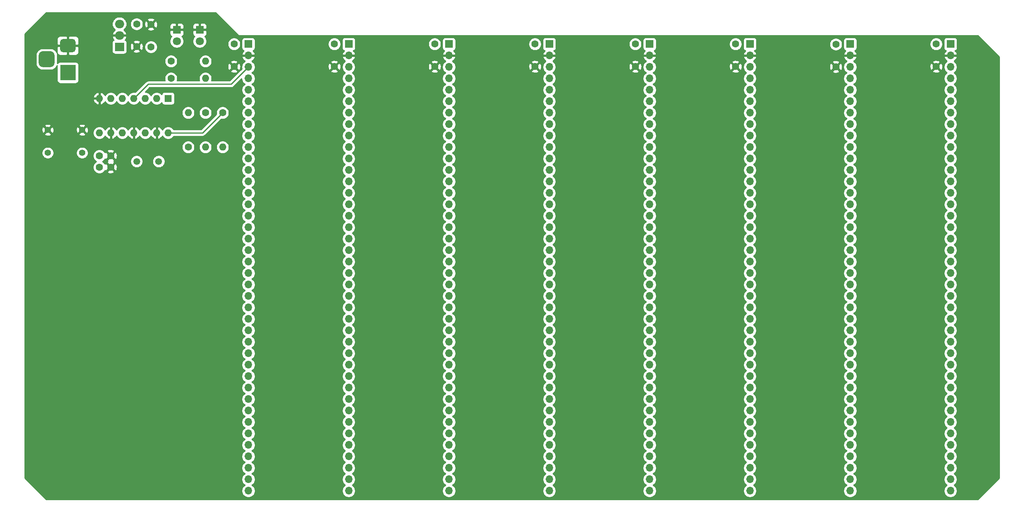
<source format=gbr>
%TF.GenerationSoftware,KiCad,Pcbnew,5.1.6-c6e7f7d~87~ubuntu18.04.1*%
%TF.CreationDate,2020-07-13T16:32:38+01:00*%
%TF.ProjectId,MainBoard_Rev1,4d61696e-426f-4617-9264-5f526576312e,rev?*%
%TF.SameCoordinates,Original*%
%TF.FileFunction,Copper,L2,Bot*%
%TF.FilePolarity,Positive*%
%FSLAX46Y46*%
G04 Gerber Fmt 4.6, Leading zero omitted, Abs format (unit mm)*
G04 Created by KiCad (PCBNEW 5.1.6-c6e7f7d~87~ubuntu18.04.1) date 2020-07-13 16:32:38*
%MOMM*%
%LPD*%
G01*
G04 APERTURE LIST*
%TA.AperFunction,ComponentPad*%
%ADD10C,1.600000*%
%TD*%
%TA.AperFunction,ComponentPad*%
%ADD11C,1.500000*%
%TD*%
%TA.AperFunction,ComponentPad*%
%ADD12O,1.600000X1.600000*%
%TD*%
%TA.AperFunction,ComponentPad*%
%ADD13O,2.000000X1.905000*%
%TD*%
%TA.AperFunction,ComponentPad*%
%ADD14R,2.000000X1.905000*%
%TD*%
%TA.AperFunction,ComponentPad*%
%ADD15R,1.600000X1.600000*%
%TD*%
%TA.AperFunction,ComponentPad*%
%ADD16C,1.397000*%
%TD*%
%TA.AperFunction,ComponentPad*%
%ADD17O,1.700000X1.700000*%
%TD*%
%TA.AperFunction,ComponentPad*%
%ADD18R,1.700000X1.700000*%
%TD*%
%TA.AperFunction,ComponentPad*%
%ADD19R,3.500000X3.500000*%
%TD*%
%TA.AperFunction,ComponentPad*%
%ADD20C,1.800000*%
%TD*%
%TA.AperFunction,ComponentPad*%
%ADD21R,1.800000X1.800000*%
%TD*%
%TA.AperFunction,Conductor*%
%ADD22C,0.250000*%
%TD*%
%TA.AperFunction,Conductor*%
%ADD23C,0.254000*%
%TD*%
G04 APERTURE END LIST*
D10*
%TO.P,C12,2*%
%TO.N,/GND*%
X230505000Y-57070000D03*
%TO.P,C12,1*%
%TO.N,/+5V*%
X230505000Y-52070000D03*
%TD*%
%TO.P,C11,2*%
%TO.N,/GND*%
X208280000Y-57110000D03*
%TO.P,C11,1*%
%TO.N,/+5V*%
X208280000Y-52110000D03*
%TD*%
%TO.P,C10,2*%
%TO.N,/GND*%
X186055000Y-57070000D03*
%TO.P,C10,1*%
%TO.N,/+5V*%
X186055000Y-52070000D03*
%TD*%
%TO.P,C9,2*%
%TO.N,/GND*%
X163830000Y-57070000D03*
%TO.P,C9,1*%
%TO.N,/+5V*%
X163830000Y-52070000D03*
%TD*%
%TO.P,C8,2*%
%TO.N,/GND*%
X141605000Y-57070000D03*
%TO.P,C8,1*%
%TO.N,/+5V*%
X141605000Y-52070000D03*
%TD*%
%TO.P,C7,2*%
%TO.N,/GND*%
X119380000Y-57070000D03*
%TO.P,C7,1*%
%TO.N,/+5V*%
X119380000Y-52070000D03*
%TD*%
%TO.P,C6,2*%
%TO.N,/GND*%
X97155000Y-57070000D03*
%TO.P,C6,1*%
%TO.N,/+5V*%
X97155000Y-52070000D03*
%TD*%
%TO.P,C5,2*%
%TO.N,/GND*%
X74930000Y-57070000D03*
%TO.P,C5,1*%
%TO.N,/+5V*%
X74930000Y-52070000D03*
%TD*%
%TO.P,C2,2*%
%TO.N,/GND*%
X53340000Y-52625000D03*
%TO.P,C2,1*%
%TO.N,/+5V*%
X53340000Y-47625000D03*
%TD*%
%TO.P,C1,2*%
%TO.N,/GND*%
X56515000Y-47705000D03*
%TO.P,C1,1*%
%TO.N,Net-(C1-Pad1)*%
X56515000Y-52705000D03*
%TD*%
D11*
%TO.P,Y1,2*%
%TO.N,Net-(C4-Pad1)*%
X58220000Y-78105000D03*
%TO.P,Y1,1*%
%TO.N,Net-(C3-Pad1)*%
X53340000Y-78105000D03*
%TD*%
D12*
%TO.P,R5,2*%
%TO.N,/+5V*%
X68580000Y-59690000D03*
D10*
%TO.P,R5,1*%
%TO.N,Net-(D2-Pad2)*%
X60960000Y-59690000D03*
%TD*%
D12*
%TO.P,R4,2*%
%TO.N,Net-(D1-Pad2)*%
X68580000Y-55880000D03*
D10*
%TO.P,R4,1*%
%TO.N,Net-(R4-Pad1)*%
X60960000Y-55880000D03*
%TD*%
D12*
%TO.P,R3,2*%
%TO.N,Net-(J1-Pad4)*%
X72390000Y-74930000D03*
D10*
%TO.P,R3,1*%
%TO.N,/+5V*%
X72390000Y-67310000D03*
%TD*%
D12*
%TO.P,R2,2*%
%TO.N,Net-(C3-Pad1)*%
X64770000Y-67310000D03*
D10*
%TO.P,R2,1*%
%TO.N,Net-(R1-Pad1)*%
X64770000Y-74930000D03*
%TD*%
D12*
%TO.P,R1,2*%
%TO.N,Net-(C4-Pad1)*%
X68580000Y-74930000D03*
D10*
%TO.P,R1,1*%
%TO.N,Net-(R1-Pad1)*%
X68580000Y-67310000D03*
%TD*%
D13*
%TO.P,U2,3*%
%TO.N,/+5V*%
X49530000Y-47625000D03*
%TO.P,U2,2*%
%TO.N,/GND*%
X49530000Y-50165000D03*
D14*
%TO.P,U2,1*%
%TO.N,Net-(C1-Pad1)*%
X49530000Y-52705000D03*
%TD*%
D12*
%TO.P,U1,14*%
%TO.N,/+5V*%
X60325000Y-71755000D03*
%TO.P,U1,7*%
%TO.N,/GND*%
X45085000Y-64135000D03*
%TO.P,U1,13*%
X57785000Y-71755000D03*
%TO.P,U1,6*%
%TO.N,Net-(R4-Pad1)*%
X47625000Y-64135000D03*
%TO.P,U1,12*%
%TO.N,Net-(U1-Pad12)*%
X55245000Y-71755000D03*
%TO.P,U1,5*%
%TO.N,Net-(J1-Pad4)*%
X50165000Y-64135000D03*
%TO.P,U1,11*%
%TO.N,/GND*%
X52705000Y-71755000D03*
%TO.P,U1,4*%
%TO.N,Net-(J1-Pad3)*%
X52705000Y-64135000D03*
%TO.P,U1,10*%
%TO.N,Net-(U1-Pad10)*%
X50165000Y-71755000D03*
%TO.P,U1,3*%
%TO.N,Net-(R1-Pad1)*%
X55245000Y-64135000D03*
%TO.P,U1,9*%
%TO.N,/GND*%
X47625000Y-71755000D03*
%TO.P,U1,2*%
%TO.N,Net-(R1-Pad1)*%
X57785000Y-64135000D03*
%TO.P,U1,8*%
%TO.N,Net-(U1-Pad8)*%
X45085000Y-71755000D03*
D15*
%TO.P,U1,1*%
%TO.N,Net-(C3-Pad1)*%
X60325000Y-64135000D03*
%TD*%
D16*
%TO.P,SW1,2*%
%TO.N,Net-(J1-Pad4)*%
X33655000Y-76200000D03*
%TO.P,SW1,1*%
%TO.N,/GND*%
X33655000Y-71120000D03*
%TO.P,SW1,2*%
%TO.N,Net-(J1-Pad4)*%
X41275000Y-76200000D03*
%TO.P,SW1,1*%
%TO.N,/GND*%
X41275000Y-71120000D03*
%TD*%
D17*
%TO.P,J9,40*%
%TO.N,Net-(J1-Pad40)*%
X233680000Y-151130000D03*
%TO.P,J9,39*%
%TO.N,Net-(J1-Pad39)*%
X233680000Y-148590000D03*
%TO.P,J9,38*%
%TO.N,Net-(J1-Pad38)*%
X233680000Y-146050000D03*
%TO.P,J9,37*%
%TO.N,Net-(J1-Pad37)*%
X233680000Y-143510000D03*
%TO.P,J9,36*%
%TO.N,Net-(J1-Pad36)*%
X233680000Y-140970000D03*
%TO.P,J9,35*%
%TO.N,Net-(J1-Pad35)*%
X233680000Y-138430000D03*
%TO.P,J9,34*%
%TO.N,Net-(J1-Pad34)*%
X233680000Y-135890000D03*
%TO.P,J9,33*%
%TO.N,Net-(J1-Pad33)*%
X233680000Y-133350000D03*
%TO.P,J9,32*%
%TO.N,Net-(J1-Pad32)*%
X233680000Y-130810000D03*
%TO.P,J9,31*%
%TO.N,Net-(J1-Pad31)*%
X233680000Y-128270000D03*
%TO.P,J9,30*%
%TO.N,Net-(J1-Pad30)*%
X233680000Y-125730000D03*
%TO.P,J9,29*%
%TO.N,Net-(J1-Pad29)*%
X233680000Y-123190000D03*
%TO.P,J9,28*%
%TO.N,Net-(J1-Pad28)*%
X233680000Y-120650000D03*
%TO.P,J9,27*%
%TO.N,Net-(J1-Pad27)*%
X233680000Y-118110000D03*
%TO.P,J9,26*%
%TO.N,Net-(J1-Pad26)*%
X233680000Y-115570000D03*
%TO.P,J9,25*%
%TO.N,Net-(J1-Pad25)*%
X233680000Y-113030000D03*
%TO.P,J9,24*%
%TO.N,Net-(J1-Pad24)*%
X233680000Y-110490000D03*
%TO.P,J9,23*%
%TO.N,Net-(J1-Pad23)*%
X233680000Y-107950000D03*
%TO.P,J9,22*%
%TO.N,Net-(J1-Pad22)*%
X233680000Y-105410000D03*
%TO.P,J9,21*%
%TO.N,Net-(J1-Pad21)*%
X233680000Y-102870000D03*
%TO.P,J9,20*%
%TO.N,Net-(J1-Pad20)*%
X233680000Y-100330000D03*
%TO.P,J9,19*%
%TO.N,Net-(J1-Pad19)*%
X233680000Y-97790000D03*
%TO.P,J9,18*%
%TO.N,Net-(J1-Pad18)*%
X233680000Y-95250000D03*
%TO.P,J9,17*%
%TO.N,Net-(J1-Pad17)*%
X233680000Y-92710000D03*
%TO.P,J9,16*%
%TO.N,Net-(J1-Pad16)*%
X233680000Y-90170000D03*
%TO.P,J9,15*%
%TO.N,Net-(J1-Pad15)*%
X233680000Y-87630000D03*
%TO.P,J9,14*%
%TO.N,Net-(J1-Pad14)*%
X233680000Y-85090000D03*
%TO.P,J9,13*%
%TO.N,Net-(J1-Pad13)*%
X233680000Y-82550000D03*
%TO.P,J9,12*%
%TO.N,Net-(J1-Pad12)*%
X233680000Y-80010000D03*
%TO.P,J9,11*%
%TO.N,Net-(J1-Pad11)*%
X233680000Y-77470000D03*
%TO.P,J9,10*%
%TO.N,Net-(J1-Pad10)*%
X233680000Y-74930000D03*
%TO.P,J9,9*%
%TO.N,Net-(J1-Pad9)*%
X233680000Y-72390000D03*
%TO.P,J9,8*%
%TO.N,Net-(J1-Pad8)*%
X233680000Y-69850000D03*
%TO.P,J9,7*%
%TO.N,Net-(J1-Pad7)*%
X233680000Y-67310000D03*
%TO.P,J9,6*%
%TO.N,Net-(J1-Pad6)*%
X233680000Y-64770000D03*
%TO.P,J9,5*%
%TO.N,Net-(J1-Pad5)*%
X233680000Y-62230000D03*
%TO.P,J9,4*%
%TO.N,Net-(J1-Pad4)*%
X233680000Y-59690000D03*
%TO.P,J9,3*%
%TO.N,Net-(J1-Pad3)*%
X233680000Y-57150000D03*
%TO.P,J9,2*%
%TO.N,/GND*%
X233680000Y-54610000D03*
D18*
%TO.P,J9,1*%
%TO.N,/+5V*%
X233680000Y-52070000D03*
%TD*%
D17*
%TO.P,J8,40*%
%TO.N,Net-(J1-Pad40)*%
X211455000Y-151130000D03*
%TO.P,J8,39*%
%TO.N,Net-(J1-Pad39)*%
X211455000Y-148590000D03*
%TO.P,J8,38*%
%TO.N,Net-(J1-Pad38)*%
X211455000Y-146050000D03*
%TO.P,J8,37*%
%TO.N,Net-(J1-Pad37)*%
X211455000Y-143510000D03*
%TO.P,J8,36*%
%TO.N,Net-(J1-Pad36)*%
X211455000Y-140970000D03*
%TO.P,J8,35*%
%TO.N,Net-(J1-Pad35)*%
X211455000Y-138430000D03*
%TO.P,J8,34*%
%TO.N,Net-(J1-Pad34)*%
X211455000Y-135890000D03*
%TO.P,J8,33*%
%TO.N,Net-(J1-Pad33)*%
X211455000Y-133350000D03*
%TO.P,J8,32*%
%TO.N,Net-(J1-Pad32)*%
X211455000Y-130810000D03*
%TO.P,J8,31*%
%TO.N,Net-(J1-Pad31)*%
X211455000Y-128270000D03*
%TO.P,J8,30*%
%TO.N,Net-(J1-Pad30)*%
X211455000Y-125730000D03*
%TO.P,J8,29*%
%TO.N,Net-(J1-Pad29)*%
X211455000Y-123190000D03*
%TO.P,J8,28*%
%TO.N,Net-(J1-Pad28)*%
X211455000Y-120650000D03*
%TO.P,J8,27*%
%TO.N,Net-(J1-Pad27)*%
X211455000Y-118110000D03*
%TO.P,J8,26*%
%TO.N,Net-(J1-Pad26)*%
X211455000Y-115570000D03*
%TO.P,J8,25*%
%TO.N,Net-(J1-Pad25)*%
X211455000Y-113030000D03*
%TO.P,J8,24*%
%TO.N,Net-(J1-Pad24)*%
X211455000Y-110490000D03*
%TO.P,J8,23*%
%TO.N,Net-(J1-Pad23)*%
X211455000Y-107950000D03*
%TO.P,J8,22*%
%TO.N,Net-(J1-Pad22)*%
X211455000Y-105410000D03*
%TO.P,J8,21*%
%TO.N,Net-(J1-Pad21)*%
X211455000Y-102870000D03*
%TO.P,J8,20*%
%TO.N,Net-(J1-Pad20)*%
X211455000Y-100330000D03*
%TO.P,J8,19*%
%TO.N,Net-(J1-Pad19)*%
X211455000Y-97790000D03*
%TO.P,J8,18*%
%TO.N,Net-(J1-Pad18)*%
X211455000Y-95250000D03*
%TO.P,J8,17*%
%TO.N,Net-(J1-Pad17)*%
X211455000Y-92710000D03*
%TO.P,J8,16*%
%TO.N,Net-(J1-Pad16)*%
X211455000Y-90170000D03*
%TO.P,J8,15*%
%TO.N,Net-(J1-Pad15)*%
X211455000Y-87630000D03*
%TO.P,J8,14*%
%TO.N,Net-(J1-Pad14)*%
X211455000Y-85090000D03*
%TO.P,J8,13*%
%TO.N,Net-(J1-Pad13)*%
X211455000Y-82550000D03*
%TO.P,J8,12*%
%TO.N,Net-(J1-Pad12)*%
X211455000Y-80010000D03*
%TO.P,J8,11*%
%TO.N,Net-(J1-Pad11)*%
X211455000Y-77470000D03*
%TO.P,J8,10*%
%TO.N,Net-(J1-Pad10)*%
X211455000Y-74930000D03*
%TO.P,J8,9*%
%TO.N,Net-(J1-Pad9)*%
X211455000Y-72390000D03*
%TO.P,J8,8*%
%TO.N,Net-(J1-Pad8)*%
X211455000Y-69850000D03*
%TO.P,J8,7*%
%TO.N,Net-(J1-Pad7)*%
X211455000Y-67310000D03*
%TO.P,J8,6*%
%TO.N,Net-(J1-Pad6)*%
X211455000Y-64770000D03*
%TO.P,J8,5*%
%TO.N,Net-(J1-Pad5)*%
X211455000Y-62230000D03*
%TO.P,J8,4*%
%TO.N,Net-(J1-Pad4)*%
X211455000Y-59690000D03*
%TO.P,J8,3*%
%TO.N,Net-(J1-Pad3)*%
X211455000Y-57150000D03*
%TO.P,J8,2*%
%TO.N,/GND*%
X211455000Y-54610000D03*
D18*
%TO.P,J8,1*%
%TO.N,/+5V*%
X211455000Y-52070000D03*
%TD*%
D17*
%TO.P,J7,40*%
%TO.N,Net-(J1-Pad40)*%
X189230000Y-151130000D03*
%TO.P,J7,39*%
%TO.N,Net-(J1-Pad39)*%
X189230000Y-148590000D03*
%TO.P,J7,38*%
%TO.N,Net-(J1-Pad38)*%
X189230000Y-146050000D03*
%TO.P,J7,37*%
%TO.N,Net-(J1-Pad37)*%
X189230000Y-143510000D03*
%TO.P,J7,36*%
%TO.N,Net-(J1-Pad36)*%
X189230000Y-140970000D03*
%TO.P,J7,35*%
%TO.N,Net-(J1-Pad35)*%
X189230000Y-138430000D03*
%TO.P,J7,34*%
%TO.N,Net-(J1-Pad34)*%
X189230000Y-135890000D03*
%TO.P,J7,33*%
%TO.N,Net-(J1-Pad33)*%
X189230000Y-133350000D03*
%TO.P,J7,32*%
%TO.N,Net-(J1-Pad32)*%
X189230000Y-130810000D03*
%TO.P,J7,31*%
%TO.N,Net-(J1-Pad31)*%
X189230000Y-128270000D03*
%TO.P,J7,30*%
%TO.N,Net-(J1-Pad30)*%
X189230000Y-125730000D03*
%TO.P,J7,29*%
%TO.N,Net-(J1-Pad29)*%
X189230000Y-123190000D03*
%TO.P,J7,28*%
%TO.N,Net-(J1-Pad28)*%
X189230000Y-120650000D03*
%TO.P,J7,27*%
%TO.N,Net-(J1-Pad27)*%
X189230000Y-118110000D03*
%TO.P,J7,26*%
%TO.N,Net-(J1-Pad26)*%
X189230000Y-115570000D03*
%TO.P,J7,25*%
%TO.N,Net-(J1-Pad25)*%
X189230000Y-113030000D03*
%TO.P,J7,24*%
%TO.N,Net-(J1-Pad24)*%
X189230000Y-110490000D03*
%TO.P,J7,23*%
%TO.N,Net-(J1-Pad23)*%
X189230000Y-107950000D03*
%TO.P,J7,22*%
%TO.N,Net-(J1-Pad22)*%
X189230000Y-105410000D03*
%TO.P,J7,21*%
%TO.N,Net-(J1-Pad21)*%
X189230000Y-102870000D03*
%TO.P,J7,20*%
%TO.N,Net-(J1-Pad20)*%
X189230000Y-100330000D03*
%TO.P,J7,19*%
%TO.N,Net-(J1-Pad19)*%
X189230000Y-97790000D03*
%TO.P,J7,18*%
%TO.N,Net-(J1-Pad18)*%
X189230000Y-95250000D03*
%TO.P,J7,17*%
%TO.N,Net-(J1-Pad17)*%
X189230000Y-92710000D03*
%TO.P,J7,16*%
%TO.N,Net-(J1-Pad16)*%
X189230000Y-90170000D03*
%TO.P,J7,15*%
%TO.N,Net-(J1-Pad15)*%
X189230000Y-87630000D03*
%TO.P,J7,14*%
%TO.N,Net-(J1-Pad14)*%
X189230000Y-85090000D03*
%TO.P,J7,13*%
%TO.N,Net-(J1-Pad13)*%
X189230000Y-82550000D03*
%TO.P,J7,12*%
%TO.N,Net-(J1-Pad12)*%
X189230000Y-80010000D03*
%TO.P,J7,11*%
%TO.N,Net-(J1-Pad11)*%
X189230000Y-77470000D03*
%TO.P,J7,10*%
%TO.N,Net-(J1-Pad10)*%
X189230000Y-74930000D03*
%TO.P,J7,9*%
%TO.N,Net-(J1-Pad9)*%
X189230000Y-72390000D03*
%TO.P,J7,8*%
%TO.N,Net-(J1-Pad8)*%
X189230000Y-69850000D03*
%TO.P,J7,7*%
%TO.N,Net-(J1-Pad7)*%
X189230000Y-67310000D03*
%TO.P,J7,6*%
%TO.N,Net-(J1-Pad6)*%
X189230000Y-64770000D03*
%TO.P,J7,5*%
%TO.N,Net-(J1-Pad5)*%
X189230000Y-62230000D03*
%TO.P,J7,4*%
%TO.N,Net-(J1-Pad4)*%
X189230000Y-59690000D03*
%TO.P,J7,3*%
%TO.N,Net-(J1-Pad3)*%
X189230000Y-57150000D03*
%TO.P,J7,2*%
%TO.N,/GND*%
X189230000Y-54610000D03*
D18*
%TO.P,J7,1*%
%TO.N,/+5V*%
X189230000Y-52070000D03*
%TD*%
D17*
%TO.P,J6,40*%
%TO.N,Net-(J1-Pad40)*%
X167005000Y-151130000D03*
%TO.P,J6,39*%
%TO.N,Net-(J1-Pad39)*%
X167005000Y-148590000D03*
%TO.P,J6,38*%
%TO.N,Net-(J1-Pad38)*%
X167005000Y-146050000D03*
%TO.P,J6,37*%
%TO.N,Net-(J1-Pad37)*%
X167005000Y-143510000D03*
%TO.P,J6,36*%
%TO.N,Net-(J1-Pad36)*%
X167005000Y-140970000D03*
%TO.P,J6,35*%
%TO.N,Net-(J1-Pad35)*%
X167005000Y-138430000D03*
%TO.P,J6,34*%
%TO.N,Net-(J1-Pad34)*%
X167005000Y-135890000D03*
%TO.P,J6,33*%
%TO.N,Net-(J1-Pad33)*%
X167005000Y-133350000D03*
%TO.P,J6,32*%
%TO.N,Net-(J1-Pad32)*%
X167005000Y-130810000D03*
%TO.P,J6,31*%
%TO.N,Net-(J1-Pad31)*%
X167005000Y-128270000D03*
%TO.P,J6,30*%
%TO.N,Net-(J1-Pad30)*%
X167005000Y-125730000D03*
%TO.P,J6,29*%
%TO.N,Net-(J1-Pad29)*%
X167005000Y-123190000D03*
%TO.P,J6,28*%
%TO.N,Net-(J1-Pad28)*%
X167005000Y-120650000D03*
%TO.P,J6,27*%
%TO.N,Net-(J1-Pad27)*%
X167005000Y-118110000D03*
%TO.P,J6,26*%
%TO.N,Net-(J1-Pad26)*%
X167005000Y-115570000D03*
%TO.P,J6,25*%
%TO.N,Net-(J1-Pad25)*%
X167005000Y-113030000D03*
%TO.P,J6,24*%
%TO.N,Net-(J1-Pad24)*%
X167005000Y-110490000D03*
%TO.P,J6,23*%
%TO.N,Net-(J1-Pad23)*%
X167005000Y-107950000D03*
%TO.P,J6,22*%
%TO.N,Net-(J1-Pad22)*%
X167005000Y-105410000D03*
%TO.P,J6,21*%
%TO.N,Net-(J1-Pad21)*%
X167005000Y-102870000D03*
%TO.P,J6,20*%
%TO.N,Net-(J1-Pad20)*%
X167005000Y-100330000D03*
%TO.P,J6,19*%
%TO.N,Net-(J1-Pad19)*%
X167005000Y-97790000D03*
%TO.P,J6,18*%
%TO.N,Net-(J1-Pad18)*%
X167005000Y-95250000D03*
%TO.P,J6,17*%
%TO.N,Net-(J1-Pad17)*%
X167005000Y-92710000D03*
%TO.P,J6,16*%
%TO.N,Net-(J1-Pad16)*%
X167005000Y-90170000D03*
%TO.P,J6,15*%
%TO.N,Net-(J1-Pad15)*%
X167005000Y-87630000D03*
%TO.P,J6,14*%
%TO.N,Net-(J1-Pad14)*%
X167005000Y-85090000D03*
%TO.P,J6,13*%
%TO.N,Net-(J1-Pad13)*%
X167005000Y-82550000D03*
%TO.P,J6,12*%
%TO.N,Net-(J1-Pad12)*%
X167005000Y-80010000D03*
%TO.P,J6,11*%
%TO.N,Net-(J1-Pad11)*%
X167005000Y-77470000D03*
%TO.P,J6,10*%
%TO.N,Net-(J1-Pad10)*%
X167005000Y-74930000D03*
%TO.P,J6,9*%
%TO.N,Net-(J1-Pad9)*%
X167005000Y-72390000D03*
%TO.P,J6,8*%
%TO.N,Net-(J1-Pad8)*%
X167005000Y-69850000D03*
%TO.P,J6,7*%
%TO.N,Net-(J1-Pad7)*%
X167005000Y-67310000D03*
%TO.P,J6,6*%
%TO.N,Net-(J1-Pad6)*%
X167005000Y-64770000D03*
%TO.P,J6,5*%
%TO.N,Net-(J1-Pad5)*%
X167005000Y-62230000D03*
%TO.P,J6,4*%
%TO.N,Net-(J1-Pad4)*%
X167005000Y-59690000D03*
%TO.P,J6,3*%
%TO.N,Net-(J1-Pad3)*%
X167005000Y-57150000D03*
%TO.P,J6,2*%
%TO.N,/GND*%
X167005000Y-54610000D03*
D18*
%TO.P,J6,1*%
%TO.N,/+5V*%
X167005000Y-52070000D03*
%TD*%
D17*
%TO.P,J5,40*%
%TO.N,Net-(J1-Pad40)*%
X144780000Y-151130000D03*
%TO.P,J5,39*%
%TO.N,Net-(J1-Pad39)*%
X144780000Y-148590000D03*
%TO.P,J5,38*%
%TO.N,Net-(J1-Pad38)*%
X144780000Y-146050000D03*
%TO.P,J5,37*%
%TO.N,Net-(J1-Pad37)*%
X144780000Y-143510000D03*
%TO.P,J5,36*%
%TO.N,Net-(J1-Pad36)*%
X144780000Y-140970000D03*
%TO.P,J5,35*%
%TO.N,Net-(J1-Pad35)*%
X144780000Y-138430000D03*
%TO.P,J5,34*%
%TO.N,Net-(J1-Pad34)*%
X144780000Y-135890000D03*
%TO.P,J5,33*%
%TO.N,Net-(J1-Pad33)*%
X144780000Y-133350000D03*
%TO.P,J5,32*%
%TO.N,Net-(J1-Pad32)*%
X144780000Y-130810000D03*
%TO.P,J5,31*%
%TO.N,Net-(J1-Pad31)*%
X144780000Y-128270000D03*
%TO.P,J5,30*%
%TO.N,Net-(J1-Pad30)*%
X144780000Y-125730000D03*
%TO.P,J5,29*%
%TO.N,Net-(J1-Pad29)*%
X144780000Y-123190000D03*
%TO.P,J5,28*%
%TO.N,Net-(J1-Pad28)*%
X144780000Y-120650000D03*
%TO.P,J5,27*%
%TO.N,Net-(J1-Pad27)*%
X144780000Y-118110000D03*
%TO.P,J5,26*%
%TO.N,Net-(J1-Pad26)*%
X144780000Y-115570000D03*
%TO.P,J5,25*%
%TO.N,Net-(J1-Pad25)*%
X144780000Y-113030000D03*
%TO.P,J5,24*%
%TO.N,Net-(J1-Pad24)*%
X144780000Y-110490000D03*
%TO.P,J5,23*%
%TO.N,Net-(J1-Pad23)*%
X144780000Y-107950000D03*
%TO.P,J5,22*%
%TO.N,Net-(J1-Pad22)*%
X144780000Y-105410000D03*
%TO.P,J5,21*%
%TO.N,Net-(J1-Pad21)*%
X144780000Y-102870000D03*
%TO.P,J5,20*%
%TO.N,Net-(J1-Pad20)*%
X144780000Y-100330000D03*
%TO.P,J5,19*%
%TO.N,Net-(J1-Pad19)*%
X144780000Y-97790000D03*
%TO.P,J5,18*%
%TO.N,Net-(J1-Pad18)*%
X144780000Y-95250000D03*
%TO.P,J5,17*%
%TO.N,Net-(J1-Pad17)*%
X144780000Y-92710000D03*
%TO.P,J5,16*%
%TO.N,Net-(J1-Pad16)*%
X144780000Y-90170000D03*
%TO.P,J5,15*%
%TO.N,Net-(J1-Pad15)*%
X144780000Y-87630000D03*
%TO.P,J5,14*%
%TO.N,Net-(J1-Pad14)*%
X144780000Y-85090000D03*
%TO.P,J5,13*%
%TO.N,Net-(J1-Pad13)*%
X144780000Y-82550000D03*
%TO.P,J5,12*%
%TO.N,Net-(J1-Pad12)*%
X144780000Y-80010000D03*
%TO.P,J5,11*%
%TO.N,Net-(J1-Pad11)*%
X144780000Y-77470000D03*
%TO.P,J5,10*%
%TO.N,Net-(J1-Pad10)*%
X144780000Y-74930000D03*
%TO.P,J5,9*%
%TO.N,Net-(J1-Pad9)*%
X144780000Y-72390000D03*
%TO.P,J5,8*%
%TO.N,Net-(J1-Pad8)*%
X144780000Y-69850000D03*
%TO.P,J5,7*%
%TO.N,Net-(J1-Pad7)*%
X144780000Y-67310000D03*
%TO.P,J5,6*%
%TO.N,Net-(J1-Pad6)*%
X144780000Y-64770000D03*
%TO.P,J5,5*%
%TO.N,Net-(J1-Pad5)*%
X144780000Y-62230000D03*
%TO.P,J5,4*%
%TO.N,Net-(J1-Pad4)*%
X144780000Y-59690000D03*
%TO.P,J5,3*%
%TO.N,Net-(J1-Pad3)*%
X144780000Y-57150000D03*
%TO.P,J5,2*%
%TO.N,/GND*%
X144780000Y-54610000D03*
D18*
%TO.P,J5,1*%
%TO.N,/+5V*%
X144780000Y-52070000D03*
%TD*%
D17*
%TO.P,J4,40*%
%TO.N,Net-(J1-Pad40)*%
X122555000Y-151130000D03*
%TO.P,J4,39*%
%TO.N,Net-(J1-Pad39)*%
X122555000Y-148590000D03*
%TO.P,J4,38*%
%TO.N,Net-(J1-Pad38)*%
X122555000Y-146050000D03*
%TO.P,J4,37*%
%TO.N,Net-(J1-Pad37)*%
X122555000Y-143510000D03*
%TO.P,J4,36*%
%TO.N,Net-(J1-Pad36)*%
X122555000Y-140970000D03*
%TO.P,J4,35*%
%TO.N,Net-(J1-Pad35)*%
X122555000Y-138430000D03*
%TO.P,J4,34*%
%TO.N,Net-(J1-Pad34)*%
X122555000Y-135890000D03*
%TO.P,J4,33*%
%TO.N,Net-(J1-Pad33)*%
X122555000Y-133350000D03*
%TO.P,J4,32*%
%TO.N,Net-(J1-Pad32)*%
X122555000Y-130810000D03*
%TO.P,J4,31*%
%TO.N,Net-(J1-Pad31)*%
X122555000Y-128270000D03*
%TO.P,J4,30*%
%TO.N,Net-(J1-Pad30)*%
X122555000Y-125730000D03*
%TO.P,J4,29*%
%TO.N,Net-(J1-Pad29)*%
X122555000Y-123190000D03*
%TO.P,J4,28*%
%TO.N,Net-(J1-Pad28)*%
X122555000Y-120650000D03*
%TO.P,J4,27*%
%TO.N,Net-(J1-Pad27)*%
X122555000Y-118110000D03*
%TO.P,J4,26*%
%TO.N,Net-(J1-Pad26)*%
X122555000Y-115570000D03*
%TO.P,J4,25*%
%TO.N,Net-(J1-Pad25)*%
X122555000Y-113030000D03*
%TO.P,J4,24*%
%TO.N,Net-(J1-Pad24)*%
X122555000Y-110490000D03*
%TO.P,J4,23*%
%TO.N,Net-(J1-Pad23)*%
X122555000Y-107950000D03*
%TO.P,J4,22*%
%TO.N,Net-(J1-Pad22)*%
X122555000Y-105410000D03*
%TO.P,J4,21*%
%TO.N,Net-(J1-Pad21)*%
X122555000Y-102870000D03*
%TO.P,J4,20*%
%TO.N,Net-(J1-Pad20)*%
X122555000Y-100330000D03*
%TO.P,J4,19*%
%TO.N,Net-(J1-Pad19)*%
X122555000Y-97790000D03*
%TO.P,J4,18*%
%TO.N,Net-(J1-Pad18)*%
X122555000Y-95250000D03*
%TO.P,J4,17*%
%TO.N,Net-(J1-Pad17)*%
X122555000Y-92710000D03*
%TO.P,J4,16*%
%TO.N,Net-(J1-Pad16)*%
X122555000Y-90170000D03*
%TO.P,J4,15*%
%TO.N,Net-(J1-Pad15)*%
X122555000Y-87630000D03*
%TO.P,J4,14*%
%TO.N,Net-(J1-Pad14)*%
X122555000Y-85090000D03*
%TO.P,J4,13*%
%TO.N,Net-(J1-Pad13)*%
X122555000Y-82550000D03*
%TO.P,J4,12*%
%TO.N,Net-(J1-Pad12)*%
X122555000Y-80010000D03*
%TO.P,J4,11*%
%TO.N,Net-(J1-Pad11)*%
X122555000Y-77470000D03*
%TO.P,J4,10*%
%TO.N,Net-(J1-Pad10)*%
X122555000Y-74930000D03*
%TO.P,J4,9*%
%TO.N,Net-(J1-Pad9)*%
X122555000Y-72390000D03*
%TO.P,J4,8*%
%TO.N,Net-(J1-Pad8)*%
X122555000Y-69850000D03*
%TO.P,J4,7*%
%TO.N,Net-(J1-Pad7)*%
X122555000Y-67310000D03*
%TO.P,J4,6*%
%TO.N,Net-(J1-Pad6)*%
X122555000Y-64770000D03*
%TO.P,J4,5*%
%TO.N,Net-(J1-Pad5)*%
X122555000Y-62230000D03*
%TO.P,J4,4*%
%TO.N,Net-(J1-Pad4)*%
X122555000Y-59690000D03*
%TO.P,J4,3*%
%TO.N,Net-(J1-Pad3)*%
X122555000Y-57150000D03*
%TO.P,J4,2*%
%TO.N,/GND*%
X122555000Y-54610000D03*
D18*
%TO.P,J4,1*%
%TO.N,/+5V*%
X122555000Y-52070000D03*
%TD*%
D17*
%TO.P,J3,40*%
%TO.N,Net-(J1-Pad40)*%
X100330000Y-151130000D03*
%TO.P,J3,39*%
%TO.N,Net-(J1-Pad39)*%
X100330000Y-148590000D03*
%TO.P,J3,38*%
%TO.N,Net-(J1-Pad38)*%
X100330000Y-146050000D03*
%TO.P,J3,37*%
%TO.N,Net-(J1-Pad37)*%
X100330000Y-143510000D03*
%TO.P,J3,36*%
%TO.N,Net-(J1-Pad36)*%
X100330000Y-140970000D03*
%TO.P,J3,35*%
%TO.N,Net-(J1-Pad35)*%
X100330000Y-138430000D03*
%TO.P,J3,34*%
%TO.N,Net-(J1-Pad34)*%
X100330000Y-135890000D03*
%TO.P,J3,33*%
%TO.N,Net-(J1-Pad33)*%
X100330000Y-133350000D03*
%TO.P,J3,32*%
%TO.N,Net-(J1-Pad32)*%
X100330000Y-130810000D03*
%TO.P,J3,31*%
%TO.N,Net-(J1-Pad31)*%
X100330000Y-128270000D03*
%TO.P,J3,30*%
%TO.N,Net-(J1-Pad30)*%
X100330000Y-125730000D03*
%TO.P,J3,29*%
%TO.N,Net-(J1-Pad29)*%
X100330000Y-123190000D03*
%TO.P,J3,28*%
%TO.N,Net-(J1-Pad28)*%
X100330000Y-120650000D03*
%TO.P,J3,27*%
%TO.N,Net-(J1-Pad27)*%
X100330000Y-118110000D03*
%TO.P,J3,26*%
%TO.N,Net-(J1-Pad26)*%
X100330000Y-115570000D03*
%TO.P,J3,25*%
%TO.N,Net-(J1-Pad25)*%
X100330000Y-113030000D03*
%TO.P,J3,24*%
%TO.N,Net-(J1-Pad24)*%
X100330000Y-110490000D03*
%TO.P,J3,23*%
%TO.N,Net-(J1-Pad23)*%
X100330000Y-107950000D03*
%TO.P,J3,22*%
%TO.N,Net-(J1-Pad22)*%
X100330000Y-105410000D03*
%TO.P,J3,21*%
%TO.N,Net-(J1-Pad21)*%
X100330000Y-102870000D03*
%TO.P,J3,20*%
%TO.N,Net-(J1-Pad20)*%
X100330000Y-100330000D03*
%TO.P,J3,19*%
%TO.N,Net-(J1-Pad19)*%
X100330000Y-97790000D03*
%TO.P,J3,18*%
%TO.N,Net-(J1-Pad18)*%
X100330000Y-95250000D03*
%TO.P,J3,17*%
%TO.N,Net-(J1-Pad17)*%
X100330000Y-92710000D03*
%TO.P,J3,16*%
%TO.N,Net-(J1-Pad16)*%
X100330000Y-90170000D03*
%TO.P,J3,15*%
%TO.N,Net-(J1-Pad15)*%
X100330000Y-87630000D03*
%TO.P,J3,14*%
%TO.N,Net-(J1-Pad14)*%
X100330000Y-85090000D03*
%TO.P,J3,13*%
%TO.N,Net-(J1-Pad13)*%
X100330000Y-82550000D03*
%TO.P,J3,12*%
%TO.N,Net-(J1-Pad12)*%
X100330000Y-80010000D03*
%TO.P,J3,11*%
%TO.N,Net-(J1-Pad11)*%
X100330000Y-77470000D03*
%TO.P,J3,10*%
%TO.N,Net-(J1-Pad10)*%
X100330000Y-74930000D03*
%TO.P,J3,9*%
%TO.N,Net-(J1-Pad9)*%
X100330000Y-72390000D03*
%TO.P,J3,8*%
%TO.N,Net-(J1-Pad8)*%
X100330000Y-69850000D03*
%TO.P,J3,7*%
%TO.N,Net-(J1-Pad7)*%
X100330000Y-67310000D03*
%TO.P,J3,6*%
%TO.N,Net-(J1-Pad6)*%
X100330000Y-64770000D03*
%TO.P,J3,5*%
%TO.N,Net-(J1-Pad5)*%
X100330000Y-62230000D03*
%TO.P,J3,4*%
%TO.N,Net-(J1-Pad4)*%
X100330000Y-59690000D03*
%TO.P,J3,3*%
%TO.N,Net-(J1-Pad3)*%
X100330000Y-57150000D03*
%TO.P,J3,2*%
%TO.N,/GND*%
X100330000Y-54610000D03*
D18*
%TO.P,J3,1*%
%TO.N,/+5V*%
X100330000Y-52070000D03*
%TD*%
%TO.P,J2,3*%
%TO.N,Net-(J2-Pad3)*%
%TA.AperFunction,ComponentPad*%
G36*
G01*
X32525000Y-53670000D02*
X34275000Y-53670000D01*
G75*
G02*
X35150000Y-54545000I0J-875000D01*
G01*
X35150000Y-56295000D01*
G75*
G02*
X34275000Y-57170000I-875000J0D01*
G01*
X32525000Y-57170000D01*
G75*
G02*
X31650000Y-56295000I0J875000D01*
G01*
X31650000Y-54545000D01*
G75*
G02*
X32525000Y-53670000I875000J0D01*
G01*
G37*
%TD.AperFunction*%
%TO.P,J2,2*%
%TO.N,/GND*%
%TA.AperFunction,ComponentPad*%
G36*
G01*
X37100000Y-50920000D02*
X39100000Y-50920000D01*
G75*
G02*
X39850000Y-51670000I0J-750000D01*
G01*
X39850000Y-53170000D01*
G75*
G02*
X39100000Y-53920000I-750000J0D01*
G01*
X37100000Y-53920000D01*
G75*
G02*
X36350000Y-53170000I0J750000D01*
G01*
X36350000Y-51670000D01*
G75*
G02*
X37100000Y-50920000I750000J0D01*
G01*
G37*
%TD.AperFunction*%
D19*
%TO.P,J2,1*%
%TO.N,Net-(C1-Pad1)*%
X38100000Y-58420000D03*
%TD*%
D17*
%TO.P,J1,40*%
%TO.N,Net-(J1-Pad40)*%
X78105000Y-151130000D03*
%TO.P,J1,39*%
%TO.N,Net-(J1-Pad39)*%
X78105000Y-148590000D03*
%TO.P,J1,38*%
%TO.N,Net-(J1-Pad38)*%
X78105000Y-146050000D03*
%TO.P,J1,37*%
%TO.N,Net-(J1-Pad37)*%
X78105000Y-143510000D03*
%TO.P,J1,36*%
%TO.N,Net-(J1-Pad36)*%
X78105000Y-140970000D03*
%TO.P,J1,35*%
%TO.N,Net-(J1-Pad35)*%
X78105000Y-138430000D03*
%TO.P,J1,34*%
%TO.N,Net-(J1-Pad34)*%
X78105000Y-135890000D03*
%TO.P,J1,33*%
%TO.N,Net-(J1-Pad33)*%
X78105000Y-133350000D03*
%TO.P,J1,32*%
%TO.N,Net-(J1-Pad32)*%
X78105000Y-130810000D03*
%TO.P,J1,31*%
%TO.N,Net-(J1-Pad31)*%
X78105000Y-128270000D03*
%TO.P,J1,30*%
%TO.N,Net-(J1-Pad30)*%
X78105000Y-125730000D03*
%TO.P,J1,29*%
%TO.N,Net-(J1-Pad29)*%
X78105000Y-123190000D03*
%TO.P,J1,28*%
%TO.N,Net-(J1-Pad28)*%
X78105000Y-120650000D03*
%TO.P,J1,27*%
%TO.N,Net-(J1-Pad27)*%
X78105000Y-118110000D03*
%TO.P,J1,26*%
%TO.N,Net-(J1-Pad26)*%
X78105000Y-115570000D03*
%TO.P,J1,25*%
%TO.N,Net-(J1-Pad25)*%
X78105000Y-113030000D03*
%TO.P,J1,24*%
%TO.N,Net-(J1-Pad24)*%
X78105000Y-110490000D03*
%TO.P,J1,23*%
%TO.N,Net-(J1-Pad23)*%
X78105000Y-107950000D03*
%TO.P,J1,22*%
%TO.N,Net-(J1-Pad22)*%
X78105000Y-105410000D03*
%TO.P,J1,21*%
%TO.N,Net-(J1-Pad21)*%
X78105000Y-102870000D03*
%TO.P,J1,20*%
%TO.N,Net-(J1-Pad20)*%
X78105000Y-100330000D03*
%TO.P,J1,19*%
%TO.N,Net-(J1-Pad19)*%
X78105000Y-97790000D03*
%TO.P,J1,18*%
%TO.N,Net-(J1-Pad18)*%
X78105000Y-95250000D03*
%TO.P,J1,17*%
%TO.N,Net-(J1-Pad17)*%
X78105000Y-92710000D03*
%TO.P,J1,16*%
%TO.N,Net-(J1-Pad16)*%
X78105000Y-90170000D03*
%TO.P,J1,15*%
%TO.N,Net-(J1-Pad15)*%
X78105000Y-87630000D03*
%TO.P,J1,14*%
%TO.N,Net-(J1-Pad14)*%
X78105000Y-85090000D03*
%TO.P,J1,13*%
%TO.N,Net-(J1-Pad13)*%
X78105000Y-82550000D03*
%TO.P,J1,12*%
%TO.N,Net-(J1-Pad12)*%
X78105000Y-80010000D03*
%TO.P,J1,11*%
%TO.N,Net-(J1-Pad11)*%
X78105000Y-77470000D03*
%TO.P,J1,10*%
%TO.N,Net-(J1-Pad10)*%
X78105000Y-74930000D03*
%TO.P,J1,9*%
%TO.N,Net-(J1-Pad9)*%
X78105000Y-72390000D03*
%TO.P,J1,8*%
%TO.N,Net-(J1-Pad8)*%
X78105000Y-69850000D03*
%TO.P,J1,7*%
%TO.N,Net-(J1-Pad7)*%
X78105000Y-67310000D03*
%TO.P,J1,6*%
%TO.N,Net-(J1-Pad6)*%
X78105000Y-64770000D03*
%TO.P,J1,5*%
%TO.N,Net-(J1-Pad5)*%
X78105000Y-62230000D03*
%TO.P,J1,4*%
%TO.N,Net-(J1-Pad4)*%
X78105000Y-59690000D03*
%TO.P,J1,3*%
%TO.N,Net-(J1-Pad3)*%
X78105000Y-57150000D03*
%TO.P,J1,2*%
%TO.N,/GND*%
X78105000Y-54610000D03*
D18*
%TO.P,J1,1*%
%TO.N,/+5V*%
X78105000Y-52070000D03*
%TD*%
D20*
%TO.P,D2,2*%
%TO.N,Net-(D2-Pad2)*%
X62230000Y-51435000D03*
D21*
%TO.P,D2,1*%
%TO.N,/GND*%
X62230000Y-48895000D03*
%TD*%
D20*
%TO.P,D1,2*%
%TO.N,Net-(D1-Pad2)*%
X67310000Y-51435000D03*
D21*
%TO.P,D1,1*%
%TO.N,/GND*%
X67310000Y-48895000D03*
%TD*%
D10*
%TO.P,C4,2*%
%TO.N,/GND*%
X47585000Y-79375000D03*
%TO.P,C4,1*%
%TO.N,Net-(C4-Pad1)*%
X45085000Y-79375000D03*
%TD*%
%TO.P,C3,2*%
%TO.N,/GND*%
X47585000Y-76835000D03*
%TO.P,C3,1*%
%TO.N,Net-(C3-Pad1)*%
X45085000Y-76835000D03*
%TD*%
D22*
%TO.N,Net-(C1-Pad1)*%
X48895000Y-53340000D02*
X49530000Y-52705000D01*
%TO.N,Net-(J1-Pad3)*%
X52705000Y-64135000D02*
X55880000Y-60960000D01*
X74295000Y-60960000D02*
X78105000Y-57150000D01*
X55880000Y-60960000D02*
X74295000Y-60960000D01*
%TO.N,/+5V*%
X67945000Y-71755000D02*
X72390000Y-67310000D01*
X60325000Y-71755000D02*
X67945000Y-71755000D01*
%TD*%
D23*
%TO.N,/GND*%
G36*
X75710388Y-49973769D02*
G01*
X75731052Y-49998948D01*
X75756231Y-50019612D01*
X75756233Y-50019614D01*
X75823357Y-50074701D01*
X75831550Y-50081425D01*
X75946207Y-50142710D01*
X76070617Y-50180450D01*
X76167581Y-50190000D01*
X76167591Y-50190000D01*
X76200000Y-50193192D01*
X76232409Y-50190000D01*
X239756620Y-50190000D01*
X244450000Y-54883381D01*
X244450001Y-147287572D01*
X244450000Y-147287582D01*
X244450001Y-148316618D01*
X239756620Y-153010000D01*
X33293381Y-153010000D01*
X28600000Y-148316620D01*
X28600000Y-76068662D01*
X32321500Y-76068662D01*
X32321500Y-76331338D01*
X32372746Y-76588968D01*
X32473268Y-76831649D01*
X32619203Y-77050057D01*
X32804943Y-77235797D01*
X33023351Y-77381732D01*
X33266032Y-77482254D01*
X33523662Y-77533500D01*
X33786338Y-77533500D01*
X34043968Y-77482254D01*
X34286649Y-77381732D01*
X34505057Y-77235797D01*
X34690797Y-77050057D01*
X34836732Y-76831649D01*
X34937254Y-76588968D01*
X34988500Y-76331338D01*
X34988500Y-76068662D01*
X39941500Y-76068662D01*
X39941500Y-76331338D01*
X39992746Y-76588968D01*
X40093268Y-76831649D01*
X40239203Y-77050057D01*
X40424943Y-77235797D01*
X40643351Y-77381732D01*
X40886032Y-77482254D01*
X41143662Y-77533500D01*
X41406338Y-77533500D01*
X41663968Y-77482254D01*
X41906649Y-77381732D01*
X42125057Y-77235797D01*
X42310797Y-77050057D01*
X42456732Y-76831649D01*
X42513886Y-76693665D01*
X43650000Y-76693665D01*
X43650000Y-76976335D01*
X43705147Y-77253574D01*
X43813320Y-77514727D01*
X43970363Y-77749759D01*
X44170241Y-77949637D01*
X44402759Y-78105000D01*
X44170241Y-78260363D01*
X43970363Y-78460241D01*
X43813320Y-78695273D01*
X43705147Y-78956426D01*
X43650000Y-79233665D01*
X43650000Y-79516335D01*
X43705147Y-79793574D01*
X43813320Y-80054727D01*
X43970363Y-80289759D01*
X44170241Y-80489637D01*
X44405273Y-80646680D01*
X44666426Y-80754853D01*
X44943665Y-80810000D01*
X45226335Y-80810000D01*
X45503574Y-80754853D01*
X45764727Y-80646680D01*
X45999759Y-80489637D01*
X46121694Y-80367702D01*
X46771903Y-80367702D01*
X46843486Y-80611671D01*
X47098996Y-80732571D01*
X47373184Y-80801300D01*
X47655512Y-80815217D01*
X47935130Y-80773787D01*
X48201292Y-80678603D01*
X48326514Y-80611671D01*
X48398097Y-80367702D01*
X47585000Y-79554605D01*
X46771903Y-80367702D01*
X46121694Y-80367702D01*
X46199637Y-80289759D01*
X46333692Y-80089131D01*
X46348329Y-80116514D01*
X46592298Y-80188097D01*
X47405395Y-79375000D01*
X47764605Y-79375000D01*
X48577702Y-80188097D01*
X48821671Y-80116514D01*
X48942571Y-79861004D01*
X49011300Y-79586816D01*
X49025217Y-79304488D01*
X48983787Y-79024870D01*
X48888603Y-78758708D01*
X48821671Y-78633486D01*
X48577702Y-78561903D01*
X47764605Y-79375000D01*
X47405395Y-79375000D01*
X46592298Y-78561903D01*
X46348329Y-78633486D01*
X46334676Y-78662341D01*
X46199637Y-78460241D01*
X45999759Y-78260363D01*
X45767241Y-78105000D01*
X45999759Y-77949637D01*
X46121694Y-77827702D01*
X46771903Y-77827702D01*
X46843486Y-78071671D01*
X46909636Y-78102971D01*
X46843486Y-78138329D01*
X46771903Y-78382298D01*
X47585000Y-79195395D01*
X48398097Y-78382298D01*
X48326514Y-78138329D01*
X48260364Y-78107029D01*
X48326514Y-78071671D01*
X48356759Y-77968589D01*
X51955000Y-77968589D01*
X51955000Y-78241411D01*
X52008225Y-78508989D01*
X52112629Y-78761043D01*
X52264201Y-78987886D01*
X52457114Y-79180799D01*
X52683957Y-79332371D01*
X52936011Y-79436775D01*
X53203589Y-79490000D01*
X53476411Y-79490000D01*
X53743989Y-79436775D01*
X53996043Y-79332371D01*
X54222886Y-79180799D01*
X54415799Y-78987886D01*
X54567371Y-78761043D01*
X54671775Y-78508989D01*
X54725000Y-78241411D01*
X54725000Y-77968589D01*
X56835000Y-77968589D01*
X56835000Y-78241411D01*
X56888225Y-78508989D01*
X56992629Y-78761043D01*
X57144201Y-78987886D01*
X57337114Y-79180799D01*
X57563957Y-79332371D01*
X57816011Y-79436775D01*
X58083589Y-79490000D01*
X58356411Y-79490000D01*
X58623989Y-79436775D01*
X58876043Y-79332371D01*
X59102886Y-79180799D01*
X59295799Y-78987886D01*
X59447371Y-78761043D01*
X59551775Y-78508989D01*
X59605000Y-78241411D01*
X59605000Y-77968589D01*
X59551775Y-77701011D01*
X59447371Y-77448957D01*
X59295799Y-77222114D01*
X59102886Y-77029201D01*
X58876043Y-76877629D01*
X58623989Y-76773225D01*
X58356411Y-76720000D01*
X58083589Y-76720000D01*
X57816011Y-76773225D01*
X57563957Y-76877629D01*
X57337114Y-77029201D01*
X57144201Y-77222114D01*
X56992629Y-77448957D01*
X56888225Y-77701011D01*
X56835000Y-77968589D01*
X54725000Y-77968589D01*
X54671775Y-77701011D01*
X54567371Y-77448957D01*
X54415799Y-77222114D01*
X54222886Y-77029201D01*
X53996043Y-76877629D01*
X53743989Y-76773225D01*
X53476411Y-76720000D01*
X53203589Y-76720000D01*
X52936011Y-76773225D01*
X52683957Y-76877629D01*
X52457114Y-77029201D01*
X52264201Y-77222114D01*
X52112629Y-77448957D01*
X52008225Y-77701011D01*
X51955000Y-77968589D01*
X48356759Y-77968589D01*
X48398097Y-77827702D01*
X47585000Y-77014605D01*
X46771903Y-77827702D01*
X46121694Y-77827702D01*
X46199637Y-77749759D01*
X46333692Y-77549131D01*
X46348329Y-77576514D01*
X46592298Y-77648097D01*
X47405395Y-76835000D01*
X47764605Y-76835000D01*
X48577702Y-77648097D01*
X48821671Y-77576514D01*
X48942571Y-77321004D01*
X49011300Y-77046816D01*
X49025217Y-76764488D01*
X48983787Y-76484870D01*
X48888603Y-76218708D01*
X48821671Y-76093486D01*
X48577702Y-76021903D01*
X47764605Y-76835000D01*
X47405395Y-76835000D01*
X46592298Y-76021903D01*
X46348329Y-76093486D01*
X46334676Y-76122341D01*
X46199637Y-75920241D01*
X46121694Y-75842298D01*
X46771903Y-75842298D01*
X47585000Y-76655395D01*
X48398097Y-75842298D01*
X48326514Y-75598329D01*
X48071004Y-75477429D01*
X47796816Y-75408700D01*
X47514488Y-75394783D01*
X47234870Y-75436213D01*
X46968708Y-75531397D01*
X46843486Y-75598329D01*
X46771903Y-75842298D01*
X46121694Y-75842298D01*
X45999759Y-75720363D01*
X45764727Y-75563320D01*
X45503574Y-75455147D01*
X45226335Y-75400000D01*
X44943665Y-75400000D01*
X44666426Y-75455147D01*
X44405273Y-75563320D01*
X44170241Y-75720363D01*
X43970363Y-75920241D01*
X43813320Y-76155273D01*
X43705147Y-76416426D01*
X43650000Y-76693665D01*
X42513886Y-76693665D01*
X42557254Y-76588968D01*
X42608500Y-76331338D01*
X42608500Y-76068662D01*
X42557254Y-75811032D01*
X42456732Y-75568351D01*
X42310797Y-75349943D01*
X42125057Y-75164203D01*
X41906649Y-75018268D01*
X41663968Y-74917746D01*
X41406338Y-74866500D01*
X41143662Y-74866500D01*
X40886032Y-74917746D01*
X40643351Y-75018268D01*
X40424943Y-75164203D01*
X40239203Y-75349943D01*
X40093268Y-75568351D01*
X39992746Y-75811032D01*
X39941500Y-76068662D01*
X34988500Y-76068662D01*
X34937254Y-75811032D01*
X34836732Y-75568351D01*
X34690797Y-75349943D01*
X34505057Y-75164203D01*
X34286649Y-75018268D01*
X34043968Y-74917746D01*
X33786338Y-74866500D01*
X33523662Y-74866500D01*
X33266032Y-74917746D01*
X33023351Y-75018268D01*
X32804943Y-75164203D01*
X32619203Y-75349943D01*
X32473268Y-75568351D01*
X32372746Y-75811032D01*
X32321500Y-76068662D01*
X28600000Y-76068662D01*
X28600000Y-74788665D01*
X63335000Y-74788665D01*
X63335000Y-75071335D01*
X63390147Y-75348574D01*
X63498320Y-75609727D01*
X63655363Y-75844759D01*
X63855241Y-76044637D01*
X64090273Y-76201680D01*
X64351426Y-76309853D01*
X64628665Y-76365000D01*
X64911335Y-76365000D01*
X65188574Y-76309853D01*
X65449727Y-76201680D01*
X65684759Y-76044637D01*
X65884637Y-75844759D01*
X66041680Y-75609727D01*
X66149853Y-75348574D01*
X66205000Y-75071335D01*
X66205000Y-74788665D01*
X67145000Y-74788665D01*
X67145000Y-75071335D01*
X67200147Y-75348574D01*
X67308320Y-75609727D01*
X67465363Y-75844759D01*
X67665241Y-76044637D01*
X67900273Y-76201680D01*
X68161426Y-76309853D01*
X68438665Y-76365000D01*
X68721335Y-76365000D01*
X68998574Y-76309853D01*
X69259727Y-76201680D01*
X69494759Y-76044637D01*
X69694637Y-75844759D01*
X69851680Y-75609727D01*
X69959853Y-75348574D01*
X70015000Y-75071335D01*
X70015000Y-74788665D01*
X70955000Y-74788665D01*
X70955000Y-75071335D01*
X71010147Y-75348574D01*
X71118320Y-75609727D01*
X71275363Y-75844759D01*
X71475241Y-76044637D01*
X71710273Y-76201680D01*
X71971426Y-76309853D01*
X72248665Y-76365000D01*
X72531335Y-76365000D01*
X72808574Y-76309853D01*
X73069727Y-76201680D01*
X73304759Y-76044637D01*
X73504637Y-75844759D01*
X73661680Y-75609727D01*
X73769853Y-75348574D01*
X73825000Y-75071335D01*
X73825000Y-74788665D01*
X73769853Y-74511426D01*
X73661680Y-74250273D01*
X73504637Y-74015241D01*
X73304759Y-73815363D01*
X73069727Y-73658320D01*
X72808574Y-73550147D01*
X72531335Y-73495000D01*
X72248665Y-73495000D01*
X71971426Y-73550147D01*
X71710273Y-73658320D01*
X71475241Y-73815363D01*
X71275363Y-74015241D01*
X71118320Y-74250273D01*
X71010147Y-74511426D01*
X70955000Y-74788665D01*
X70015000Y-74788665D01*
X69959853Y-74511426D01*
X69851680Y-74250273D01*
X69694637Y-74015241D01*
X69494759Y-73815363D01*
X69259727Y-73658320D01*
X68998574Y-73550147D01*
X68721335Y-73495000D01*
X68438665Y-73495000D01*
X68161426Y-73550147D01*
X67900273Y-73658320D01*
X67665241Y-73815363D01*
X67465363Y-74015241D01*
X67308320Y-74250273D01*
X67200147Y-74511426D01*
X67145000Y-74788665D01*
X66205000Y-74788665D01*
X66149853Y-74511426D01*
X66041680Y-74250273D01*
X65884637Y-74015241D01*
X65684759Y-73815363D01*
X65449727Y-73658320D01*
X65188574Y-73550147D01*
X64911335Y-73495000D01*
X64628665Y-73495000D01*
X64351426Y-73550147D01*
X64090273Y-73658320D01*
X63855241Y-73815363D01*
X63655363Y-74015241D01*
X63498320Y-74250273D01*
X63390147Y-74511426D01*
X63335000Y-74788665D01*
X28600000Y-74788665D01*
X28600000Y-72040197D01*
X32914408Y-72040197D01*
X32973686Y-72273812D01*
X33211875Y-72384559D01*
X33467093Y-72446711D01*
X33729533Y-72457876D01*
X33989107Y-72417629D01*
X34235842Y-72327514D01*
X34336314Y-72273812D01*
X34395592Y-72040197D01*
X40534408Y-72040197D01*
X40593686Y-72273812D01*
X40831875Y-72384559D01*
X41087093Y-72446711D01*
X41349533Y-72457876D01*
X41609107Y-72417629D01*
X41855842Y-72327514D01*
X41956314Y-72273812D01*
X42015592Y-72040197D01*
X41275000Y-71299605D01*
X40534408Y-72040197D01*
X34395592Y-72040197D01*
X33655000Y-71299605D01*
X32914408Y-72040197D01*
X28600000Y-72040197D01*
X28600000Y-71194533D01*
X32317124Y-71194533D01*
X32357371Y-71454107D01*
X32447486Y-71700842D01*
X32501188Y-71801314D01*
X32734803Y-71860592D01*
X33475395Y-71120000D01*
X33834605Y-71120000D01*
X34575197Y-71860592D01*
X34808812Y-71801314D01*
X34919559Y-71563125D01*
X34981711Y-71307907D01*
X34986534Y-71194533D01*
X39937124Y-71194533D01*
X39977371Y-71454107D01*
X40067486Y-71700842D01*
X40121188Y-71801314D01*
X40354803Y-71860592D01*
X41095395Y-71120000D01*
X41454605Y-71120000D01*
X42195197Y-71860592D01*
X42428812Y-71801314D01*
X42516060Y-71613665D01*
X43650000Y-71613665D01*
X43650000Y-71896335D01*
X43705147Y-72173574D01*
X43813320Y-72434727D01*
X43970363Y-72669759D01*
X44170241Y-72869637D01*
X44405273Y-73026680D01*
X44666426Y-73134853D01*
X44943665Y-73190000D01*
X45226335Y-73190000D01*
X45503574Y-73134853D01*
X45764727Y-73026680D01*
X45999759Y-72869637D01*
X46199637Y-72669759D01*
X46356680Y-72434727D01*
X46361067Y-72424135D01*
X46472615Y-72610131D01*
X46661586Y-72818519D01*
X46887580Y-72986037D01*
X47141913Y-73106246D01*
X47275961Y-73146904D01*
X47498000Y-73024915D01*
X47498000Y-71882000D01*
X47478000Y-71882000D01*
X47478000Y-71628000D01*
X47498000Y-71628000D01*
X47498000Y-70485085D01*
X47752000Y-70485085D01*
X47752000Y-71628000D01*
X47772000Y-71628000D01*
X47772000Y-71882000D01*
X47752000Y-71882000D01*
X47752000Y-73024915D01*
X47974039Y-73146904D01*
X48108087Y-73106246D01*
X48362420Y-72986037D01*
X48588414Y-72818519D01*
X48777385Y-72610131D01*
X48888933Y-72424135D01*
X48893320Y-72434727D01*
X49050363Y-72669759D01*
X49250241Y-72869637D01*
X49485273Y-73026680D01*
X49746426Y-73134853D01*
X50023665Y-73190000D01*
X50306335Y-73190000D01*
X50583574Y-73134853D01*
X50844727Y-73026680D01*
X51079759Y-72869637D01*
X51279637Y-72669759D01*
X51436680Y-72434727D01*
X51441067Y-72424135D01*
X51552615Y-72610131D01*
X51741586Y-72818519D01*
X51967580Y-72986037D01*
X52221913Y-73106246D01*
X52355961Y-73146904D01*
X52578000Y-73024915D01*
X52578000Y-71882000D01*
X52558000Y-71882000D01*
X52558000Y-71628000D01*
X52578000Y-71628000D01*
X52578000Y-70485085D01*
X52832000Y-70485085D01*
X52832000Y-71628000D01*
X52852000Y-71628000D01*
X52852000Y-71882000D01*
X52832000Y-71882000D01*
X52832000Y-73024915D01*
X53054039Y-73146904D01*
X53188087Y-73106246D01*
X53442420Y-72986037D01*
X53668414Y-72818519D01*
X53857385Y-72610131D01*
X53968933Y-72424135D01*
X53973320Y-72434727D01*
X54130363Y-72669759D01*
X54330241Y-72869637D01*
X54565273Y-73026680D01*
X54826426Y-73134853D01*
X55103665Y-73190000D01*
X55386335Y-73190000D01*
X55663574Y-73134853D01*
X55924727Y-73026680D01*
X56159759Y-72869637D01*
X56359637Y-72669759D01*
X56516680Y-72434727D01*
X56521067Y-72424135D01*
X56632615Y-72610131D01*
X56821586Y-72818519D01*
X57047580Y-72986037D01*
X57301913Y-73106246D01*
X57435961Y-73146904D01*
X57658000Y-73024915D01*
X57658000Y-71882000D01*
X57638000Y-71882000D01*
X57638000Y-71628000D01*
X57658000Y-71628000D01*
X57658000Y-70485085D01*
X57912000Y-70485085D01*
X57912000Y-71628000D01*
X57932000Y-71628000D01*
X57932000Y-71882000D01*
X57912000Y-71882000D01*
X57912000Y-73024915D01*
X58134039Y-73146904D01*
X58268087Y-73106246D01*
X58522420Y-72986037D01*
X58748414Y-72818519D01*
X58937385Y-72610131D01*
X59048933Y-72424135D01*
X59053320Y-72434727D01*
X59210363Y-72669759D01*
X59410241Y-72869637D01*
X59645273Y-73026680D01*
X59906426Y-73134853D01*
X60183665Y-73190000D01*
X60466335Y-73190000D01*
X60743574Y-73134853D01*
X61004727Y-73026680D01*
X61239759Y-72869637D01*
X61439637Y-72669759D01*
X61543043Y-72515000D01*
X67907678Y-72515000D01*
X67945000Y-72518676D01*
X67982322Y-72515000D01*
X67982333Y-72515000D01*
X68093986Y-72504003D01*
X68237247Y-72460546D01*
X68369276Y-72389974D01*
X68485001Y-72295001D01*
X68508804Y-72265997D01*
X72066114Y-68708688D01*
X72248665Y-68745000D01*
X72531335Y-68745000D01*
X72808574Y-68689853D01*
X73069727Y-68581680D01*
X73304759Y-68424637D01*
X73504637Y-68224759D01*
X73661680Y-67989727D01*
X73769853Y-67728574D01*
X73825000Y-67451335D01*
X73825000Y-67168665D01*
X73769853Y-66891426D01*
X73661680Y-66630273D01*
X73504637Y-66395241D01*
X73304759Y-66195363D01*
X73069727Y-66038320D01*
X72808574Y-65930147D01*
X72531335Y-65875000D01*
X72248665Y-65875000D01*
X71971426Y-65930147D01*
X71710273Y-66038320D01*
X71475241Y-66195363D01*
X71275363Y-66395241D01*
X71118320Y-66630273D01*
X71010147Y-66891426D01*
X70955000Y-67168665D01*
X70955000Y-67451335D01*
X70991312Y-67633886D01*
X67630199Y-70995000D01*
X61543043Y-70995000D01*
X61439637Y-70840241D01*
X61239759Y-70640363D01*
X61004727Y-70483320D01*
X60743574Y-70375147D01*
X60466335Y-70320000D01*
X60183665Y-70320000D01*
X59906426Y-70375147D01*
X59645273Y-70483320D01*
X59410241Y-70640363D01*
X59210363Y-70840241D01*
X59053320Y-71075273D01*
X59048933Y-71085865D01*
X58937385Y-70899869D01*
X58748414Y-70691481D01*
X58522420Y-70523963D01*
X58268087Y-70403754D01*
X58134039Y-70363096D01*
X57912000Y-70485085D01*
X57658000Y-70485085D01*
X57435961Y-70363096D01*
X57301913Y-70403754D01*
X57047580Y-70523963D01*
X56821586Y-70691481D01*
X56632615Y-70899869D01*
X56521067Y-71085865D01*
X56516680Y-71075273D01*
X56359637Y-70840241D01*
X56159759Y-70640363D01*
X55924727Y-70483320D01*
X55663574Y-70375147D01*
X55386335Y-70320000D01*
X55103665Y-70320000D01*
X54826426Y-70375147D01*
X54565273Y-70483320D01*
X54330241Y-70640363D01*
X54130363Y-70840241D01*
X53973320Y-71075273D01*
X53968933Y-71085865D01*
X53857385Y-70899869D01*
X53668414Y-70691481D01*
X53442420Y-70523963D01*
X53188087Y-70403754D01*
X53054039Y-70363096D01*
X52832000Y-70485085D01*
X52578000Y-70485085D01*
X52355961Y-70363096D01*
X52221913Y-70403754D01*
X51967580Y-70523963D01*
X51741586Y-70691481D01*
X51552615Y-70899869D01*
X51441067Y-71085865D01*
X51436680Y-71075273D01*
X51279637Y-70840241D01*
X51079759Y-70640363D01*
X50844727Y-70483320D01*
X50583574Y-70375147D01*
X50306335Y-70320000D01*
X50023665Y-70320000D01*
X49746426Y-70375147D01*
X49485273Y-70483320D01*
X49250241Y-70640363D01*
X49050363Y-70840241D01*
X48893320Y-71075273D01*
X48888933Y-71085865D01*
X48777385Y-70899869D01*
X48588414Y-70691481D01*
X48362420Y-70523963D01*
X48108087Y-70403754D01*
X47974039Y-70363096D01*
X47752000Y-70485085D01*
X47498000Y-70485085D01*
X47275961Y-70363096D01*
X47141913Y-70403754D01*
X46887580Y-70523963D01*
X46661586Y-70691481D01*
X46472615Y-70899869D01*
X46361067Y-71085865D01*
X46356680Y-71075273D01*
X46199637Y-70840241D01*
X45999759Y-70640363D01*
X45764727Y-70483320D01*
X45503574Y-70375147D01*
X45226335Y-70320000D01*
X44943665Y-70320000D01*
X44666426Y-70375147D01*
X44405273Y-70483320D01*
X44170241Y-70640363D01*
X43970363Y-70840241D01*
X43813320Y-71075273D01*
X43705147Y-71336426D01*
X43650000Y-71613665D01*
X42516060Y-71613665D01*
X42539559Y-71563125D01*
X42601711Y-71307907D01*
X42612876Y-71045467D01*
X42572629Y-70785893D01*
X42482514Y-70539158D01*
X42428812Y-70438686D01*
X42195197Y-70379408D01*
X41454605Y-71120000D01*
X41095395Y-71120000D01*
X40354803Y-70379408D01*
X40121188Y-70438686D01*
X40010441Y-70676875D01*
X39948289Y-70932093D01*
X39937124Y-71194533D01*
X34986534Y-71194533D01*
X34992876Y-71045467D01*
X34952629Y-70785893D01*
X34862514Y-70539158D01*
X34808812Y-70438686D01*
X34575197Y-70379408D01*
X33834605Y-71120000D01*
X33475395Y-71120000D01*
X32734803Y-70379408D01*
X32501188Y-70438686D01*
X32390441Y-70676875D01*
X32328289Y-70932093D01*
X32317124Y-71194533D01*
X28600000Y-71194533D01*
X28600000Y-70199803D01*
X32914408Y-70199803D01*
X33655000Y-70940395D01*
X34395592Y-70199803D01*
X40534408Y-70199803D01*
X41275000Y-70940395D01*
X42015592Y-70199803D01*
X41956314Y-69966188D01*
X41718125Y-69855441D01*
X41462907Y-69793289D01*
X41200467Y-69782124D01*
X40940893Y-69822371D01*
X40694158Y-69912486D01*
X40593686Y-69966188D01*
X40534408Y-70199803D01*
X34395592Y-70199803D01*
X34336314Y-69966188D01*
X34098125Y-69855441D01*
X33842907Y-69793289D01*
X33580467Y-69782124D01*
X33320893Y-69822371D01*
X33074158Y-69912486D01*
X32973686Y-69966188D01*
X32914408Y-70199803D01*
X28600000Y-70199803D01*
X28600000Y-67168665D01*
X63335000Y-67168665D01*
X63335000Y-67451335D01*
X63390147Y-67728574D01*
X63498320Y-67989727D01*
X63655363Y-68224759D01*
X63855241Y-68424637D01*
X64090273Y-68581680D01*
X64351426Y-68689853D01*
X64628665Y-68745000D01*
X64911335Y-68745000D01*
X65188574Y-68689853D01*
X65449727Y-68581680D01*
X65684759Y-68424637D01*
X65884637Y-68224759D01*
X66041680Y-67989727D01*
X66149853Y-67728574D01*
X66205000Y-67451335D01*
X66205000Y-67168665D01*
X67145000Y-67168665D01*
X67145000Y-67451335D01*
X67200147Y-67728574D01*
X67308320Y-67989727D01*
X67465363Y-68224759D01*
X67665241Y-68424637D01*
X67900273Y-68581680D01*
X68161426Y-68689853D01*
X68438665Y-68745000D01*
X68721335Y-68745000D01*
X68998574Y-68689853D01*
X69259727Y-68581680D01*
X69494759Y-68424637D01*
X69694637Y-68224759D01*
X69851680Y-67989727D01*
X69959853Y-67728574D01*
X70015000Y-67451335D01*
X70015000Y-67168665D01*
X69959853Y-66891426D01*
X69851680Y-66630273D01*
X69694637Y-66395241D01*
X69494759Y-66195363D01*
X69259727Y-66038320D01*
X68998574Y-65930147D01*
X68721335Y-65875000D01*
X68438665Y-65875000D01*
X68161426Y-65930147D01*
X67900273Y-66038320D01*
X67665241Y-66195363D01*
X67465363Y-66395241D01*
X67308320Y-66630273D01*
X67200147Y-66891426D01*
X67145000Y-67168665D01*
X66205000Y-67168665D01*
X66149853Y-66891426D01*
X66041680Y-66630273D01*
X65884637Y-66395241D01*
X65684759Y-66195363D01*
X65449727Y-66038320D01*
X65188574Y-65930147D01*
X64911335Y-65875000D01*
X64628665Y-65875000D01*
X64351426Y-65930147D01*
X64090273Y-66038320D01*
X63855241Y-66195363D01*
X63655363Y-66395241D01*
X63498320Y-66630273D01*
X63390147Y-66891426D01*
X63335000Y-67168665D01*
X28600000Y-67168665D01*
X28600000Y-64484040D01*
X43693091Y-64484040D01*
X43787930Y-64748881D01*
X43932615Y-64990131D01*
X44121586Y-65198519D01*
X44347580Y-65366037D01*
X44601913Y-65486246D01*
X44735961Y-65526904D01*
X44958000Y-65404915D01*
X44958000Y-64262000D01*
X43814376Y-64262000D01*
X43693091Y-64484040D01*
X28600000Y-64484040D01*
X28600000Y-63785960D01*
X43693091Y-63785960D01*
X43814376Y-64008000D01*
X44958000Y-64008000D01*
X44958000Y-62865085D01*
X45212000Y-62865085D01*
X45212000Y-64008000D01*
X45232000Y-64008000D01*
X45232000Y-64262000D01*
X45212000Y-64262000D01*
X45212000Y-65404915D01*
X45434039Y-65526904D01*
X45568087Y-65486246D01*
X45822420Y-65366037D01*
X46048414Y-65198519D01*
X46237385Y-64990131D01*
X46348933Y-64804135D01*
X46353320Y-64814727D01*
X46510363Y-65049759D01*
X46710241Y-65249637D01*
X46945273Y-65406680D01*
X47206426Y-65514853D01*
X47483665Y-65570000D01*
X47766335Y-65570000D01*
X48043574Y-65514853D01*
X48304727Y-65406680D01*
X48539759Y-65249637D01*
X48739637Y-65049759D01*
X48895000Y-64817241D01*
X49050363Y-65049759D01*
X49250241Y-65249637D01*
X49485273Y-65406680D01*
X49746426Y-65514853D01*
X50023665Y-65570000D01*
X50306335Y-65570000D01*
X50583574Y-65514853D01*
X50844727Y-65406680D01*
X51079759Y-65249637D01*
X51279637Y-65049759D01*
X51435000Y-64817241D01*
X51590363Y-65049759D01*
X51790241Y-65249637D01*
X52025273Y-65406680D01*
X52286426Y-65514853D01*
X52563665Y-65570000D01*
X52846335Y-65570000D01*
X53123574Y-65514853D01*
X53384727Y-65406680D01*
X53619759Y-65249637D01*
X53819637Y-65049759D01*
X53975000Y-64817241D01*
X54130363Y-65049759D01*
X54330241Y-65249637D01*
X54565273Y-65406680D01*
X54826426Y-65514853D01*
X55103665Y-65570000D01*
X55386335Y-65570000D01*
X55663574Y-65514853D01*
X55924727Y-65406680D01*
X56159759Y-65249637D01*
X56359637Y-65049759D01*
X56515000Y-64817241D01*
X56670363Y-65049759D01*
X56870241Y-65249637D01*
X57105273Y-65406680D01*
X57366426Y-65514853D01*
X57643665Y-65570000D01*
X57926335Y-65570000D01*
X58203574Y-65514853D01*
X58464727Y-65406680D01*
X58699759Y-65249637D01*
X58898357Y-65051039D01*
X58899188Y-65059482D01*
X58935498Y-65179180D01*
X58994463Y-65289494D01*
X59073815Y-65386185D01*
X59170506Y-65465537D01*
X59280820Y-65524502D01*
X59400518Y-65560812D01*
X59525000Y-65573072D01*
X61125000Y-65573072D01*
X61249482Y-65560812D01*
X61369180Y-65524502D01*
X61479494Y-65465537D01*
X61576185Y-65386185D01*
X61655537Y-65289494D01*
X61714502Y-65179180D01*
X61750812Y-65059482D01*
X61763072Y-64935000D01*
X61763072Y-63335000D01*
X61750812Y-63210518D01*
X61714502Y-63090820D01*
X61655537Y-62980506D01*
X61576185Y-62883815D01*
X61479494Y-62804463D01*
X61369180Y-62745498D01*
X61249482Y-62709188D01*
X61125000Y-62696928D01*
X59525000Y-62696928D01*
X59400518Y-62709188D01*
X59280820Y-62745498D01*
X59170506Y-62804463D01*
X59073815Y-62883815D01*
X58994463Y-62980506D01*
X58935498Y-63090820D01*
X58899188Y-63210518D01*
X58898357Y-63218961D01*
X58699759Y-63020363D01*
X58464727Y-62863320D01*
X58203574Y-62755147D01*
X57926335Y-62700000D01*
X57643665Y-62700000D01*
X57366426Y-62755147D01*
X57105273Y-62863320D01*
X56870241Y-63020363D01*
X56670363Y-63220241D01*
X56515000Y-63452759D01*
X56359637Y-63220241D01*
X56159759Y-63020363D01*
X55924727Y-62863320D01*
X55663574Y-62755147D01*
X55386335Y-62700000D01*
X55214802Y-62700000D01*
X56194802Y-61720000D01*
X74257678Y-61720000D01*
X74295000Y-61723676D01*
X74332322Y-61720000D01*
X74332333Y-61720000D01*
X74443986Y-61709003D01*
X74587247Y-61665546D01*
X74719276Y-61594974D01*
X74835001Y-61500001D01*
X74858804Y-61470997D01*
X76620000Y-59709801D01*
X76620000Y-59836260D01*
X76677068Y-60123158D01*
X76789010Y-60393411D01*
X76951525Y-60636632D01*
X77158368Y-60843475D01*
X77332760Y-60960000D01*
X77158368Y-61076525D01*
X76951525Y-61283368D01*
X76789010Y-61526589D01*
X76677068Y-61796842D01*
X76620000Y-62083740D01*
X76620000Y-62376260D01*
X76677068Y-62663158D01*
X76789010Y-62933411D01*
X76951525Y-63176632D01*
X77158368Y-63383475D01*
X77332760Y-63500000D01*
X77158368Y-63616525D01*
X76951525Y-63823368D01*
X76789010Y-64066589D01*
X76677068Y-64336842D01*
X76620000Y-64623740D01*
X76620000Y-64916260D01*
X76677068Y-65203158D01*
X76789010Y-65473411D01*
X76951525Y-65716632D01*
X77158368Y-65923475D01*
X77332760Y-66040000D01*
X77158368Y-66156525D01*
X76951525Y-66363368D01*
X76789010Y-66606589D01*
X76677068Y-66876842D01*
X76620000Y-67163740D01*
X76620000Y-67456260D01*
X76677068Y-67743158D01*
X76789010Y-68013411D01*
X76951525Y-68256632D01*
X77158368Y-68463475D01*
X77332760Y-68580000D01*
X77158368Y-68696525D01*
X76951525Y-68903368D01*
X76789010Y-69146589D01*
X76677068Y-69416842D01*
X76620000Y-69703740D01*
X76620000Y-69996260D01*
X76677068Y-70283158D01*
X76789010Y-70553411D01*
X76951525Y-70796632D01*
X77158368Y-71003475D01*
X77332760Y-71120000D01*
X77158368Y-71236525D01*
X76951525Y-71443368D01*
X76789010Y-71686589D01*
X76677068Y-71956842D01*
X76620000Y-72243740D01*
X76620000Y-72536260D01*
X76677068Y-72823158D01*
X76789010Y-73093411D01*
X76951525Y-73336632D01*
X77158368Y-73543475D01*
X77332760Y-73660000D01*
X77158368Y-73776525D01*
X76951525Y-73983368D01*
X76789010Y-74226589D01*
X76677068Y-74496842D01*
X76620000Y-74783740D01*
X76620000Y-75076260D01*
X76677068Y-75363158D01*
X76789010Y-75633411D01*
X76951525Y-75876632D01*
X77158368Y-76083475D01*
X77332760Y-76200000D01*
X77158368Y-76316525D01*
X76951525Y-76523368D01*
X76789010Y-76766589D01*
X76677068Y-77036842D01*
X76620000Y-77323740D01*
X76620000Y-77616260D01*
X76677068Y-77903158D01*
X76789010Y-78173411D01*
X76951525Y-78416632D01*
X77158368Y-78623475D01*
X77332760Y-78740000D01*
X77158368Y-78856525D01*
X76951525Y-79063368D01*
X76789010Y-79306589D01*
X76677068Y-79576842D01*
X76620000Y-79863740D01*
X76620000Y-80156260D01*
X76677068Y-80443158D01*
X76789010Y-80713411D01*
X76951525Y-80956632D01*
X77158368Y-81163475D01*
X77332760Y-81280000D01*
X77158368Y-81396525D01*
X76951525Y-81603368D01*
X76789010Y-81846589D01*
X76677068Y-82116842D01*
X76620000Y-82403740D01*
X76620000Y-82696260D01*
X76677068Y-82983158D01*
X76789010Y-83253411D01*
X76951525Y-83496632D01*
X77158368Y-83703475D01*
X77332760Y-83820000D01*
X77158368Y-83936525D01*
X76951525Y-84143368D01*
X76789010Y-84386589D01*
X76677068Y-84656842D01*
X76620000Y-84943740D01*
X76620000Y-85236260D01*
X76677068Y-85523158D01*
X76789010Y-85793411D01*
X76951525Y-86036632D01*
X77158368Y-86243475D01*
X77332760Y-86360000D01*
X77158368Y-86476525D01*
X76951525Y-86683368D01*
X76789010Y-86926589D01*
X76677068Y-87196842D01*
X76620000Y-87483740D01*
X76620000Y-87776260D01*
X76677068Y-88063158D01*
X76789010Y-88333411D01*
X76951525Y-88576632D01*
X77158368Y-88783475D01*
X77332760Y-88900000D01*
X77158368Y-89016525D01*
X76951525Y-89223368D01*
X76789010Y-89466589D01*
X76677068Y-89736842D01*
X76620000Y-90023740D01*
X76620000Y-90316260D01*
X76677068Y-90603158D01*
X76789010Y-90873411D01*
X76951525Y-91116632D01*
X77158368Y-91323475D01*
X77332760Y-91440000D01*
X77158368Y-91556525D01*
X76951525Y-91763368D01*
X76789010Y-92006589D01*
X76677068Y-92276842D01*
X76620000Y-92563740D01*
X76620000Y-92856260D01*
X76677068Y-93143158D01*
X76789010Y-93413411D01*
X76951525Y-93656632D01*
X77158368Y-93863475D01*
X77332760Y-93980000D01*
X77158368Y-94096525D01*
X76951525Y-94303368D01*
X76789010Y-94546589D01*
X76677068Y-94816842D01*
X76620000Y-95103740D01*
X76620000Y-95396260D01*
X76677068Y-95683158D01*
X76789010Y-95953411D01*
X76951525Y-96196632D01*
X77158368Y-96403475D01*
X77332760Y-96520000D01*
X77158368Y-96636525D01*
X76951525Y-96843368D01*
X76789010Y-97086589D01*
X76677068Y-97356842D01*
X76620000Y-97643740D01*
X76620000Y-97936260D01*
X76677068Y-98223158D01*
X76789010Y-98493411D01*
X76951525Y-98736632D01*
X77158368Y-98943475D01*
X77332760Y-99060000D01*
X77158368Y-99176525D01*
X76951525Y-99383368D01*
X76789010Y-99626589D01*
X76677068Y-99896842D01*
X76620000Y-100183740D01*
X76620000Y-100476260D01*
X76677068Y-100763158D01*
X76789010Y-101033411D01*
X76951525Y-101276632D01*
X77158368Y-101483475D01*
X77332760Y-101600000D01*
X77158368Y-101716525D01*
X76951525Y-101923368D01*
X76789010Y-102166589D01*
X76677068Y-102436842D01*
X76620000Y-102723740D01*
X76620000Y-103016260D01*
X76677068Y-103303158D01*
X76789010Y-103573411D01*
X76951525Y-103816632D01*
X77158368Y-104023475D01*
X77332760Y-104140000D01*
X77158368Y-104256525D01*
X76951525Y-104463368D01*
X76789010Y-104706589D01*
X76677068Y-104976842D01*
X76620000Y-105263740D01*
X76620000Y-105556260D01*
X76677068Y-105843158D01*
X76789010Y-106113411D01*
X76951525Y-106356632D01*
X77158368Y-106563475D01*
X77332760Y-106680000D01*
X77158368Y-106796525D01*
X76951525Y-107003368D01*
X76789010Y-107246589D01*
X76677068Y-107516842D01*
X76620000Y-107803740D01*
X76620000Y-108096260D01*
X76677068Y-108383158D01*
X76789010Y-108653411D01*
X76951525Y-108896632D01*
X77158368Y-109103475D01*
X77332760Y-109220000D01*
X77158368Y-109336525D01*
X76951525Y-109543368D01*
X76789010Y-109786589D01*
X76677068Y-110056842D01*
X76620000Y-110343740D01*
X76620000Y-110636260D01*
X76677068Y-110923158D01*
X76789010Y-111193411D01*
X76951525Y-111436632D01*
X77158368Y-111643475D01*
X77332760Y-111760000D01*
X77158368Y-111876525D01*
X76951525Y-112083368D01*
X76789010Y-112326589D01*
X76677068Y-112596842D01*
X76620000Y-112883740D01*
X76620000Y-113176260D01*
X76677068Y-113463158D01*
X76789010Y-113733411D01*
X76951525Y-113976632D01*
X77158368Y-114183475D01*
X77332760Y-114300000D01*
X77158368Y-114416525D01*
X76951525Y-114623368D01*
X76789010Y-114866589D01*
X76677068Y-115136842D01*
X76620000Y-115423740D01*
X76620000Y-115716260D01*
X76677068Y-116003158D01*
X76789010Y-116273411D01*
X76951525Y-116516632D01*
X77158368Y-116723475D01*
X77332760Y-116840000D01*
X77158368Y-116956525D01*
X76951525Y-117163368D01*
X76789010Y-117406589D01*
X76677068Y-117676842D01*
X76620000Y-117963740D01*
X76620000Y-118256260D01*
X76677068Y-118543158D01*
X76789010Y-118813411D01*
X76951525Y-119056632D01*
X77158368Y-119263475D01*
X77332760Y-119380000D01*
X77158368Y-119496525D01*
X76951525Y-119703368D01*
X76789010Y-119946589D01*
X76677068Y-120216842D01*
X76620000Y-120503740D01*
X76620000Y-120796260D01*
X76677068Y-121083158D01*
X76789010Y-121353411D01*
X76951525Y-121596632D01*
X77158368Y-121803475D01*
X77332760Y-121920000D01*
X77158368Y-122036525D01*
X76951525Y-122243368D01*
X76789010Y-122486589D01*
X76677068Y-122756842D01*
X76620000Y-123043740D01*
X76620000Y-123336260D01*
X76677068Y-123623158D01*
X76789010Y-123893411D01*
X76951525Y-124136632D01*
X77158368Y-124343475D01*
X77332760Y-124460000D01*
X77158368Y-124576525D01*
X76951525Y-124783368D01*
X76789010Y-125026589D01*
X76677068Y-125296842D01*
X76620000Y-125583740D01*
X76620000Y-125876260D01*
X76677068Y-126163158D01*
X76789010Y-126433411D01*
X76951525Y-126676632D01*
X77158368Y-126883475D01*
X77332760Y-127000000D01*
X77158368Y-127116525D01*
X76951525Y-127323368D01*
X76789010Y-127566589D01*
X76677068Y-127836842D01*
X76620000Y-128123740D01*
X76620000Y-128416260D01*
X76677068Y-128703158D01*
X76789010Y-128973411D01*
X76951525Y-129216632D01*
X77158368Y-129423475D01*
X77332760Y-129540000D01*
X77158368Y-129656525D01*
X76951525Y-129863368D01*
X76789010Y-130106589D01*
X76677068Y-130376842D01*
X76620000Y-130663740D01*
X76620000Y-130956260D01*
X76677068Y-131243158D01*
X76789010Y-131513411D01*
X76951525Y-131756632D01*
X77158368Y-131963475D01*
X77332760Y-132080000D01*
X77158368Y-132196525D01*
X76951525Y-132403368D01*
X76789010Y-132646589D01*
X76677068Y-132916842D01*
X76620000Y-133203740D01*
X76620000Y-133496260D01*
X76677068Y-133783158D01*
X76789010Y-134053411D01*
X76951525Y-134296632D01*
X77158368Y-134503475D01*
X77332760Y-134620000D01*
X77158368Y-134736525D01*
X76951525Y-134943368D01*
X76789010Y-135186589D01*
X76677068Y-135456842D01*
X76620000Y-135743740D01*
X76620000Y-136036260D01*
X76677068Y-136323158D01*
X76789010Y-136593411D01*
X76951525Y-136836632D01*
X77158368Y-137043475D01*
X77332760Y-137160000D01*
X77158368Y-137276525D01*
X76951525Y-137483368D01*
X76789010Y-137726589D01*
X76677068Y-137996842D01*
X76620000Y-138283740D01*
X76620000Y-138576260D01*
X76677068Y-138863158D01*
X76789010Y-139133411D01*
X76951525Y-139376632D01*
X77158368Y-139583475D01*
X77332760Y-139700000D01*
X77158368Y-139816525D01*
X76951525Y-140023368D01*
X76789010Y-140266589D01*
X76677068Y-140536842D01*
X76620000Y-140823740D01*
X76620000Y-141116260D01*
X76677068Y-141403158D01*
X76789010Y-141673411D01*
X76951525Y-141916632D01*
X77158368Y-142123475D01*
X77332760Y-142240000D01*
X77158368Y-142356525D01*
X76951525Y-142563368D01*
X76789010Y-142806589D01*
X76677068Y-143076842D01*
X76620000Y-143363740D01*
X76620000Y-143656260D01*
X76677068Y-143943158D01*
X76789010Y-144213411D01*
X76951525Y-144456632D01*
X77158368Y-144663475D01*
X77332760Y-144780000D01*
X77158368Y-144896525D01*
X76951525Y-145103368D01*
X76789010Y-145346589D01*
X76677068Y-145616842D01*
X76620000Y-145903740D01*
X76620000Y-146196260D01*
X76677068Y-146483158D01*
X76789010Y-146753411D01*
X76951525Y-146996632D01*
X77158368Y-147203475D01*
X77332760Y-147320000D01*
X77158368Y-147436525D01*
X76951525Y-147643368D01*
X76789010Y-147886589D01*
X76677068Y-148156842D01*
X76620000Y-148443740D01*
X76620000Y-148736260D01*
X76677068Y-149023158D01*
X76789010Y-149293411D01*
X76951525Y-149536632D01*
X77158368Y-149743475D01*
X77332760Y-149860000D01*
X77158368Y-149976525D01*
X76951525Y-150183368D01*
X76789010Y-150426589D01*
X76677068Y-150696842D01*
X76620000Y-150983740D01*
X76620000Y-151276260D01*
X76677068Y-151563158D01*
X76789010Y-151833411D01*
X76951525Y-152076632D01*
X77158368Y-152283475D01*
X77401589Y-152445990D01*
X77671842Y-152557932D01*
X77958740Y-152615000D01*
X78251260Y-152615000D01*
X78538158Y-152557932D01*
X78808411Y-152445990D01*
X79051632Y-152283475D01*
X79258475Y-152076632D01*
X79420990Y-151833411D01*
X79532932Y-151563158D01*
X79590000Y-151276260D01*
X79590000Y-150983740D01*
X79532932Y-150696842D01*
X79420990Y-150426589D01*
X79258475Y-150183368D01*
X79051632Y-149976525D01*
X78877240Y-149860000D01*
X79051632Y-149743475D01*
X79258475Y-149536632D01*
X79420990Y-149293411D01*
X79532932Y-149023158D01*
X79590000Y-148736260D01*
X79590000Y-148443740D01*
X79532932Y-148156842D01*
X79420990Y-147886589D01*
X79258475Y-147643368D01*
X79051632Y-147436525D01*
X78877240Y-147320000D01*
X79051632Y-147203475D01*
X79258475Y-146996632D01*
X79420990Y-146753411D01*
X79532932Y-146483158D01*
X79590000Y-146196260D01*
X79590000Y-145903740D01*
X79532932Y-145616842D01*
X79420990Y-145346589D01*
X79258475Y-145103368D01*
X79051632Y-144896525D01*
X78877240Y-144780000D01*
X79051632Y-144663475D01*
X79258475Y-144456632D01*
X79420990Y-144213411D01*
X79532932Y-143943158D01*
X79590000Y-143656260D01*
X79590000Y-143363740D01*
X79532932Y-143076842D01*
X79420990Y-142806589D01*
X79258475Y-142563368D01*
X79051632Y-142356525D01*
X78877240Y-142240000D01*
X79051632Y-142123475D01*
X79258475Y-141916632D01*
X79420990Y-141673411D01*
X79532932Y-141403158D01*
X79590000Y-141116260D01*
X79590000Y-140823740D01*
X79532932Y-140536842D01*
X79420990Y-140266589D01*
X79258475Y-140023368D01*
X79051632Y-139816525D01*
X78877240Y-139700000D01*
X79051632Y-139583475D01*
X79258475Y-139376632D01*
X79420990Y-139133411D01*
X79532932Y-138863158D01*
X79590000Y-138576260D01*
X79590000Y-138283740D01*
X79532932Y-137996842D01*
X79420990Y-137726589D01*
X79258475Y-137483368D01*
X79051632Y-137276525D01*
X78877240Y-137160000D01*
X79051632Y-137043475D01*
X79258475Y-136836632D01*
X79420990Y-136593411D01*
X79532932Y-136323158D01*
X79590000Y-136036260D01*
X79590000Y-135743740D01*
X79532932Y-135456842D01*
X79420990Y-135186589D01*
X79258475Y-134943368D01*
X79051632Y-134736525D01*
X78877240Y-134620000D01*
X79051632Y-134503475D01*
X79258475Y-134296632D01*
X79420990Y-134053411D01*
X79532932Y-133783158D01*
X79590000Y-133496260D01*
X79590000Y-133203740D01*
X79532932Y-132916842D01*
X79420990Y-132646589D01*
X79258475Y-132403368D01*
X79051632Y-132196525D01*
X78877240Y-132080000D01*
X79051632Y-131963475D01*
X79258475Y-131756632D01*
X79420990Y-131513411D01*
X79532932Y-131243158D01*
X79590000Y-130956260D01*
X79590000Y-130663740D01*
X79532932Y-130376842D01*
X79420990Y-130106589D01*
X79258475Y-129863368D01*
X79051632Y-129656525D01*
X78877240Y-129540000D01*
X79051632Y-129423475D01*
X79258475Y-129216632D01*
X79420990Y-128973411D01*
X79532932Y-128703158D01*
X79590000Y-128416260D01*
X79590000Y-128123740D01*
X79532932Y-127836842D01*
X79420990Y-127566589D01*
X79258475Y-127323368D01*
X79051632Y-127116525D01*
X78877240Y-127000000D01*
X79051632Y-126883475D01*
X79258475Y-126676632D01*
X79420990Y-126433411D01*
X79532932Y-126163158D01*
X79590000Y-125876260D01*
X79590000Y-125583740D01*
X79532932Y-125296842D01*
X79420990Y-125026589D01*
X79258475Y-124783368D01*
X79051632Y-124576525D01*
X78877240Y-124460000D01*
X79051632Y-124343475D01*
X79258475Y-124136632D01*
X79420990Y-123893411D01*
X79532932Y-123623158D01*
X79590000Y-123336260D01*
X79590000Y-123043740D01*
X79532932Y-122756842D01*
X79420990Y-122486589D01*
X79258475Y-122243368D01*
X79051632Y-122036525D01*
X78877240Y-121920000D01*
X79051632Y-121803475D01*
X79258475Y-121596632D01*
X79420990Y-121353411D01*
X79532932Y-121083158D01*
X79590000Y-120796260D01*
X79590000Y-120503740D01*
X79532932Y-120216842D01*
X79420990Y-119946589D01*
X79258475Y-119703368D01*
X79051632Y-119496525D01*
X78877240Y-119380000D01*
X79051632Y-119263475D01*
X79258475Y-119056632D01*
X79420990Y-118813411D01*
X79532932Y-118543158D01*
X79590000Y-118256260D01*
X79590000Y-117963740D01*
X79532932Y-117676842D01*
X79420990Y-117406589D01*
X79258475Y-117163368D01*
X79051632Y-116956525D01*
X78877240Y-116840000D01*
X79051632Y-116723475D01*
X79258475Y-116516632D01*
X79420990Y-116273411D01*
X79532932Y-116003158D01*
X79590000Y-115716260D01*
X79590000Y-115423740D01*
X79532932Y-115136842D01*
X79420990Y-114866589D01*
X79258475Y-114623368D01*
X79051632Y-114416525D01*
X78877240Y-114300000D01*
X79051632Y-114183475D01*
X79258475Y-113976632D01*
X79420990Y-113733411D01*
X79532932Y-113463158D01*
X79590000Y-113176260D01*
X79590000Y-112883740D01*
X79532932Y-112596842D01*
X79420990Y-112326589D01*
X79258475Y-112083368D01*
X79051632Y-111876525D01*
X78877240Y-111760000D01*
X79051632Y-111643475D01*
X79258475Y-111436632D01*
X79420990Y-111193411D01*
X79532932Y-110923158D01*
X79590000Y-110636260D01*
X79590000Y-110343740D01*
X79532932Y-110056842D01*
X79420990Y-109786589D01*
X79258475Y-109543368D01*
X79051632Y-109336525D01*
X78877240Y-109220000D01*
X79051632Y-109103475D01*
X79258475Y-108896632D01*
X79420990Y-108653411D01*
X79532932Y-108383158D01*
X79590000Y-108096260D01*
X79590000Y-107803740D01*
X79532932Y-107516842D01*
X79420990Y-107246589D01*
X79258475Y-107003368D01*
X79051632Y-106796525D01*
X78877240Y-106680000D01*
X79051632Y-106563475D01*
X79258475Y-106356632D01*
X79420990Y-106113411D01*
X79532932Y-105843158D01*
X79590000Y-105556260D01*
X79590000Y-105263740D01*
X79532932Y-104976842D01*
X79420990Y-104706589D01*
X79258475Y-104463368D01*
X79051632Y-104256525D01*
X78877240Y-104140000D01*
X79051632Y-104023475D01*
X79258475Y-103816632D01*
X79420990Y-103573411D01*
X79532932Y-103303158D01*
X79590000Y-103016260D01*
X79590000Y-102723740D01*
X79532932Y-102436842D01*
X79420990Y-102166589D01*
X79258475Y-101923368D01*
X79051632Y-101716525D01*
X78877240Y-101600000D01*
X79051632Y-101483475D01*
X79258475Y-101276632D01*
X79420990Y-101033411D01*
X79532932Y-100763158D01*
X79590000Y-100476260D01*
X79590000Y-100183740D01*
X79532932Y-99896842D01*
X79420990Y-99626589D01*
X79258475Y-99383368D01*
X79051632Y-99176525D01*
X78877240Y-99060000D01*
X79051632Y-98943475D01*
X79258475Y-98736632D01*
X79420990Y-98493411D01*
X79532932Y-98223158D01*
X79590000Y-97936260D01*
X79590000Y-97643740D01*
X79532932Y-97356842D01*
X79420990Y-97086589D01*
X79258475Y-96843368D01*
X79051632Y-96636525D01*
X78877240Y-96520000D01*
X79051632Y-96403475D01*
X79258475Y-96196632D01*
X79420990Y-95953411D01*
X79532932Y-95683158D01*
X79590000Y-95396260D01*
X79590000Y-95103740D01*
X79532932Y-94816842D01*
X79420990Y-94546589D01*
X79258475Y-94303368D01*
X79051632Y-94096525D01*
X78877240Y-93980000D01*
X79051632Y-93863475D01*
X79258475Y-93656632D01*
X79420990Y-93413411D01*
X79532932Y-93143158D01*
X79590000Y-92856260D01*
X79590000Y-92563740D01*
X79532932Y-92276842D01*
X79420990Y-92006589D01*
X79258475Y-91763368D01*
X79051632Y-91556525D01*
X78877240Y-91440000D01*
X79051632Y-91323475D01*
X79258475Y-91116632D01*
X79420990Y-90873411D01*
X79532932Y-90603158D01*
X79590000Y-90316260D01*
X79590000Y-90023740D01*
X79532932Y-89736842D01*
X79420990Y-89466589D01*
X79258475Y-89223368D01*
X79051632Y-89016525D01*
X78877240Y-88900000D01*
X79051632Y-88783475D01*
X79258475Y-88576632D01*
X79420990Y-88333411D01*
X79532932Y-88063158D01*
X79590000Y-87776260D01*
X79590000Y-87483740D01*
X79532932Y-87196842D01*
X79420990Y-86926589D01*
X79258475Y-86683368D01*
X79051632Y-86476525D01*
X78877240Y-86360000D01*
X79051632Y-86243475D01*
X79258475Y-86036632D01*
X79420990Y-85793411D01*
X79532932Y-85523158D01*
X79590000Y-85236260D01*
X79590000Y-84943740D01*
X79532932Y-84656842D01*
X79420990Y-84386589D01*
X79258475Y-84143368D01*
X79051632Y-83936525D01*
X78877240Y-83820000D01*
X79051632Y-83703475D01*
X79258475Y-83496632D01*
X79420990Y-83253411D01*
X79532932Y-82983158D01*
X79590000Y-82696260D01*
X79590000Y-82403740D01*
X79532932Y-82116842D01*
X79420990Y-81846589D01*
X79258475Y-81603368D01*
X79051632Y-81396525D01*
X78877240Y-81280000D01*
X79051632Y-81163475D01*
X79258475Y-80956632D01*
X79420990Y-80713411D01*
X79532932Y-80443158D01*
X79590000Y-80156260D01*
X79590000Y-79863740D01*
X79532932Y-79576842D01*
X79420990Y-79306589D01*
X79258475Y-79063368D01*
X79051632Y-78856525D01*
X78877240Y-78740000D01*
X79051632Y-78623475D01*
X79258475Y-78416632D01*
X79420990Y-78173411D01*
X79532932Y-77903158D01*
X79590000Y-77616260D01*
X79590000Y-77323740D01*
X79532932Y-77036842D01*
X79420990Y-76766589D01*
X79258475Y-76523368D01*
X79051632Y-76316525D01*
X78877240Y-76200000D01*
X79051632Y-76083475D01*
X79258475Y-75876632D01*
X79420990Y-75633411D01*
X79532932Y-75363158D01*
X79590000Y-75076260D01*
X79590000Y-74783740D01*
X79532932Y-74496842D01*
X79420990Y-74226589D01*
X79258475Y-73983368D01*
X79051632Y-73776525D01*
X78877240Y-73660000D01*
X79051632Y-73543475D01*
X79258475Y-73336632D01*
X79420990Y-73093411D01*
X79532932Y-72823158D01*
X79590000Y-72536260D01*
X79590000Y-72243740D01*
X79532932Y-71956842D01*
X79420990Y-71686589D01*
X79258475Y-71443368D01*
X79051632Y-71236525D01*
X78877240Y-71120000D01*
X79051632Y-71003475D01*
X79258475Y-70796632D01*
X79420990Y-70553411D01*
X79532932Y-70283158D01*
X79590000Y-69996260D01*
X79590000Y-69703740D01*
X79532932Y-69416842D01*
X79420990Y-69146589D01*
X79258475Y-68903368D01*
X79051632Y-68696525D01*
X78877240Y-68580000D01*
X79051632Y-68463475D01*
X79258475Y-68256632D01*
X79420990Y-68013411D01*
X79532932Y-67743158D01*
X79590000Y-67456260D01*
X79590000Y-67163740D01*
X79532932Y-66876842D01*
X79420990Y-66606589D01*
X79258475Y-66363368D01*
X79051632Y-66156525D01*
X78877240Y-66040000D01*
X79051632Y-65923475D01*
X79258475Y-65716632D01*
X79420990Y-65473411D01*
X79532932Y-65203158D01*
X79590000Y-64916260D01*
X79590000Y-64623740D01*
X79532932Y-64336842D01*
X79420990Y-64066589D01*
X79258475Y-63823368D01*
X79051632Y-63616525D01*
X78877240Y-63500000D01*
X79051632Y-63383475D01*
X79258475Y-63176632D01*
X79420990Y-62933411D01*
X79532932Y-62663158D01*
X79590000Y-62376260D01*
X79590000Y-62083740D01*
X79532932Y-61796842D01*
X79420990Y-61526589D01*
X79258475Y-61283368D01*
X79051632Y-61076525D01*
X78877240Y-60960000D01*
X79051632Y-60843475D01*
X79258475Y-60636632D01*
X79420990Y-60393411D01*
X79532932Y-60123158D01*
X79590000Y-59836260D01*
X79590000Y-59543740D01*
X79532932Y-59256842D01*
X79420990Y-58986589D01*
X79258475Y-58743368D01*
X79051632Y-58536525D01*
X78877240Y-58420000D01*
X79051632Y-58303475D01*
X79258475Y-58096632D01*
X79281146Y-58062702D01*
X96341903Y-58062702D01*
X96413486Y-58306671D01*
X96668996Y-58427571D01*
X96943184Y-58496300D01*
X97225512Y-58510217D01*
X97505130Y-58468787D01*
X97771292Y-58373603D01*
X97896514Y-58306671D01*
X97968097Y-58062702D01*
X97155000Y-57249605D01*
X96341903Y-58062702D01*
X79281146Y-58062702D01*
X79420990Y-57853411D01*
X79532932Y-57583158D01*
X79590000Y-57296260D01*
X79590000Y-57140512D01*
X95714783Y-57140512D01*
X95756213Y-57420130D01*
X95851397Y-57686292D01*
X95918329Y-57811514D01*
X96162298Y-57883097D01*
X96975395Y-57070000D01*
X97334605Y-57070000D01*
X98147702Y-57883097D01*
X98391671Y-57811514D01*
X98512571Y-57556004D01*
X98581300Y-57281816D01*
X98595007Y-57003740D01*
X98845000Y-57003740D01*
X98845000Y-57296260D01*
X98902068Y-57583158D01*
X99014010Y-57853411D01*
X99176525Y-58096632D01*
X99383368Y-58303475D01*
X99557760Y-58420000D01*
X99383368Y-58536525D01*
X99176525Y-58743368D01*
X99014010Y-58986589D01*
X98902068Y-59256842D01*
X98845000Y-59543740D01*
X98845000Y-59836260D01*
X98902068Y-60123158D01*
X99014010Y-60393411D01*
X99176525Y-60636632D01*
X99383368Y-60843475D01*
X99557760Y-60960000D01*
X99383368Y-61076525D01*
X99176525Y-61283368D01*
X99014010Y-61526589D01*
X98902068Y-61796842D01*
X98845000Y-62083740D01*
X98845000Y-62376260D01*
X98902068Y-62663158D01*
X99014010Y-62933411D01*
X99176525Y-63176632D01*
X99383368Y-63383475D01*
X99557760Y-63500000D01*
X99383368Y-63616525D01*
X99176525Y-63823368D01*
X99014010Y-64066589D01*
X98902068Y-64336842D01*
X98845000Y-64623740D01*
X98845000Y-64916260D01*
X98902068Y-65203158D01*
X99014010Y-65473411D01*
X99176525Y-65716632D01*
X99383368Y-65923475D01*
X99557760Y-66040000D01*
X99383368Y-66156525D01*
X99176525Y-66363368D01*
X99014010Y-66606589D01*
X98902068Y-66876842D01*
X98845000Y-67163740D01*
X98845000Y-67456260D01*
X98902068Y-67743158D01*
X99014010Y-68013411D01*
X99176525Y-68256632D01*
X99383368Y-68463475D01*
X99557760Y-68580000D01*
X99383368Y-68696525D01*
X99176525Y-68903368D01*
X99014010Y-69146589D01*
X98902068Y-69416842D01*
X98845000Y-69703740D01*
X98845000Y-69996260D01*
X98902068Y-70283158D01*
X99014010Y-70553411D01*
X99176525Y-70796632D01*
X99383368Y-71003475D01*
X99557760Y-71120000D01*
X99383368Y-71236525D01*
X99176525Y-71443368D01*
X99014010Y-71686589D01*
X98902068Y-71956842D01*
X98845000Y-72243740D01*
X98845000Y-72536260D01*
X98902068Y-72823158D01*
X99014010Y-73093411D01*
X99176525Y-73336632D01*
X99383368Y-73543475D01*
X99557760Y-73660000D01*
X99383368Y-73776525D01*
X99176525Y-73983368D01*
X99014010Y-74226589D01*
X98902068Y-74496842D01*
X98845000Y-74783740D01*
X98845000Y-75076260D01*
X98902068Y-75363158D01*
X99014010Y-75633411D01*
X99176525Y-75876632D01*
X99383368Y-76083475D01*
X99557760Y-76200000D01*
X99383368Y-76316525D01*
X99176525Y-76523368D01*
X99014010Y-76766589D01*
X98902068Y-77036842D01*
X98845000Y-77323740D01*
X98845000Y-77616260D01*
X98902068Y-77903158D01*
X99014010Y-78173411D01*
X99176525Y-78416632D01*
X99383368Y-78623475D01*
X99557760Y-78740000D01*
X99383368Y-78856525D01*
X99176525Y-79063368D01*
X99014010Y-79306589D01*
X98902068Y-79576842D01*
X98845000Y-79863740D01*
X98845000Y-80156260D01*
X98902068Y-80443158D01*
X99014010Y-80713411D01*
X99176525Y-80956632D01*
X99383368Y-81163475D01*
X99557760Y-81280000D01*
X99383368Y-81396525D01*
X99176525Y-81603368D01*
X99014010Y-81846589D01*
X98902068Y-82116842D01*
X98845000Y-82403740D01*
X98845000Y-82696260D01*
X98902068Y-82983158D01*
X99014010Y-83253411D01*
X99176525Y-83496632D01*
X99383368Y-83703475D01*
X99557760Y-83820000D01*
X99383368Y-83936525D01*
X99176525Y-84143368D01*
X99014010Y-84386589D01*
X98902068Y-84656842D01*
X98845000Y-84943740D01*
X98845000Y-85236260D01*
X98902068Y-85523158D01*
X99014010Y-85793411D01*
X99176525Y-86036632D01*
X99383368Y-86243475D01*
X99557760Y-86360000D01*
X99383368Y-86476525D01*
X99176525Y-86683368D01*
X99014010Y-86926589D01*
X98902068Y-87196842D01*
X98845000Y-87483740D01*
X98845000Y-87776260D01*
X98902068Y-88063158D01*
X99014010Y-88333411D01*
X99176525Y-88576632D01*
X99383368Y-88783475D01*
X99557760Y-88900000D01*
X99383368Y-89016525D01*
X99176525Y-89223368D01*
X99014010Y-89466589D01*
X98902068Y-89736842D01*
X98845000Y-90023740D01*
X98845000Y-90316260D01*
X98902068Y-90603158D01*
X99014010Y-90873411D01*
X99176525Y-91116632D01*
X99383368Y-91323475D01*
X99557760Y-91440000D01*
X99383368Y-91556525D01*
X99176525Y-91763368D01*
X99014010Y-92006589D01*
X98902068Y-92276842D01*
X98845000Y-92563740D01*
X98845000Y-92856260D01*
X98902068Y-93143158D01*
X99014010Y-93413411D01*
X99176525Y-93656632D01*
X99383368Y-93863475D01*
X99557760Y-93980000D01*
X99383368Y-94096525D01*
X99176525Y-94303368D01*
X99014010Y-94546589D01*
X98902068Y-94816842D01*
X98845000Y-95103740D01*
X98845000Y-95396260D01*
X98902068Y-95683158D01*
X99014010Y-95953411D01*
X99176525Y-96196632D01*
X99383368Y-96403475D01*
X99557760Y-96520000D01*
X99383368Y-96636525D01*
X99176525Y-96843368D01*
X99014010Y-97086589D01*
X98902068Y-97356842D01*
X98845000Y-97643740D01*
X98845000Y-97936260D01*
X98902068Y-98223158D01*
X99014010Y-98493411D01*
X99176525Y-98736632D01*
X99383368Y-98943475D01*
X99557760Y-99060000D01*
X99383368Y-99176525D01*
X99176525Y-99383368D01*
X99014010Y-99626589D01*
X98902068Y-99896842D01*
X98845000Y-100183740D01*
X98845000Y-100476260D01*
X98902068Y-100763158D01*
X99014010Y-101033411D01*
X99176525Y-101276632D01*
X99383368Y-101483475D01*
X99557760Y-101600000D01*
X99383368Y-101716525D01*
X99176525Y-101923368D01*
X99014010Y-102166589D01*
X98902068Y-102436842D01*
X98845000Y-102723740D01*
X98845000Y-103016260D01*
X98902068Y-103303158D01*
X99014010Y-103573411D01*
X99176525Y-103816632D01*
X99383368Y-104023475D01*
X99557760Y-104140000D01*
X99383368Y-104256525D01*
X99176525Y-104463368D01*
X99014010Y-104706589D01*
X98902068Y-104976842D01*
X98845000Y-105263740D01*
X98845000Y-105556260D01*
X98902068Y-105843158D01*
X99014010Y-106113411D01*
X99176525Y-106356632D01*
X99383368Y-106563475D01*
X99557760Y-106680000D01*
X99383368Y-106796525D01*
X99176525Y-107003368D01*
X99014010Y-107246589D01*
X98902068Y-107516842D01*
X98845000Y-107803740D01*
X98845000Y-108096260D01*
X98902068Y-108383158D01*
X99014010Y-108653411D01*
X99176525Y-108896632D01*
X99383368Y-109103475D01*
X99557760Y-109220000D01*
X99383368Y-109336525D01*
X99176525Y-109543368D01*
X99014010Y-109786589D01*
X98902068Y-110056842D01*
X98845000Y-110343740D01*
X98845000Y-110636260D01*
X98902068Y-110923158D01*
X99014010Y-111193411D01*
X99176525Y-111436632D01*
X99383368Y-111643475D01*
X99557760Y-111760000D01*
X99383368Y-111876525D01*
X99176525Y-112083368D01*
X99014010Y-112326589D01*
X98902068Y-112596842D01*
X98845000Y-112883740D01*
X98845000Y-113176260D01*
X98902068Y-113463158D01*
X99014010Y-113733411D01*
X99176525Y-113976632D01*
X99383368Y-114183475D01*
X99557760Y-114300000D01*
X99383368Y-114416525D01*
X99176525Y-114623368D01*
X99014010Y-114866589D01*
X98902068Y-115136842D01*
X98845000Y-115423740D01*
X98845000Y-115716260D01*
X98902068Y-116003158D01*
X99014010Y-116273411D01*
X99176525Y-116516632D01*
X99383368Y-116723475D01*
X99557760Y-116840000D01*
X99383368Y-116956525D01*
X99176525Y-117163368D01*
X99014010Y-117406589D01*
X98902068Y-117676842D01*
X98845000Y-117963740D01*
X98845000Y-118256260D01*
X98902068Y-118543158D01*
X99014010Y-118813411D01*
X99176525Y-119056632D01*
X99383368Y-119263475D01*
X99557760Y-119380000D01*
X99383368Y-119496525D01*
X99176525Y-119703368D01*
X99014010Y-119946589D01*
X98902068Y-120216842D01*
X98845000Y-120503740D01*
X98845000Y-120796260D01*
X98902068Y-121083158D01*
X99014010Y-121353411D01*
X99176525Y-121596632D01*
X99383368Y-121803475D01*
X99557760Y-121920000D01*
X99383368Y-122036525D01*
X99176525Y-122243368D01*
X99014010Y-122486589D01*
X98902068Y-122756842D01*
X98845000Y-123043740D01*
X98845000Y-123336260D01*
X98902068Y-123623158D01*
X99014010Y-123893411D01*
X99176525Y-124136632D01*
X99383368Y-124343475D01*
X99557760Y-124460000D01*
X99383368Y-124576525D01*
X99176525Y-124783368D01*
X99014010Y-125026589D01*
X98902068Y-125296842D01*
X98845000Y-125583740D01*
X98845000Y-125876260D01*
X98902068Y-126163158D01*
X99014010Y-126433411D01*
X99176525Y-126676632D01*
X99383368Y-126883475D01*
X99557760Y-127000000D01*
X99383368Y-127116525D01*
X99176525Y-127323368D01*
X99014010Y-127566589D01*
X98902068Y-127836842D01*
X98845000Y-128123740D01*
X98845000Y-128416260D01*
X98902068Y-128703158D01*
X99014010Y-128973411D01*
X99176525Y-129216632D01*
X99383368Y-129423475D01*
X99557760Y-129540000D01*
X99383368Y-129656525D01*
X99176525Y-129863368D01*
X99014010Y-130106589D01*
X98902068Y-130376842D01*
X98845000Y-130663740D01*
X98845000Y-130956260D01*
X98902068Y-131243158D01*
X99014010Y-131513411D01*
X99176525Y-131756632D01*
X99383368Y-131963475D01*
X99557760Y-132080000D01*
X99383368Y-132196525D01*
X99176525Y-132403368D01*
X99014010Y-132646589D01*
X98902068Y-132916842D01*
X98845000Y-133203740D01*
X98845000Y-133496260D01*
X98902068Y-133783158D01*
X99014010Y-134053411D01*
X99176525Y-134296632D01*
X99383368Y-134503475D01*
X99557760Y-134620000D01*
X99383368Y-134736525D01*
X99176525Y-134943368D01*
X99014010Y-135186589D01*
X98902068Y-135456842D01*
X98845000Y-135743740D01*
X98845000Y-136036260D01*
X98902068Y-136323158D01*
X99014010Y-136593411D01*
X99176525Y-136836632D01*
X99383368Y-137043475D01*
X99557760Y-137160000D01*
X99383368Y-137276525D01*
X99176525Y-137483368D01*
X99014010Y-137726589D01*
X98902068Y-137996842D01*
X98845000Y-138283740D01*
X98845000Y-138576260D01*
X98902068Y-138863158D01*
X99014010Y-139133411D01*
X99176525Y-139376632D01*
X99383368Y-139583475D01*
X99557760Y-139700000D01*
X99383368Y-139816525D01*
X99176525Y-140023368D01*
X99014010Y-140266589D01*
X98902068Y-140536842D01*
X98845000Y-140823740D01*
X98845000Y-141116260D01*
X98902068Y-141403158D01*
X99014010Y-141673411D01*
X99176525Y-141916632D01*
X99383368Y-142123475D01*
X99557760Y-142240000D01*
X99383368Y-142356525D01*
X99176525Y-142563368D01*
X99014010Y-142806589D01*
X98902068Y-143076842D01*
X98845000Y-143363740D01*
X98845000Y-143656260D01*
X98902068Y-143943158D01*
X99014010Y-144213411D01*
X99176525Y-144456632D01*
X99383368Y-144663475D01*
X99557760Y-144780000D01*
X99383368Y-144896525D01*
X99176525Y-145103368D01*
X99014010Y-145346589D01*
X98902068Y-145616842D01*
X98845000Y-145903740D01*
X98845000Y-146196260D01*
X98902068Y-146483158D01*
X99014010Y-146753411D01*
X99176525Y-146996632D01*
X99383368Y-147203475D01*
X99557760Y-147320000D01*
X99383368Y-147436525D01*
X99176525Y-147643368D01*
X99014010Y-147886589D01*
X98902068Y-148156842D01*
X98845000Y-148443740D01*
X98845000Y-148736260D01*
X98902068Y-149023158D01*
X99014010Y-149293411D01*
X99176525Y-149536632D01*
X99383368Y-149743475D01*
X99557760Y-149860000D01*
X99383368Y-149976525D01*
X99176525Y-150183368D01*
X99014010Y-150426589D01*
X98902068Y-150696842D01*
X98845000Y-150983740D01*
X98845000Y-151276260D01*
X98902068Y-151563158D01*
X99014010Y-151833411D01*
X99176525Y-152076632D01*
X99383368Y-152283475D01*
X99626589Y-152445990D01*
X99896842Y-152557932D01*
X100183740Y-152615000D01*
X100476260Y-152615000D01*
X100763158Y-152557932D01*
X101033411Y-152445990D01*
X101276632Y-152283475D01*
X101483475Y-152076632D01*
X101645990Y-151833411D01*
X101757932Y-151563158D01*
X101815000Y-151276260D01*
X101815000Y-150983740D01*
X101757932Y-150696842D01*
X101645990Y-150426589D01*
X101483475Y-150183368D01*
X101276632Y-149976525D01*
X101102240Y-149860000D01*
X101276632Y-149743475D01*
X101483475Y-149536632D01*
X101645990Y-149293411D01*
X101757932Y-149023158D01*
X101815000Y-148736260D01*
X101815000Y-148443740D01*
X101757932Y-148156842D01*
X101645990Y-147886589D01*
X101483475Y-147643368D01*
X101276632Y-147436525D01*
X101102240Y-147320000D01*
X101276632Y-147203475D01*
X101483475Y-146996632D01*
X101645990Y-146753411D01*
X101757932Y-146483158D01*
X101815000Y-146196260D01*
X101815000Y-145903740D01*
X101757932Y-145616842D01*
X101645990Y-145346589D01*
X101483475Y-145103368D01*
X101276632Y-144896525D01*
X101102240Y-144780000D01*
X101276632Y-144663475D01*
X101483475Y-144456632D01*
X101645990Y-144213411D01*
X101757932Y-143943158D01*
X101815000Y-143656260D01*
X101815000Y-143363740D01*
X101757932Y-143076842D01*
X101645990Y-142806589D01*
X101483475Y-142563368D01*
X101276632Y-142356525D01*
X101102240Y-142240000D01*
X101276632Y-142123475D01*
X101483475Y-141916632D01*
X101645990Y-141673411D01*
X101757932Y-141403158D01*
X101815000Y-141116260D01*
X101815000Y-140823740D01*
X101757932Y-140536842D01*
X101645990Y-140266589D01*
X101483475Y-140023368D01*
X101276632Y-139816525D01*
X101102240Y-139700000D01*
X101276632Y-139583475D01*
X101483475Y-139376632D01*
X101645990Y-139133411D01*
X101757932Y-138863158D01*
X101815000Y-138576260D01*
X101815000Y-138283740D01*
X101757932Y-137996842D01*
X101645990Y-137726589D01*
X101483475Y-137483368D01*
X101276632Y-137276525D01*
X101102240Y-137160000D01*
X101276632Y-137043475D01*
X101483475Y-136836632D01*
X101645990Y-136593411D01*
X101757932Y-136323158D01*
X101815000Y-136036260D01*
X101815000Y-135743740D01*
X101757932Y-135456842D01*
X101645990Y-135186589D01*
X101483475Y-134943368D01*
X101276632Y-134736525D01*
X101102240Y-134620000D01*
X101276632Y-134503475D01*
X101483475Y-134296632D01*
X101645990Y-134053411D01*
X101757932Y-133783158D01*
X101815000Y-133496260D01*
X101815000Y-133203740D01*
X101757932Y-132916842D01*
X101645990Y-132646589D01*
X101483475Y-132403368D01*
X101276632Y-132196525D01*
X101102240Y-132080000D01*
X101276632Y-131963475D01*
X101483475Y-131756632D01*
X101645990Y-131513411D01*
X101757932Y-131243158D01*
X101815000Y-130956260D01*
X101815000Y-130663740D01*
X101757932Y-130376842D01*
X101645990Y-130106589D01*
X101483475Y-129863368D01*
X101276632Y-129656525D01*
X101102240Y-129540000D01*
X101276632Y-129423475D01*
X101483475Y-129216632D01*
X101645990Y-128973411D01*
X101757932Y-128703158D01*
X101815000Y-128416260D01*
X101815000Y-128123740D01*
X101757932Y-127836842D01*
X101645990Y-127566589D01*
X101483475Y-127323368D01*
X101276632Y-127116525D01*
X101102240Y-127000000D01*
X101276632Y-126883475D01*
X101483475Y-126676632D01*
X101645990Y-126433411D01*
X101757932Y-126163158D01*
X101815000Y-125876260D01*
X101815000Y-125583740D01*
X101757932Y-125296842D01*
X101645990Y-125026589D01*
X101483475Y-124783368D01*
X101276632Y-124576525D01*
X101102240Y-124460000D01*
X101276632Y-124343475D01*
X101483475Y-124136632D01*
X101645990Y-123893411D01*
X101757932Y-123623158D01*
X101815000Y-123336260D01*
X101815000Y-123043740D01*
X101757932Y-122756842D01*
X101645990Y-122486589D01*
X101483475Y-122243368D01*
X101276632Y-122036525D01*
X101102240Y-121920000D01*
X101276632Y-121803475D01*
X101483475Y-121596632D01*
X101645990Y-121353411D01*
X101757932Y-121083158D01*
X101815000Y-120796260D01*
X101815000Y-120503740D01*
X101757932Y-120216842D01*
X101645990Y-119946589D01*
X101483475Y-119703368D01*
X101276632Y-119496525D01*
X101102240Y-119380000D01*
X101276632Y-119263475D01*
X101483475Y-119056632D01*
X101645990Y-118813411D01*
X101757932Y-118543158D01*
X101815000Y-118256260D01*
X101815000Y-117963740D01*
X101757932Y-117676842D01*
X101645990Y-117406589D01*
X101483475Y-117163368D01*
X101276632Y-116956525D01*
X101102240Y-116840000D01*
X101276632Y-116723475D01*
X101483475Y-116516632D01*
X101645990Y-116273411D01*
X101757932Y-116003158D01*
X101815000Y-115716260D01*
X101815000Y-115423740D01*
X101757932Y-115136842D01*
X101645990Y-114866589D01*
X101483475Y-114623368D01*
X101276632Y-114416525D01*
X101102240Y-114300000D01*
X101276632Y-114183475D01*
X101483475Y-113976632D01*
X101645990Y-113733411D01*
X101757932Y-113463158D01*
X101815000Y-113176260D01*
X101815000Y-112883740D01*
X101757932Y-112596842D01*
X101645990Y-112326589D01*
X101483475Y-112083368D01*
X101276632Y-111876525D01*
X101102240Y-111760000D01*
X101276632Y-111643475D01*
X101483475Y-111436632D01*
X101645990Y-111193411D01*
X101757932Y-110923158D01*
X101815000Y-110636260D01*
X101815000Y-110343740D01*
X101757932Y-110056842D01*
X101645990Y-109786589D01*
X101483475Y-109543368D01*
X101276632Y-109336525D01*
X101102240Y-109220000D01*
X101276632Y-109103475D01*
X101483475Y-108896632D01*
X101645990Y-108653411D01*
X101757932Y-108383158D01*
X101815000Y-108096260D01*
X101815000Y-107803740D01*
X101757932Y-107516842D01*
X101645990Y-107246589D01*
X101483475Y-107003368D01*
X101276632Y-106796525D01*
X101102240Y-106680000D01*
X101276632Y-106563475D01*
X101483475Y-106356632D01*
X101645990Y-106113411D01*
X101757932Y-105843158D01*
X101815000Y-105556260D01*
X101815000Y-105263740D01*
X101757932Y-104976842D01*
X101645990Y-104706589D01*
X101483475Y-104463368D01*
X101276632Y-104256525D01*
X101102240Y-104140000D01*
X101276632Y-104023475D01*
X101483475Y-103816632D01*
X101645990Y-103573411D01*
X101757932Y-103303158D01*
X101815000Y-103016260D01*
X101815000Y-102723740D01*
X101757932Y-102436842D01*
X101645990Y-102166589D01*
X101483475Y-101923368D01*
X101276632Y-101716525D01*
X101102240Y-101600000D01*
X101276632Y-101483475D01*
X101483475Y-101276632D01*
X101645990Y-101033411D01*
X101757932Y-100763158D01*
X101815000Y-100476260D01*
X101815000Y-100183740D01*
X101757932Y-99896842D01*
X101645990Y-99626589D01*
X101483475Y-99383368D01*
X101276632Y-99176525D01*
X101102240Y-99060000D01*
X101276632Y-98943475D01*
X101483475Y-98736632D01*
X101645990Y-98493411D01*
X101757932Y-98223158D01*
X101815000Y-97936260D01*
X101815000Y-97643740D01*
X101757932Y-97356842D01*
X101645990Y-97086589D01*
X101483475Y-96843368D01*
X101276632Y-96636525D01*
X101102240Y-96520000D01*
X101276632Y-96403475D01*
X101483475Y-96196632D01*
X101645990Y-95953411D01*
X101757932Y-95683158D01*
X101815000Y-95396260D01*
X101815000Y-95103740D01*
X101757932Y-94816842D01*
X101645990Y-94546589D01*
X101483475Y-94303368D01*
X101276632Y-94096525D01*
X101102240Y-93980000D01*
X101276632Y-93863475D01*
X101483475Y-93656632D01*
X101645990Y-93413411D01*
X101757932Y-93143158D01*
X101815000Y-92856260D01*
X101815000Y-92563740D01*
X101757932Y-92276842D01*
X101645990Y-92006589D01*
X101483475Y-91763368D01*
X101276632Y-91556525D01*
X101102240Y-91440000D01*
X101276632Y-91323475D01*
X101483475Y-91116632D01*
X101645990Y-90873411D01*
X101757932Y-90603158D01*
X101815000Y-90316260D01*
X101815000Y-90023740D01*
X101757932Y-89736842D01*
X101645990Y-89466589D01*
X101483475Y-89223368D01*
X101276632Y-89016525D01*
X101102240Y-88900000D01*
X101276632Y-88783475D01*
X101483475Y-88576632D01*
X101645990Y-88333411D01*
X101757932Y-88063158D01*
X101815000Y-87776260D01*
X101815000Y-87483740D01*
X101757932Y-87196842D01*
X101645990Y-86926589D01*
X101483475Y-86683368D01*
X101276632Y-86476525D01*
X101102240Y-86360000D01*
X101276632Y-86243475D01*
X101483475Y-86036632D01*
X101645990Y-85793411D01*
X101757932Y-85523158D01*
X101815000Y-85236260D01*
X101815000Y-84943740D01*
X101757932Y-84656842D01*
X101645990Y-84386589D01*
X101483475Y-84143368D01*
X101276632Y-83936525D01*
X101102240Y-83820000D01*
X101276632Y-83703475D01*
X101483475Y-83496632D01*
X101645990Y-83253411D01*
X101757932Y-82983158D01*
X101815000Y-82696260D01*
X101815000Y-82403740D01*
X101757932Y-82116842D01*
X101645990Y-81846589D01*
X101483475Y-81603368D01*
X101276632Y-81396525D01*
X101102240Y-81280000D01*
X101276632Y-81163475D01*
X101483475Y-80956632D01*
X101645990Y-80713411D01*
X101757932Y-80443158D01*
X101815000Y-80156260D01*
X101815000Y-79863740D01*
X101757932Y-79576842D01*
X101645990Y-79306589D01*
X101483475Y-79063368D01*
X101276632Y-78856525D01*
X101102240Y-78740000D01*
X101276632Y-78623475D01*
X101483475Y-78416632D01*
X101645990Y-78173411D01*
X101757932Y-77903158D01*
X101815000Y-77616260D01*
X101815000Y-77323740D01*
X101757932Y-77036842D01*
X101645990Y-76766589D01*
X101483475Y-76523368D01*
X101276632Y-76316525D01*
X101102240Y-76200000D01*
X101276632Y-76083475D01*
X101483475Y-75876632D01*
X101645990Y-75633411D01*
X101757932Y-75363158D01*
X101815000Y-75076260D01*
X101815000Y-74783740D01*
X101757932Y-74496842D01*
X101645990Y-74226589D01*
X101483475Y-73983368D01*
X101276632Y-73776525D01*
X101102240Y-73660000D01*
X101276632Y-73543475D01*
X101483475Y-73336632D01*
X101645990Y-73093411D01*
X101757932Y-72823158D01*
X101815000Y-72536260D01*
X101815000Y-72243740D01*
X101757932Y-71956842D01*
X101645990Y-71686589D01*
X101483475Y-71443368D01*
X101276632Y-71236525D01*
X101102240Y-71120000D01*
X101276632Y-71003475D01*
X101483475Y-70796632D01*
X101645990Y-70553411D01*
X101757932Y-70283158D01*
X101815000Y-69996260D01*
X101815000Y-69703740D01*
X101757932Y-69416842D01*
X101645990Y-69146589D01*
X101483475Y-68903368D01*
X101276632Y-68696525D01*
X101102240Y-68580000D01*
X101276632Y-68463475D01*
X101483475Y-68256632D01*
X101645990Y-68013411D01*
X101757932Y-67743158D01*
X101815000Y-67456260D01*
X101815000Y-67163740D01*
X101757932Y-66876842D01*
X101645990Y-66606589D01*
X101483475Y-66363368D01*
X101276632Y-66156525D01*
X101102240Y-66040000D01*
X101276632Y-65923475D01*
X101483475Y-65716632D01*
X101645990Y-65473411D01*
X101757932Y-65203158D01*
X101815000Y-64916260D01*
X101815000Y-64623740D01*
X101757932Y-64336842D01*
X101645990Y-64066589D01*
X101483475Y-63823368D01*
X101276632Y-63616525D01*
X101102240Y-63500000D01*
X101276632Y-63383475D01*
X101483475Y-63176632D01*
X101645990Y-62933411D01*
X101757932Y-62663158D01*
X101815000Y-62376260D01*
X101815000Y-62083740D01*
X101757932Y-61796842D01*
X101645990Y-61526589D01*
X101483475Y-61283368D01*
X101276632Y-61076525D01*
X101102240Y-60960000D01*
X101276632Y-60843475D01*
X101483475Y-60636632D01*
X101645990Y-60393411D01*
X101757932Y-60123158D01*
X101815000Y-59836260D01*
X101815000Y-59543740D01*
X101757932Y-59256842D01*
X101645990Y-58986589D01*
X101483475Y-58743368D01*
X101276632Y-58536525D01*
X101102240Y-58420000D01*
X101276632Y-58303475D01*
X101483475Y-58096632D01*
X101506146Y-58062702D01*
X118566903Y-58062702D01*
X118638486Y-58306671D01*
X118893996Y-58427571D01*
X119168184Y-58496300D01*
X119450512Y-58510217D01*
X119730130Y-58468787D01*
X119996292Y-58373603D01*
X120121514Y-58306671D01*
X120193097Y-58062702D01*
X119380000Y-57249605D01*
X118566903Y-58062702D01*
X101506146Y-58062702D01*
X101645990Y-57853411D01*
X101757932Y-57583158D01*
X101815000Y-57296260D01*
X101815000Y-57140512D01*
X117939783Y-57140512D01*
X117981213Y-57420130D01*
X118076397Y-57686292D01*
X118143329Y-57811514D01*
X118387298Y-57883097D01*
X119200395Y-57070000D01*
X119559605Y-57070000D01*
X120372702Y-57883097D01*
X120616671Y-57811514D01*
X120737571Y-57556004D01*
X120806300Y-57281816D01*
X120820007Y-57003740D01*
X121070000Y-57003740D01*
X121070000Y-57296260D01*
X121127068Y-57583158D01*
X121239010Y-57853411D01*
X121401525Y-58096632D01*
X121608368Y-58303475D01*
X121782760Y-58420000D01*
X121608368Y-58536525D01*
X121401525Y-58743368D01*
X121239010Y-58986589D01*
X121127068Y-59256842D01*
X121070000Y-59543740D01*
X121070000Y-59836260D01*
X121127068Y-60123158D01*
X121239010Y-60393411D01*
X121401525Y-60636632D01*
X121608368Y-60843475D01*
X121782760Y-60960000D01*
X121608368Y-61076525D01*
X121401525Y-61283368D01*
X121239010Y-61526589D01*
X121127068Y-61796842D01*
X121070000Y-62083740D01*
X121070000Y-62376260D01*
X121127068Y-62663158D01*
X121239010Y-62933411D01*
X121401525Y-63176632D01*
X121608368Y-63383475D01*
X121782760Y-63500000D01*
X121608368Y-63616525D01*
X121401525Y-63823368D01*
X121239010Y-64066589D01*
X121127068Y-64336842D01*
X121070000Y-64623740D01*
X121070000Y-64916260D01*
X121127068Y-65203158D01*
X121239010Y-65473411D01*
X121401525Y-65716632D01*
X121608368Y-65923475D01*
X121782760Y-66040000D01*
X121608368Y-66156525D01*
X121401525Y-66363368D01*
X121239010Y-66606589D01*
X121127068Y-66876842D01*
X121070000Y-67163740D01*
X121070000Y-67456260D01*
X121127068Y-67743158D01*
X121239010Y-68013411D01*
X121401525Y-68256632D01*
X121608368Y-68463475D01*
X121782760Y-68580000D01*
X121608368Y-68696525D01*
X121401525Y-68903368D01*
X121239010Y-69146589D01*
X121127068Y-69416842D01*
X121070000Y-69703740D01*
X121070000Y-69996260D01*
X121127068Y-70283158D01*
X121239010Y-70553411D01*
X121401525Y-70796632D01*
X121608368Y-71003475D01*
X121782760Y-71120000D01*
X121608368Y-71236525D01*
X121401525Y-71443368D01*
X121239010Y-71686589D01*
X121127068Y-71956842D01*
X121070000Y-72243740D01*
X121070000Y-72536260D01*
X121127068Y-72823158D01*
X121239010Y-73093411D01*
X121401525Y-73336632D01*
X121608368Y-73543475D01*
X121782760Y-73660000D01*
X121608368Y-73776525D01*
X121401525Y-73983368D01*
X121239010Y-74226589D01*
X121127068Y-74496842D01*
X121070000Y-74783740D01*
X121070000Y-75076260D01*
X121127068Y-75363158D01*
X121239010Y-75633411D01*
X121401525Y-75876632D01*
X121608368Y-76083475D01*
X121782760Y-76200000D01*
X121608368Y-76316525D01*
X121401525Y-76523368D01*
X121239010Y-76766589D01*
X121127068Y-77036842D01*
X121070000Y-77323740D01*
X121070000Y-77616260D01*
X121127068Y-77903158D01*
X121239010Y-78173411D01*
X121401525Y-78416632D01*
X121608368Y-78623475D01*
X121782760Y-78740000D01*
X121608368Y-78856525D01*
X121401525Y-79063368D01*
X121239010Y-79306589D01*
X121127068Y-79576842D01*
X121070000Y-79863740D01*
X121070000Y-80156260D01*
X121127068Y-80443158D01*
X121239010Y-80713411D01*
X121401525Y-80956632D01*
X121608368Y-81163475D01*
X121782760Y-81280000D01*
X121608368Y-81396525D01*
X121401525Y-81603368D01*
X121239010Y-81846589D01*
X121127068Y-82116842D01*
X121070000Y-82403740D01*
X121070000Y-82696260D01*
X121127068Y-82983158D01*
X121239010Y-83253411D01*
X121401525Y-83496632D01*
X121608368Y-83703475D01*
X121782760Y-83820000D01*
X121608368Y-83936525D01*
X121401525Y-84143368D01*
X121239010Y-84386589D01*
X121127068Y-84656842D01*
X121070000Y-84943740D01*
X121070000Y-85236260D01*
X121127068Y-85523158D01*
X121239010Y-85793411D01*
X121401525Y-86036632D01*
X121608368Y-86243475D01*
X121782760Y-86360000D01*
X121608368Y-86476525D01*
X121401525Y-86683368D01*
X121239010Y-86926589D01*
X121127068Y-87196842D01*
X121070000Y-87483740D01*
X121070000Y-87776260D01*
X121127068Y-88063158D01*
X121239010Y-88333411D01*
X121401525Y-88576632D01*
X121608368Y-88783475D01*
X121782760Y-88900000D01*
X121608368Y-89016525D01*
X121401525Y-89223368D01*
X121239010Y-89466589D01*
X121127068Y-89736842D01*
X121070000Y-90023740D01*
X121070000Y-90316260D01*
X121127068Y-90603158D01*
X121239010Y-90873411D01*
X121401525Y-91116632D01*
X121608368Y-91323475D01*
X121782760Y-91440000D01*
X121608368Y-91556525D01*
X121401525Y-91763368D01*
X121239010Y-92006589D01*
X121127068Y-92276842D01*
X121070000Y-92563740D01*
X121070000Y-92856260D01*
X121127068Y-93143158D01*
X121239010Y-93413411D01*
X121401525Y-93656632D01*
X121608368Y-93863475D01*
X121782760Y-93980000D01*
X121608368Y-94096525D01*
X121401525Y-94303368D01*
X121239010Y-94546589D01*
X121127068Y-94816842D01*
X121070000Y-95103740D01*
X121070000Y-95396260D01*
X121127068Y-95683158D01*
X121239010Y-95953411D01*
X121401525Y-96196632D01*
X121608368Y-96403475D01*
X121782760Y-96520000D01*
X121608368Y-96636525D01*
X121401525Y-96843368D01*
X121239010Y-97086589D01*
X121127068Y-97356842D01*
X121070000Y-97643740D01*
X121070000Y-97936260D01*
X121127068Y-98223158D01*
X121239010Y-98493411D01*
X121401525Y-98736632D01*
X121608368Y-98943475D01*
X121782760Y-99060000D01*
X121608368Y-99176525D01*
X121401525Y-99383368D01*
X121239010Y-99626589D01*
X121127068Y-99896842D01*
X121070000Y-100183740D01*
X121070000Y-100476260D01*
X121127068Y-100763158D01*
X121239010Y-101033411D01*
X121401525Y-101276632D01*
X121608368Y-101483475D01*
X121782760Y-101600000D01*
X121608368Y-101716525D01*
X121401525Y-101923368D01*
X121239010Y-102166589D01*
X121127068Y-102436842D01*
X121070000Y-102723740D01*
X121070000Y-103016260D01*
X121127068Y-103303158D01*
X121239010Y-103573411D01*
X121401525Y-103816632D01*
X121608368Y-104023475D01*
X121782760Y-104140000D01*
X121608368Y-104256525D01*
X121401525Y-104463368D01*
X121239010Y-104706589D01*
X121127068Y-104976842D01*
X121070000Y-105263740D01*
X121070000Y-105556260D01*
X121127068Y-105843158D01*
X121239010Y-106113411D01*
X121401525Y-106356632D01*
X121608368Y-106563475D01*
X121782760Y-106680000D01*
X121608368Y-106796525D01*
X121401525Y-107003368D01*
X121239010Y-107246589D01*
X121127068Y-107516842D01*
X121070000Y-107803740D01*
X121070000Y-108096260D01*
X121127068Y-108383158D01*
X121239010Y-108653411D01*
X121401525Y-108896632D01*
X121608368Y-109103475D01*
X121782760Y-109220000D01*
X121608368Y-109336525D01*
X121401525Y-109543368D01*
X121239010Y-109786589D01*
X121127068Y-110056842D01*
X121070000Y-110343740D01*
X121070000Y-110636260D01*
X121127068Y-110923158D01*
X121239010Y-111193411D01*
X121401525Y-111436632D01*
X121608368Y-111643475D01*
X121782760Y-111760000D01*
X121608368Y-111876525D01*
X121401525Y-112083368D01*
X121239010Y-112326589D01*
X121127068Y-112596842D01*
X121070000Y-112883740D01*
X121070000Y-113176260D01*
X121127068Y-113463158D01*
X121239010Y-113733411D01*
X121401525Y-113976632D01*
X121608368Y-114183475D01*
X121782760Y-114300000D01*
X121608368Y-114416525D01*
X121401525Y-114623368D01*
X121239010Y-114866589D01*
X121127068Y-115136842D01*
X121070000Y-115423740D01*
X121070000Y-115716260D01*
X121127068Y-116003158D01*
X121239010Y-116273411D01*
X121401525Y-116516632D01*
X121608368Y-116723475D01*
X121782760Y-116840000D01*
X121608368Y-116956525D01*
X121401525Y-117163368D01*
X121239010Y-117406589D01*
X121127068Y-117676842D01*
X121070000Y-117963740D01*
X121070000Y-118256260D01*
X121127068Y-118543158D01*
X121239010Y-118813411D01*
X121401525Y-119056632D01*
X121608368Y-119263475D01*
X121782760Y-119380000D01*
X121608368Y-119496525D01*
X121401525Y-119703368D01*
X121239010Y-119946589D01*
X121127068Y-120216842D01*
X121070000Y-120503740D01*
X121070000Y-120796260D01*
X121127068Y-121083158D01*
X121239010Y-121353411D01*
X121401525Y-121596632D01*
X121608368Y-121803475D01*
X121782760Y-121920000D01*
X121608368Y-122036525D01*
X121401525Y-122243368D01*
X121239010Y-122486589D01*
X121127068Y-122756842D01*
X121070000Y-123043740D01*
X121070000Y-123336260D01*
X121127068Y-123623158D01*
X121239010Y-123893411D01*
X121401525Y-124136632D01*
X121608368Y-124343475D01*
X121782760Y-124460000D01*
X121608368Y-124576525D01*
X121401525Y-124783368D01*
X121239010Y-125026589D01*
X121127068Y-125296842D01*
X121070000Y-125583740D01*
X121070000Y-125876260D01*
X121127068Y-126163158D01*
X121239010Y-126433411D01*
X121401525Y-126676632D01*
X121608368Y-126883475D01*
X121782760Y-127000000D01*
X121608368Y-127116525D01*
X121401525Y-127323368D01*
X121239010Y-127566589D01*
X121127068Y-127836842D01*
X121070000Y-128123740D01*
X121070000Y-128416260D01*
X121127068Y-128703158D01*
X121239010Y-128973411D01*
X121401525Y-129216632D01*
X121608368Y-129423475D01*
X121782760Y-129540000D01*
X121608368Y-129656525D01*
X121401525Y-129863368D01*
X121239010Y-130106589D01*
X121127068Y-130376842D01*
X121070000Y-130663740D01*
X121070000Y-130956260D01*
X121127068Y-131243158D01*
X121239010Y-131513411D01*
X121401525Y-131756632D01*
X121608368Y-131963475D01*
X121782760Y-132080000D01*
X121608368Y-132196525D01*
X121401525Y-132403368D01*
X121239010Y-132646589D01*
X121127068Y-132916842D01*
X121070000Y-133203740D01*
X121070000Y-133496260D01*
X121127068Y-133783158D01*
X121239010Y-134053411D01*
X121401525Y-134296632D01*
X121608368Y-134503475D01*
X121782760Y-134620000D01*
X121608368Y-134736525D01*
X121401525Y-134943368D01*
X121239010Y-135186589D01*
X121127068Y-135456842D01*
X121070000Y-135743740D01*
X121070000Y-136036260D01*
X121127068Y-136323158D01*
X121239010Y-136593411D01*
X121401525Y-136836632D01*
X121608368Y-137043475D01*
X121782760Y-137160000D01*
X121608368Y-137276525D01*
X121401525Y-137483368D01*
X121239010Y-137726589D01*
X121127068Y-137996842D01*
X121070000Y-138283740D01*
X121070000Y-138576260D01*
X121127068Y-138863158D01*
X121239010Y-139133411D01*
X121401525Y-139376632D01*
X121608368Y-139583475D01*
X121782760Y-139700000D01*
X121608368Y-139816525D01*
X121401525Y-140023368D01*
X121239010Y-140266589D01*
X121127068Y-140536842D01*
X121070000Y-140823740D01*
X121070000Y-141116260D01*
X121127068Y-141403158D01*
X121239010Y-141673411D01*
X121401525Y-141916632D01*
X121608368Y-142123475D01*
X121782760Y-142240000D01*
X121608368Y-142356525D01*
X121401525Y-142563368D01*
X121239010Y-142806589D01*
X121127068Y-143076842D01*
X121070000Y-143363740D01*
X121070000Y-143656260D01*
X121127068Y-143943158D01*
X121239010Y-144213411D01*
X121401525Y-144456632D01*
X121608368Y-144663475D01*
X121782760Y-144780000D01*
X121608368Y-144896525D01*
X121401525Y-145103368D01*
X121239010Y-145346589D01*
X121127068Y-145616842D01*
X121070000Y-145903740D01*
X121070000Y-146196260D01*
X121127068Y-146483158D01*
X121239010Y-146753411D01*
X121401525Y-146996632D01*
X121608368Y-147203475D01*
X121782760Y-147320000D01*
X121608368Y-147436525D01*
X121401525Y-147643368D01*
X121239010Y-147886589D01*
X121127068Y-148156842D01*
X121070000Y-148443740D01*
X121070000Y-148736260D01*
X121127068Y-149023158D01*
X121239010Y-149293411D01*
X121401525Y-149536632D01*
X121608368Y-149743475D01*
X121782760Y-149860000D01*
X121608368Y-149976525D01*
X121401525Y-150183368D01*
X121239010Y-150426589D01*
X121127068Y-150696842D01*
X121070000Y-150983740D01*
X121070000Y-151276260D01*
X121127068Y-151563158D01*
X121239010Y-151833411D01*
X121401525Y-152076632D01*
X121608368Y-152283475D01*
X121851589Y-152445990D01*
X122121842Y-152557932D01*
X122408740Y-152615000D01*
X122701260Y-152615000D01*
X122988158Y-152557932D01*
X123258411Y-152445990D01*
X123501632Y-152283475D01*
X123708475Y-152076632D01*
X123870990Y-151833411D01*
X123982932Y-151563158D01*
X124040000Y-151276260D01*
X124040000Y-150983740D01*
X123982932Y-150696842D01*
X123870990Y-150426589D01*
X123708475Y-150183368D01*
X123501632Y-149976525D01*
X123327240Y-149860000D01*
X123501632Y-149743475D01*
X123708475Y-149536632D01*
X123870990Y-149293411D01*
X123982932Y-149023158D01*
X124040000Y-148736260D01*
X124040000Y-148443740D01*
X123982932Y-148156842D01*
X123870990Y-147886589D01*
X123708475Y-147643368D01*
X123501632Y-147436525D01*
X123327240Y-147320000D01*
X123501632Y-147203475D01*
X123708475Y-146996632D01*
X123870990Y-146753411D01*
X123982932Y-146483158D01*
X124040000Y-146196260D01*
X124040000Y-145903740D01*
X123982932Y-145616842D01*
X123870990Y-145346589D01*
X123708475Y-145103368D01*
X123501632Y-144896525D01*
X123327240Y-144780000D01*
X123501632Y-144663475D01*
X123708475Y-144456632D01*
X123870990Y-144213411D01*
X123982932Y-143943158D01*
X124040000Y-143656260D01*
X124040000Y-143363740D01*
X123982932Y-143076842D01*
X123870990Y-142806589D01*
X123708475Y-142563368D01*
X123501632Y-142356525D01*
X123327240Y-142240000D01*
X123501632Y-142123475D01*
X123708475Y-141916632D01*
X123870990Y-141673411D01*
X123982932Y-141403158D01*
X124040000Y-141116260D01*
X124040000Y-140823740D01*
X123982932Y-140536842D01*
X123870990Y-140266589D01*
X123708475Y-140023368D01*
X123501632Y-139816525D01*
X123327240Y-139700000D01*
X123501632Y-139583475D01*
X123708475Y-139376632D01*
X123870990Y-139133411D01*
X123982932Y-138863158D01*
X124040000Y-138576260D01*
X124040000Y-138283740D01*
X123982932Y-137996842D01*
X123870990Y-137726589D01*
X123708475Y-137483368D01*
X123501632Y-137276525D01*
X123327240Y-137160000D01*
X123501632Y-137043475D01*
X123708475Y-136836632D01*
X123870990Y-136593411D01*
X123982932Y-136323158D01*
X124040000Y-136036260D01*
X124040000Y-135743740D01*
X123982932Y-135456842D01*
X123870990Y-135186589D01*
X123708475Y-134943368D01*
X123501632Y-134736525D01*
X123327240Y-134620000D01*
X123501632Y-134503475D01*
X123708475Y-134296632D01*
X123870990Y-134053411D01*
X123982932Y-133783158D01*
X124040000Y-133496260D01*
X124040000Y-133203740D01*
X123982932Y-132916842D01*
X123870990Y-132646589D01*
X123708475Y-132403368D01*
X123501632Y-132196525D01*
X123327240Y-132080000D01*
X123501632Y-131963475D01*
X123708475Y-131756632D01*
X123870990Y-131513411D01*
X123982932Y-131243158D01*
X124040000Y-130956260D01*
X124040000Y-130663740D01*
X123982932Y-130376842D01*
X123870990Y-130106589D01*
X123708475Y-129863368D01*
X123501632Y-129656525D01*
X123327240Y-129540000D01*
X123501632Y-129423475D01*
X123708475Y-129216632D01*
X123870990Y-128973411D01*
X123982932Y-128703158D01*
X124040000Y-128416260D01*
X124040000Y-128123740D01*
X123982932Y-127836842D01*
X123870990Y-127566589D01*
X123708475Y-127323368D01*
X123501632Y-127116525D01*
X123327240Y-127000000D01*
X123501632Y-126883475D01*
X123708475Y-126676632D01*
X123870990Y-126433411D01*
X123982932Y-126163158D01*
X124040000Y-125876260D01*
X124040000Y-125583740D01*
X123982932Y-125296842D01*
X123870990Y-125026589D01*
X123708475Y-124783368D01*
X123501632Y-124576525D01*
X123327240Y-124460000D01*
X123501632Y-124343475D01*
X123708475Y-124136632D01*
X123870990Y-123893411D01*
X123982932Y-123623158D01*
X124040000Y-123336260D01*
X124040000Y-123043740D01*
X123982932Y-122756842D01*
X123870990Y-122486589D01*
X123708475Y-122243368D01*
X123501632Y-122036525D01*
X123327240Y-121920000D01*
X123501632Y-121803475D01*
X123708475Y-121596632D01*
X123870990Y-121353411D01*
X123982932Y-121083158D01*
X124040000Y-120796260D01*
X124040000Y-120503740D01*
X123982932Y-120216842D01*
X123870990Y-119946589D01*
X123708475Y-119703368D01*
X123501632Y-119496525D01*
X123327240Y-119380000D01*
X123501632Y-119263475D01*
X123708475Y-119056632D01*
X123870990Y-118813411D01*
X123982932Y-118543158D01*
X124040000Y-118256260D01*
X124040000Y-117963740D01*
X123982932Y-117676842D01*
X123870990Y-117406589D01*
X123708475Y-117163368D01*
X123501632Y-116956525D01*
X123327240Y-116840000D01*
X123501632Y-116723475D01*
X123708475Y-116516632D01*
X123870990Y-116273411D01*
X123982932Y-116003158D01*
X124040000Y-115716260D01*
X124040000Y-115423740D01*
X123982932Y-115136842D01*
X123870990Y-114866589D01*
X123708475Y-114623368D01*
X123501632Y-114416525D01*
X123327240Y-114300000D01*
X123501632Y-114183475D01*
X123708475Y-113976632D01*
X123870990Y-113733411D01*
X123982932Y-113463158D01*
X124040000Y-113176260D01*
X124040000Y-112883740D01*
X123982932Y-112596842D01*
X123870990Y-112326589D01*
X123708475Y-112083368D01*
X123501632Y-111876525D01*
X123327240Y-111760000D01*
X123501632Y-111643475D01*
X123708475Y-111436632D01*
X123870990Y-111193411D01*
X123982932Y-110923158D01*
X124040000Y-110636260D01*
X124040000Y-110343740D01*
X123982932Y-110056842D01*
X123870990Y-109786589D01*
X123708475Y-109543368D01*
X123501632Y-109336525D01*
X123327240Y-109220000D01*
X123501632Y-109103475D01*
X123708475Y-108896632D01*
X123870990Y-108653411D01*
X123982932Y-108383158D01*
X124040000Y-108096260D01*
X124040000Y-107803740D01*
X123982932Y-107516842D01*
X123870990Y-107246589D01*
X123708475Y-107003368D01*
X123501632Y-106796525D01*
X123327240Y-106680000D01*
X123501632Y-106563475D01*
X123708475Y-106356632D01*
X123870990Y-106113411D01*
X123982932Y-105843158D01*
X124040000Y-105556260D01*
X124040000Y-105263740D01*
X123982932Y-104976842D01*
X123870990Y-104706589D01*
X123708475Y-104463368D01*
X123501632Y-104256525D01*
X123327240Y-104140000D01*
X123501632Y-104023475D01*
X123708475Y-103816632D01*
X123870990Y-103573411D01*
X123982932Y-103303158D01*
X124040000Y-103016260D01*
X124040000Y-102723740D01*
X123982932Y-102436842D01*
X123870990Y-102166589D01*
X123708475Y-101923368D01*
X123501632Y-101716525D01*
X123327240Y-101600000D01*
X123501632Y-101483475D01*
X123708475Y-101276632D01*
X123870990Y-101033411D01*
X123982932Y-100763158D01*
X124040000Y-100476260D01*
X124040000Y-100183740D01*
X123982932Y-99896842D01*
X123870990Y-99626589D01*
X123708475Y-99383368D01*
X123501632Y-99176525D01*
X123327240Y-99060000D01*
X123501632Y-98943475D01*
X123708475Y-98736632D01*
X123870990Y-98493411D01*
X123982932Y-98223158D01*
X124040000Y-97936260D01*
X124040000Y-97643740D01*
X123982932Y-97356842D01*
X123870990Y-97086589D01*
X123708475Y-96843368D01*
X123501632Y-96636525D01*
X123327240Y-96520000D01*
X123501632Y-96403475D01*
X123708475Y-96196632D01*
X123870990Y-95953411D01*
X123982932Y-95683158D01*
X124040000Y-95396260D01*
X124040000Y-95103740D01*
X123982932Y-94816842D01*
X123870990Y-94546589D01*
X123708475Y-94303368D01*
X123501632Y-94096525D01*
X123327240Y-93980000D01*
X123501632Y-93863475D01*
X123708475Y-93656632D01*
X123870990Y-93413411D01*
X123982932Y-93143158D01*
X124040000Y-92856260D01*
X124040000Y-92563740D01*
X123982932Y-92276842D01*
X123870990Y-92006589D01*
X123708475Y-91763368D01*
X123501632Y-91556525D01*
X123327240Y-91440000D01*
X123501632Y-91323475D01*
X123708475Y-91116632D01*
X123870990Y-90873411D01*
X123982932Y-90603158D01*
X124040000Y-90316260D01*
X124040000Y-90023740D01*
X123982932Y-89736842D01*
X123870990Y-89466589D01*
X123708475Y-89223368D01*
X123501632Y-89016525D01*
X123327240Y-88900000D01*
X123501632Y-88783475D01*
X123708475Y-88576632D01*
X123870990Y-88333411D01*
X123982932Y-88063158D01*
X124040000Y-87776260D01*
X124040000Y-87483740D01*
X123982932Y-87196842D01*
X123870990Y-86926589D01*
X123708475Y-86683368D01*
X123501632Y-86476525D01*
X123327240Y-86360000D01*
X123501632Y-86243475D01*
X123708475Y-86036632D01*
X123870990Y-85793411D01*
X123982932Y-85523158D01*
X124040000Y-85236260D01*
X124040000Y-84943740D01*
X123982932Y-84656842D01*
X123870990Y-84386589D01*
X123708475Y-84143368D01*
X123501632Y-83936525D01*
X123327240Y-83820000D01*
X123501632Y-83703475D01*
X123708475Y-83496632D01*
X123870990Y-83253411D01*
X123982932Y-82983158D01*
X124040000Y-82696260D01*
X124040000Y-82403740D01*
X123982932Y-82116842D01*
X123870990Y-81846589D01*
X123708475Y-81603368D01*
X123501632Y-81396525D01*
X123327240Y-81280000D01*
X123501632Y-81163475D01*
X123708475Y-80956632D01*
X123870990Y-80713411D01*
X123982932Y-80443158D01*
X124040000Y-80156260D01*
X124040000Y-79863740D01*
X123982932Y-79576842D01*
X123870990Y-79306589D01*
X123708475Y-79063368D01*
X123501632Y-78856525D01*
X123327240Y-78740000D01*
X123501632Y-78623475D01*
X123708475Y-78416632D01*
X123870990Y-78173411D01*
X123982932Y-77903158D01*
X124040000Y-77616260D01*
X124040000Y-77323740D01*
X123982932Y-77036842D01*
X123870990Y-76766589D01*
X123708475Y-76523368D01*
X123501632Y-76316525D01*
X123327240Y-76200000D01*
X123501632Y-76083475D01*
X123708475Y-75876632D01*
X123870990Y-75633411D01*
X123982932Y-75363158D01*
X124040000Y-75076260D01*
X124040000Y-74783740D01*
X123982932Y-74496842D01*
X123870990Y-74226589D01*
X123708475Y-73983368D01*
X123501632Y-73776525D01*
X123327240Y-73660000D01*
X123501632Y-73543475D01*
X123708475Y-73336632D01*
X123870990Y-73093411D01*
X123982932Y-72823158D01*
X124040000Y-72536260D01*
X124040000Y-72243740D01*
X123982932Y-71956842D01*
X123870990Y-71686589D01*
X123708475Y-71443368D01*
X123501632Y-71236525D01*
X123327240Y-71120000D01*
X123501632Y-71003475D01*
X123708475Y-70796632D01*
X123870990Y-70553411D01*
X123982932Y-70283158D01*
X124040000Y-69996260D01*
X124040000Y-69703740D01*
X123982932Y-69416842D01*
X123870990Y-69146589D01*
X123708475Y-68903368D01*
X123501632Y-68696525D01*
X123327240Y-68580000D01*
X123501632Y-68463475D01*
X123708475Y-68256632D01*
X123870990Y-68013411D01*
X123982932Y-67743158D01*
X124040000Y-67456260D01*
X124040000Y-67163740D01*
X123982932Y-66876842D01*
X123870990Y-66606589D01*
X123708475Y-66363368D01*
X123501632Y-66156525D01*
X123327240Y-66040000D01*
X123501632Y-65923475D01*
X123708475Y-65716632D01*
X123870990Y-65473411D01*
X123982932Y-65203158D01*
X124040000Y-64916260D01*
X124040000Y-64623740D01*
X123982932Y-64336842D01*
X123870990Y-64066589D01*
X123708475Y-63823368D01*
X123501632Y-63616525D01*
X123327240Y-63500000D01*
X123501632Y-63383475D01*
X123708475Y-63176632D01*
X123870990Y-62933411D01*
X123982932Y-62663158D01*
X124040000Y-62376260D01*
X124040000Y-62083740D01*
X123982932Y-61796842D01*
X123870990Y-61526589D01*
X123708475Y-61283368D01*
X123501632Y-61076525D01*
X123327240Y-60960000D01*
X123501632Y-60843475D01*
X123708475Y-60636632D01*
X123870990Y-60393411D01*
X123982932Y-60123158D01*
X124040000Y-59836260D01*
X124040000Y-59543740D01*
X123982932Y-59256842D01*
X123870990Y-58986589D01*
X123708475Y-58743368D01*
X123501632Y-58536525D01*
X123327240Y-58420000D01*
X123501632Y-58303475D01*
X123708475Y-58096632D01*
X123731146Y-58062702D01*
X140791903Y-58062702D01*
X140863486Y-58306671D01*
X141118996Y-58427571D01*
X141393184Y-58496300D01*
X141675512Y-58510217D01*
X141955130Y-58468787D01*
X142221292Y-58373603D01*
X142346514Y-58306671D01*
X142418097Y-58062702D01*
X141605000Y-57249605D01*
X140791903Y-58062702D01*
X123731146Y-58062702D01*
X123870990Y-57853411D01*
X123982932Y-57583158D01*
X124040000Y-57296260D01*
X124040000Y-57140512D01*
X140164783Y-57140512D01*
X140206213Y-57420130D01*
X140301397Y-57686292D01*
X140368329Y-57811514D01*
X140612298Y-57883097D01*
X141425395Y-57070000D01*
X141784605Y-57070000D01*
X142597702Y-57883097D01*
X142841671Y-57811514D01*
X142962571Y-57556004D01*
X143031300Y-57281816D01*
X143045007Y-57003740D01*
X143295000Y-57003740D01*
X143295000Y-57296260D01*
X143352068Y-57583158D01*
X143464010Y-57853411D01*
X143626525Y-58096632D01*
X143833368Y-58303475D01*
X144007760Y-58420000D01*
X143833368Y-58536525D01*
X143626525Y-58743368D01*
X143464010Y-58986589D01*
X143352068Y-59256842D01*
X143295000Y-59543740D01*
X143295000Y-59836260D01*
X143352068Y-60123158D01*
X143464010Y-60393411D01*
X143626525Y-60636632D01*
X143833368Y-60843475D01*
X144007760Y-60960000D01*
X143833368Y-61076525D01*
X143626525Y-61283368D01*
X143464010Y-61526589D01*
X143352068Y-61796842D01*
X143295000Y-62083740D01*
X143295000Y-62376260D01*
X143352068Y-62663158D01*
X143464010Y-62933411D01*
X143626525Y-63176632D01*
X143833368Y-63383475D01*
X144007760Y-63500000D01*
X143833368Y-63616525D01*
X143626525Y-63823368D01*
X143464010Y-64066589D01*
X143352068Y-64336842D01*
X143295000Y-64623740D01*
X143295000Y-64916260D01*
X143352068Y-65203158D01*
X143464010Y-65473411D01*
X143626525Y-65716632D01*
X143833368Y-65923475D01*
X144007760Y-66040000D01*
X143833368Y-66156525D01*
X143626525Y-66363368D01*
X143464010Y-66606589D01*
X143352068Y-66876842D01*
X143295000Y-67163740D01*
X143295000Y-67456260D01*
X143352068Y-67743158D01*
X143464010Y-68013411D01*
X143626525Y-68256632D01*
X143833368Y-68463475D01*
X144007760Y-68580000D01*
X143833368Y-68696525D01*
X143626525Y-68903368D01*
X143464010Y-69146589D01*
X143352068Y-69416842D01*
X143295000Y-69703740D01*
X143295000Y-69996260D01*
X143352068Y-70283158D01*
X143464010Y-70553411D01*
X143626525Y-70796632D01*
X143833368Y-71003475D01*
X144007760Y-71120000D01*
X143833368Y-71236525D01*
X143626525Y-71443368D01*
X143464010Y-71686589D01*
X143352068Y-71956842D01*
X143295000Y-72243740D01*
X143295000Y-72536260D01*
X143352068Y-72823158D01*
X143464010Y-73093411D01*
X143626525Y-73336632D01*
X143833368Y-73543475D01*
X144007760Y-73660000D01*
X143833368Y-73776525D01*
X143626525Y-73983368D01*
X143464010Y-74226589D01*
X143352068Y-74496842D01*
X143295000Y-74783740D01*
X143295000Y-75076260D01*
X143352068Y-75363158D01*
X143464010Y-75633411D01*
X143626525Y-75876632D01*
X143833368Y-76083475D01*
X144007760Y-76200000D01*
X143833368Y-76316525D01*
X143626525Y-76523368D01*
X143464010Y-76766589D01*
X143352068Y-77036842D01*
X143295000Y-77323740D01*
X143295000Y-77616260D01*
X143352068Y-77903158D01*
X143464010Y-78173411D01*
X143626525Y-78416632D01*
X143833368Y-78623475D01*
X144007760Y-78740000D01*
X143833368Y-78856525D01*
X143626525Y-79063368D01*
X143464010Y-79306589D01*
X143352068Y-79576842D01*
X143295000Y-79863740D01*
X143295000Y-80156260D01*
X143352068Y-80443158D01*
X143464010Y-80713411D01*
X143626525Y-80956632D01*
X143833368Y-81163475D01*
X144007760Y-81280000D01*
X143833368Y-81396525D01*
X143626525Y-81603368D01*
X143464010Y-81846589D01*
X143352068Y-82116842D01*
X143295000Y-82403740D01*
X143295000Y-82696260D01*
X143352068Y-82983158D01*
X143464010Y-83253411D01*
X143626525Y-83496632D01*
X143833368Y-83703475D01*
X144007760Y-83820000D01*
X143833368Y-83936525D01*
X143626525Y-84143368D01*
X143464010Y-84386589D01*
X143352068Y-84656842D01*
X143295000Y-84943740D01*
X143295000Y-85236260D01*
X143352068Y-85523158D01*
X143464010Y-85793411D01*
X143626525Y-86036632D01*
X143833368Y-86243475D01*
X144007760Y-86360000D01*
X143833368Y-86476525D01*
X143626525Y-86683368D01*
X143464010Y-86926589D01*
X143352068Y-87196842D01*
X143295000Y-87483740D01*
X143295000Y-87776260D01*
X143352068Y-88063158D01*
X143464010Y-88333411D01*
X143626525Y-88576632D01*
X143833368Y-88783475D01*
X144007760Y-88900000D01*
X143833368Y-89016525D01*
X143626525Y-89223368D01*
X143464010Y-89466589D01*
X143352068Y-89736842D01*
X143295000Y-90023740D01*
X143295000Y-90316260D01*
X143352068Y-90603158D01*
X143464010Y-90873411D01*
X143626525Y-91116632D01*
X143833368Y-91323475D01*
X144007760Y-91440000D01*
X143833368Y-91556525D01*
X143626525Y-91763368D01*
X143464010Y-92006589D01*
X143352068Y-92276842D01*
X143295000Y-92563740D01*
X143295000Y-92856260D01*
X143352068Y-93143158D01*
X143464010Y-93413411D01*
X143626525Y-93656632D01*
X143833368Y-93863475D01*
X144007760Y-93980000D01*
X143833368Y-94096525D01*
X143626525Y-94303368D01*
X143464010Y-94546589D01*
X143352068Y-94816842D01*
X143295000Y-95103740D01*
X143295000Y-95396260D01*
X143352068Y-95683158D01*
X143464010Y-95953411D01*
X143626525Y-96196632D01*
X143833368Y-96403475D01*
X144007760Y-96520000D01*
X143833368Y-96636525D01*
X143626525Y-96843368D01*
X143464010Y-97086589D01*
X143352068Y-97356842D01*
X143295000Y-97643740D01*
X143295000Y-97936260D01*
X143352068Y-98223158D01*
X143464010Y-98493411D01*
X143626525Y-98736632D01*
X143833368Y-98943475D01*
X144007760Y-99060000D01*
X143833368Y-99176525D01*
X143626525Y-99383368D01*
X143464010Y-99626589D01*
X143352068Y-99896842D01*
X143295000Y-100183740D01*
X143295000Y-100476260D01*
X143352068Y-100763158D01*
X143464010Y-101033411D01*
X143626525Y-101276632D01*
X143833368Y-101483475D01*
X144007760Y-101600000D01*
X143833368Y-101716525D01*
X143626525Y-101923368D01*
X143464010Y-102166589D01*
X143352068Y-102436842D01*
X143295000Y-102723740D01*
X143295000Y-103016260D01*
X143352068Y-103303158D01*
X143464010Y-103573411D01*
X143626525Y-103816632D01*
X143833368Y-104023475D01*
X144007760Y-104140000D01*
X143833368Y-104256525D01*
X143626525Y-104463368D01*
X143464010Y-104706589D01*
X143352068Y-104976842D01*
X143295000Y-105263740D01*
X143295000Y-105556260D01*
X143352068Y-105843158D01*
X143464010Y-106113411D01*
X143626525Y-106356632D01*
X143833368Y-106563475D01*
X144007760Y-106680000D01*
X143833368Y-106796525D01*
X143626525Y-107003368D01*
X143464010Y-107246589D01*
X143352068Y-107516842D01*
X143295000Y-107803740D01*
X143295000Y-108096260D01*
X143352068Y-108383158D01*
X143464010Y-108653411D01*
X143626525Y-108896632D01*
X143833368Y-109103475D01*
X144007760Y-109220000D01*
X143833368Y-109336525D01*
X143626525Y-109543368D01*
X143464010Y-109786589D01*
X143352068Y-110056842D01*
X143295000Y-110343740D01*
X143295000Y-110636260D01*
X143352068Y-110923158D01*
X143464010Y-111193411D01*
X143626525Y-111436632D01*
X143833368Y-111643475D01*
X144007760Y-111760000D01*
X143833368Y-111876525D01*
X143626525Y-112083368D01*
X143464010Y-112326589D01*
X143352068Y-112596842D01*
X143295000Y-112883740D01*
X143295000Y-113176260D01*
X143352068Y-113463158D01*
X143464010Y-113733411D01*
X143626525Y-113976632D01*
X143833368Y-114183475D01*
X144007760Y-114300000D01*
X143833368Y-114416525D01*
X143626525Y-114623368D01*
X143464010Y-114866589D01*
X143352068Y-115136842D01*
X143295000Y-115423740D01*
X143295000Y-115716260D01*
X143352068Y-116003158D01*
X143464010Y-116273411D01*
X143626525Y-116516632D01*
X143833368Y-116723475D01*
X144007760Y-116840000D01*
X143833368Y-116956525D01*
X143626525Y-117163368D01*
X143464010Y-117406589D01*
X143352068Y-117676842D01*
X143295000Y-117963740D01*
X143295000Y-118256260D01*
X143352068Y-118543158D01*
X143464010Y-118813411D01*
X143626525Y-119056632D01*
X143833368Y-119263475D01*
X144007760Y-119380000D01*
X143833368Y-119496525D01*
X143626525Y-119703368D01*
X143464010Y-119946589D01*
X143352068Y-120216842D01*
X143295000Y-120503740D01*
X143295000Y-120796260D01*
X143352068Y-121083158D01*
X143464010Y-121353411D01*
X143626525Y-121596632D01*
X143833368Y-121803475D01*
X144007760Y-121920000D01*
X143833368Y-122036525D01*
X143626525Y-122243368D01*
X143464010Y-122486589D01*
X143352068Y-122756842D01*
X143295000Y-123043740D01*
X143295000Y-123336260D01*
X143352068Y-123623158D01*
X143464010Y-123893411D01*
X143626525Y-124136632D01*
X143833368Y-124343475D01*
X144007760Y-124460000D01*
X143833368Y-124576525D01*
X143626525Y-124783368D01*
X143464010Y-125026589D01*
X143352068Y-125296842D01*
X143295000Y-125583740D01*
X143295000Y-125876260D01*
X143352068Y-126163158D01*
X143464010Y-126433411D01*
X143626525Y-126676632D01*
X143833368Y-126883475D01*
X144007760Y-127000000D01*
X143833368Y-127116525D01*
X143626525Y-127323368D01*
X143464010Y-127566589D01*
X143352068Y-127836842D01*
X143295000Y-128123740D01*
X143295000Y-128416260D01*
X143352068Y-128703158D01*
X143464010Y-128973411D01*
X143626525Y-129216632D01*
X143833368Y-129423475D01*
X144007760Y-129540000D01*
X143833368Y-129656525D01*
X143626525Y-129863368D01*
X143464010Y-130106589D01*
X143352068Y-130376842D01*
X143295000Y-130663740D01*
X143295000Y-130956260D01*
X143352068Y-131243158D01*
X143464010Y-131513411D01*
X143626525Y-131756632D01*
X143833368Y-131963475D01*
X144007760Y-132080000D01*
X143833368Y-132196525D01*
X143626525Y-132403368D01*
X143464010Y-132646589D01*
X143352068Y-132916842D01*
X143295000Y-133203740D01*
X143295000Y-133496260D01*
X143352068Y-133783158D01*
X143464010Y-134053411D01*
X143626525Y-134296632D01*
X143833368Y-134503475D01*
X144007760Y-134620000D01*
X143833368Y-134736525D01*
X143626525Y-134943368D01*
X143464010Y-135186589D01*
X143352068Y-135456842D01*
X143295000Y-135743740D01*
X143295000Y-136036260D01*
X143352068Y-136323158D01*
X143464010Y-136593411D01*
X143626525Y-136836632D01*
X143833368Y-137043475D01*
X144007760Y-137160000D01*
X143833368Y-137276525D01*
X143626525Y-137483368D01*
X143464010Y-137726589D01*
X143352068Y-137996842D01*
X143295000Y-138283740D01*
X143295000Y-138576260D01*
X143352068Y-138863158D01*
X143464010Y-139133411D01*
X143626525Y-139376632D01*
X143833368Y-139583475D01*
X144007760Y-139700000D01*
X143833368Y-139816525D01*
X143626525Y-140023368D01*
X143464010Y-140266589D01*
X143352068Y-140536842D01*
X143295000Y-140823740D01*
X143295000Y-141116260D01*
X143352068Y-141403158D01*
X143464010Y-141673411D01*
X143626525Y-141916632D01*
X143833368Y-142123475D01*
X144007760Y-142240000D01*
X143833368Y-142356525D01*
X143626525Y-142563368D01*
X143464010Y-142806589D01*
X143352068Y-143076842D01*
X143295000Y-143363740D01*
X143295000Y-143656260D01*
X143352068Y-143943158D01*
X143464010Y-144213411D01*
X143626525Y-144456632D01*
X143833368Y-144663475D01*
X144007760Y-144780000D01*
X143833368Y-144896525D01*
X143626525Y-145103368D01*
X143464010Y-145346589D01*
X143352068Y-145616842D01*
X143295000Y-145903740D01*
X143295000Y-146196260D01*
X143352068Y-146483158D01*
X143464010Y-146753411D01*
X143626525Y-146996632D01*
X143833368Y-147203475D01*
X144007760Y-147320000D01*
X143833368Y-147436525D01*
X143626525Y-147643368D01*
X143464010Y-147886589D01*
X143352068Y-148156842D01*
X143295000Y-148443740D01*
X143295000Y-148736260D01*
X143352068Y-149023158D01*
X143464010Y-149293411D01*
X143626525Y-149536632D01*
X143833368Y-149743475D01*
X144007760Y-149860000D01*
X143833368Y-149976525D01*
X143626525Y-150183368D01*
X143464010Y-150426589D01*
X143352068Y-150696842D01*
X143295000Y-150983740D01*
X143295000Y-151276260D01*
X143352068Y-151563158D01*
X143464010Y-151833411D01*
X143626525Y-152076632D01*
X143833368Y-152283475D01*
X144076589Y-152445990D01*
X144346842Y-152557932D01*
X144633740Y-152615000D01*
X144926260Y-152615000D01*
X145213158Y-152557932D01*
X145483411Y-152445990D01*
X145726632Y-152283475D01*
X145933475Y-152076632D01*
X146095990Y-151833411D01*
X146207932Y-151563158D01*
X146265000Y-151276260D01*
X146265000Y-150983740D01*
X146207932Y-150696842D01*
X146095990Y-150426589D01*
X145933475Y-150183368D01*
X145726632Y-149976525D01*
X145552240Y-149860000D01*
X145726632Y-149743475D01*
X145933475Y-149536632D01*
X146095990Y-149293411D01*
X146207932Y-149023158D01*
X146265000Y-148736260D01*
X146265000Y-148443740D01*
X146207932Y-148156842D01*
X146095990Y-147886589D01*
X145933475Y-147643368D01*
X145726632Y-147436525D01*
X145552240Y-147320000D01*
X145726632Y-147203475D01*
X145933475Y-146996632D01*
X146095990Y-146753411D01*
X146207932Y-146483158D01*
X146265000Y-146196260D01*
X146265000Y-145903740D01*
X146207932Y-145616842D01*
X146095990Y-145346589D01*
X145933475Y-145103368D01*
X145726632Y-144896525D01*
X145552240Y-144780000D01*
X145726632Y-144663475D01*
X145933475Y-144456632D01*
X146095990Y-144213411D01*
X146207932Y-143943158D01*
X146265000Y-143656260D01*
X146265000Y-143363740D01*
X146207932Y-143076842D01*
X146095990Y-142806589D01*
X145933475Y-142563368D01*
X145726632Y-142356525D01*
X145552240Y-142240000D01*
X145726632Y-142123475D01*
X145933475Y-141916632D01*
X146095990Y-141673411D01*
X146207932Y-141403158D01*
X146265000Y-141116260D01*
X146265000Y-140823740D01*
X146207932Y-140536842D01*
X146095990Y-140266589D01*
X145933475Y-140023368D01*
X145726632Y-139816525D01*
X145552240Y-139700000D01*
X145726632Y-139583475D01*
X145933475Y-139376632D01*
X146095990Y-139133411D01*
X146207932Y-138863158D01*
X146265000Y-138576260D01*
X146265000Y-138283740D01*
X146207932Y-137996842D01*
X146095990Y-137726589D01*
X145933475Y-137483368D01*
X145726632Y-137276525D01*
X145552240Y-137160000D01*
X145726632Y-137043475D01*
X145933475Y-136836632D01*
X146095990Y-136593411D01*
X146207932Y-136323158D01*
X146265000Y-136036260D01*
X146265000Y-135743740D01*
X146207932Y-135456842D01*
X146095990Y-135186589D01*
X145933475Y-134943368D01*
X145726632Y-134736525D01*
X145552240Y-134620000D01*
X145726632Y-134503475D01*
X145933475Y-134296632D01*
X146095990Y-134053411D01*
X146207932Y-133783158D01*
X146265000Y-133496260D01*
X146265000Y-133203740D01*
X146207932Y-132916842D01*
X146095990Y-132646589D01*
X145933475Y-132403368D01*
X145726632Y-132196525D01*
X145552240Y-132080000D01*
X145726632Y-131963475D01*
X145933475Y-131756632D01*
X146095990Y-131513411D01*
X146207932Y-131243158D01*
X146265000Y-130956260D01*
X146265000Y-130663740D01*
X146207932Y-130376842D01*
X146095990Y-130106589D01*
X145933475Y-129863368D01*
X145726632Y-129656525D01*
X145552240Y-129540000D01*
X145726632Y-129423475D01*
X145933475Y-129216632D01*
X146095990Y-128973411D01*
X146207932Y-128703158D01*
X146265000Y-128416260D01*
X146265000Y-128123740D01*
X146207932Y-127836842D01*
X146095990Y-127566589D01*
X145933475Y-127323368D01*
X145726632Y-127116525D01*
X145552240Y-127000000D01*
X145726632Y-126883475D01*
X145933475Y-126676632D01*
X146095990Y-126433411D01*
X146207932Y-126163158D01*
X146265000Y-125876260D01*
X146265000Y-125583740D01*
X146207932Y-125296842D01*
X146095990Y-125026589D01*
X145933475Y-124783368D01*
X145726632Y-124576525D01*
X145552240Y-124460000D01*
X145726632Y-124343475D01*
X145933475Y-124136632D01*
X146095990Y-123893411D01*
X146207932Y-123623158D01*
X146265000Y-123336260D01*
X146265000Y-123043740D01*
X146207932Y-122756842D01*
X146095990Y-122486589D01*
X145933475Y-122243368D01*
X145726632Y-122036525D01*
X145552240Y-121920000D01*
X145726632Y-121803475D01*
X145933475Y-121596632D01*
X146095990Y-121353411D01*
X146207932Y-121083158D01*
X146265000Y-120796260D01*
X146265000Y-120503740D01*
X146207932Y-120216842D01*
X146095990Y-119946589D01*
X145933475Y-119703368D01*
X145726632Y-119496525D01*
X145552240Y-119380000D01*
X145726632Y-119263475D01*
X145933475Y-119056632D01*
X146095990Y-118813411D01*
X146207932Y-118543158D01*
X146265000Y-118256260D01*
X146265000Y-117963740D01*
X146207932Y-117676842D01*
X146095990Y-117406589D01*
X145933475Y-117163368D01*
X145726632Y-116956525D01*
X145552240Y-116840000D01*
X145726632Y-116723475D01*
X145933475Y-116516632D01*
X146095990Y-116273411D01*
X146207932Y-116003158D01*
X146265000Y-115716260D01*
X146265000Y-115423740D01*
X146207932Y-115136842D01*
X146095990Y-114866589D01*
X145933475Y-114623368D01*
X145726632Y-114416525D01*
X145552240Y-114300000D01*
X145726632Y-114183475D01*
X145933475Y-113976632D01*
X146095990Y-113733411D01*
X146207932Y-113463158D01*
X146265000Y-113176260D01*
X146265000Y-112883740D01*
X146207932Y-112596842D01*
X146095990Y-112326589D01*
X145933475Y-112083368D01*
X145726632Y-111876525D01*
X145552240Y-111760000D01*
X145726632Y-111643475D01*
X145933475Y-111436632D01*
X146095990Y-111193411D01*
X146207932Y-110923158D01*
X146265000Y-110636260D01*
X146265000Y-110343740D01*
X146207932Y-110056842D01*
X146095990Y-109786589D01*
X145933475Y-109543368D01*
X145726632Y-109336525D01*
X145552240Y-109220000D01*
X145726632Y-109103475D01*
X145933475Y-108896632D01*
X146095990Y-108653411D01*
X146207932Y-108383158D01*
X146265000Y-108096260D01*
X146265000Y-107803740D01*
X146207932Y-107516842D01*
X146095990Y-107246589D01*
X145933475Y-107003368D01*
X145726632Y-106796525D01*
X145552240Y-106680000D01*
X145726632Y-106563475D01*
X145933475Y-106356632D01*
X146095990Y-106113411D01*
X146207932Y-105843158D01*
X146265000Y-105556260D01*
X146265000Y-105263740D01*
X146207932Y-104976842D01*
X146095990Y-104706589D01*
X145933475Y-104463368D01*
X145726632Y-104256525D01*
X145552240Y-104140000D01*
X145726632Y-104023475D01*
X145933475Y-103816632D01*
X146095990Y-103573411D01*
X146207932Y-103303158D01*
X146265000Y-103016260D01*
X146265000Y-102723740D01*
X146207932Y-102436842D01*
X146095990Y-102166589D01*
X145933475Y-101923368D01*
X145726632Y-101716525D01*
X145552240Y-101600000D01*
X145726632Y-101483475D01*
X145933475Y-101276632D01*
X146095990Y-101033411D01*
X146207932Y-100763158D01*
X146265000Y-100476260D01*
X146265000Y-100183740D01*
X146207932Y-99896842D01*
X146095990Y-99626589D01*
X145933475Y-99383368D01*
X145726632Y-99176525D01*
X145552240Y-99060000D01*
X145726632Y-98943475D01*
X145933475Y-98736632D01*
X146095990Y-98493411D01*
X146207932Y-98223158D01*
X146265000Y-97936260D01*
X146265000Y-97643740D01*
X146207932Y-97356842D01*
X146095990Y-97086589D01*
X145933475Y-96843368D01*
X145726632Y-96636525D01*
X145552240Y-96520000D01*
X145726632Y-96403475D01*
X145933475Y-96196632D01*
X146095990Y-95953411D01*
X146207932Y-95683158D01*
X146265000Y-95396260D01*
X146265000Y-95103740D01*
X146207932Y-94816842D01*
X146095990Y-94546589D01*
X145933475Y-94303368D01*
X145726632Y-94096525D01*
X145552240Y-93980000D01*
X145726632Y-93863475D01*
X145933475Y-93656632D01*
X146095990Y-93413411D01*
X146207932Y-93143158D01*
X146265000Y-92856260D01*
X146265000Y-92563740D01*
X146207932Y-92276842D01*
X146095990Y-92006589D01*
X145933475Y-91763368D01*
X145726632Y-91556525D01*
X145552240Y-91440000D01*
X145726632Y-91323475D01*
X145933475Y-91116632D01*
X146095990Y-90873411D01*
X146207932Y-90603158D01*
X146265000Y-90316260D01*
X146265000Y-90023740D01*
X146207932Y-89736842D01*
X146095990Y-89466589D01*
X145933475Y-89223368D01*
X145726632Y-89016525D01*
X145552240Y-88900000D01*
X145726632Y-88783475D01*
X145933475Y-88576632D01*
X146095990Y-88333411D01*
X146207932Y-88063158D01*
X146265000Y-87776260D01*
X146265000Y-87483740D01*
X146207932Y-87196842D01*
X146095990Y-86926589D01*
X145933475Y-86683368D01*
X145726632Y-86476525D01*
X145552240Y-86360000D01*
X145726632Y-86243475D01*
X145933475Y-86036632D01*
X146095990Y-85793411D01*
X146207932Y-85523158D01*
X146265000Y-85236260D01*
X146265000Y-84943740D01*
X146207932Y-84656842D01*
X146095990Y-84386589D01*
X145933475Y-84143368D01*
X145726632Y-83936525D01*
X145552240Y-83820000D01*
X145726632Y-83703475D01*
X145933475Y-83496632D01*
X146095990Y-83253411D01*
X146207932Y-82983158D01*
X146265000Y-82696260D01*
X146265000Y-82403740D01*
X146207932Y-82116842D01*
X146095990Y-81846589D01*
X145933475Y-81603368D01*
X145726632Y-81396525D01*
X145552240Y-81280000D01*
X145726632Y-81163475D01*
X145933475Y-80956632D01*
X146095990Y-80713411D01*
X146207932Y-80443158D01*
X146265000Y-80156260D01*
X146265000Y-79863740D01*
X146207932Y-79576842D01*
X146095990Y-79306589D01*
X145933475Y-79063368D01*
X145726632Y-78856525D01*
X145552240Y-78740000D01*
X145726632Y-78623475D01*
X145933475Y-78416632D01*
X146095990Y-78173411D01*
X146207932Y-77903158D01*
X146265000Y-77616260D01*
X146265000Y-77323740D01*
X146207932Y-77036842D01*
X146095990Y-76766589D01*
X145933475Y-76523368D01*
X145726632Y-76316525D01*
X145552240Y-76200000D01*
X145726632Y-76083475D01*
X145933475Y-75876632D01*
X146095990Y-75633411D01*
X146207932Y-75363158D01*
X146265000Y-75076260D01*
X146265000Y-74783740D01*
X146207932Y-74496842D01*
X146095990Y-74226589D01*
X145933475Y-73983368D01*
X145726632Y-73776525D01*
X145552240Y-73660000D01*
X145726632Y-73543475D01*
X145933475Y-73336632D01*
X146095990Y-73093411D01*
X146207932Y-72823158D01*
X146265000Y-72536260D01*
X146265000Y-72243740D01*
X146207932Y-71956842D01*
X146095990Y-71686589D01*
X145933475Y-71443368D01*
X145726632Y-71236525D01*
X145552240Y-71120000D01*
X145726632Y-71003475D01*
X145933475Y-70796632D01*
X146095990Y-70553411D01*
X146207932Y-70283158D01*
X146265000Y-69996260D01*
X146265000Y-69703740D01*
X146207932Y-69416842D01*
X146095990Y-69146589D01*
X145933475Y-68903368D01*
X145726632Y-68696525D01*
X145552240Y-68580000D01*
X145726632Y-68463475D01*
X145933475Y-68256632D01*
X146095990Y-68013411D01*
X146207932Y-67743158D01*
X146265000Y-67456260D01*
X146265000Y-67163740D01*
X146207932Y-66876842D01*
X146095990Y-66606589D01*
X145933475Y-66363368D01*
X145726632Y-66156525D01*
X145552240Y-66040000D01*
X145726632Y-65923475D01*
X145933475Y-65716632D01*
X146095990Y-65473411D01*
X146207932Y-65203158D01*
X146265000Y-64916260D01*
X146265000Y-64623740D01*
X146207932Y-64336842D01*
X146095990Y-64066589D01*
X145933475Y-63823368D01*
X145726632Y-63616525D01*
X145552240Y-63500000D01*
X145726632Y-63383475D01*
X145933475Y-63176632D01*
X146095990Y-62933411D01*
X146207932Y-62663158D01*
X146265000Y-62376260D01*
X146265000Y-62083740D01*
X146207932Y-61796842D01*
X146095990Y-61526589D01*
X145933475Y-61283368D01*
X145726632Y-61076525D01*
X145552240Y-60960000D01*
X145726632Y-60843475D01*
X145933475Y-60636632D01*
X146095990Y-60393411D01*
X146207932Y-60123158D01*
X146265000Y-59836260D01*
X146265000Y-59543740D01*
X146207932Y-59256842D01*
X146095990Y-58986589D01*
X145933475Y-58743368D01*
X145726632Y-58536525D01*
X145552240Y-58420000D01*
X145726632Y-58303475D01*
X145933475Y-58096632D01*
X145956146Y-58062702D01*
X163016903Y-58062702D01*
X163088486Y-58306671D01*
X163343996Y-58427571D01*
X163618184Y-58496300D01*
X163900512Y-58510217D01*
X164180130Y-58468787D01*
X164446292Y-58373603D01*
X164571514Y-58306671D01*
X164643097Y-58062702D01*
X163830000Y-57249605D01*
X163016903Y-58062702D01*
X145956146Y-58062702D01*
X146095990Y-57853411D01*
X146207932Y-57583158D01*
X146265000Y-57296260D01*
X146265000Y-57140512D01*
X162389783Y-57140512D01*
X162431213Y-57420130D01*
X162526397Y-57686292D01*
X162593329Y-57811514D01*
X162837298Y-57883097D01*
X163650395Y-57070000D01*
X164009605Y-57070000D01*
X164822702Y-57883097D01*
X165066671Y-57811514D01*
X165187571Y-57556004D01*
X165256300Y-57281816D01*
X165270007Y-57003740D01*
X165520000Y-57003740D01*
X165520000Y-57296260D01*
X165577068Y-57583158D01*
X165689010Y-57853411D01*
X165851525Y-58096632D01*
X166058368Y-58303475D01*
X166232760Y-58420000D01*
X166058368Y-58536525D01*
X165851525Y-58743368D01*
X165689010Y-58986589D01*
X165577068Y-59256842D01*
X165520000Y-59543740D01*
X165520000Y-59836260D01*
X165577068Y-60123158D01*
X165689010Y-60393411D01*
X165851525Y-60636632D01*
X166058368Y-60843475D01*
X166232760Y-60960000D01*
X166058368Y-61076525D01*
X165851525Y-61283368D01*
X165689010Y-61526589D01*
X165577068Y-61796842D01*
X165520000Y-62083740D01*
X165520000Y-62376260D01*
X165577068Y-62663158D01*
X165689010Y-62933411D01*
X165851525Y-63176632D01*
X166058368Y-63383475D01*
X166232760Y-63500000D01*
X166058368Y-63616525D01*
X165851525Y-63823368D01*
X165689010Y-64066589D01*
X165577068Y-64336842D01*
X165520000Y-64623740D01*
X165520000Y-64916260D01*
X165577068Y-65203158D01*
X165689010Y-65473411D01*
X165851525Y-65716632D01*
X166058368Y-65923475D01*
X166232760Y-66040000D01*
X166058368Y-66156525D01*
X165851525Y-66363368D01*
X165689010Y-66606589D01*
X165577068Y-66876842D01*
X165520000Y-67163740D01*
X165520000Y-67456260D01*
X165577068Y-67743158D01*
X165689010Y-68013411D01*
X165851525Y-68256632D01*
X166058368Y-68463475D01*
X166232760Y-68580000D01*
X166058368Y-68696525D01*
X165851525Y-68903368D01*
X165689010Y-69146589D01*
X165577068Y-69416842D01*
X165520000Y-69703740D01*
X165520000Y-69996260D01*
X165577068Y-70283158D01*
X165689010Y-70553411D01*
X165851525Y-70796632D01*
X166058368Y-71003475D01*
X166232760Y-71120000D01*
X166058368Y-71236525D01*
X165851525Y-71443368D01*
X165689010Y-71686589D01*
X165577068Y-71956842D01*
X165520000Y-72243740D01*
X165520000Y-72536260D01*
X165577068Y-72823158D01*
X165689010Y-73093411D01*
X165851525Y-73336632D01*
X166058368Y-73543475D01*
X166232760Y-73660000D01*
X166058368Y-73776525D01*
X165851525Y-73983368D01*
X165689010Y-74226589D01*
X165577068Y-74496842D01*
X165520000Y-74783740D01*
X165520000Y-75076260D01*
X165577068Y-75363158D01*
X165689010Y-75633411D01*
X165851525Y-75876632D01*
X166058368Y-76083475D01*
X166232760Y-76200000D01*
X166058368Y-76316525D01*
X165851525Y-76523368D01*
X165689010Y-76766589D01*
X165577068Y-77036842D01*
X165520000Y-77323740D01*
X165520000Y-77616260D01*
X165577068Y-77903158D01*
X165689010Y-78173411D01*
X165851525Y-78416632D01*
X166058368Y-78623475D01*
X166232760Y-78740000D01*
X166058368Y-78856525D01*
X165851525Y-79063368D01*
X165689010Y-79306589D01*
X165577068Y-79576842D01*
X165520000Y-79863740D01*
X165520000Y-80156260D01*
X165577068Y-80443158D01*
X165689010Y-80713411D01*
X165851525Y-80956632D01*
X166058368Y-81163475D01*
X166232760Y-81280000D01*
X166058368Y-81396525D01*
X165851525Y-81603368D01*
X165689010Y-81846589D01*
X165577068Y-82116842D01*
X165520000Y-82403740D01*
X165520000Y-82696260D01*
X165577068Y-82983158D01*
X165689010Y-83253411D01*
X165851525Y-83496632D01*
X166058368Y-83703475D01*
X166232760Y-83820000D01*
X166058368Y-83936525D01*
X165851525Y-84143368D01*
X165689010Y-84386589D01*
X165577068Y-84656842D01*
X165520000Y-84943740D01*
X165520000Y-85236260D01*
X165577068Y-85523158D01*
X165689010Y-85793411D01*
X165851525Y-86036632D01*
X166058368Y-86243475D01*
X166232760Y-86360000D01*
X166058368Y-86476525D01*
X165851525Y-86683368D01*
X165689010Y-86926589D01*
X165577068Y-87196842D01*
X165520000Y-87483740D01*
X165520000Y-87776260D01*
X165577068Y-88063158D01*
X165689010Y-88333411D01*
X165851525Y-88576632D01*
X166058368Y-88783475D01*
X166232760Y-88900000D01*
X166058368Y-89016525D01*
X165851525Y-89223368D01*
X165689010Y-89466589D01*
X165577068Y-89736842D01*
X165520000Y-90023740D01*
X165520000Y-90316260D01*
X165577068Y-90603158D01*
X165689010Y-90873411D01*
X165851525Y-91116632D01*
X166058368Y-91323475D01*
X166232760Y-91440000D01*
X166058368Y-91556525D01*
X165851525Y-91763368D01*
X165689010Y-92006589D01*
X165577068Y-92276842D01*
X165520000Y-92563740D01*
X165520000Y-92856260D01*
X165577068Y-93143158D01*
X165689010Y-93413411D01*
X165851525Y-93656632D01*
X166058368Y-93863475D01*
X166232760Y-93980000D01*
X166058368Y-94096525D01*
X165851525Y-94303368D01*
X165689010Y-94546589D01*
X165577068Y-94816842D01*
X165520000Y-95103740D01*
X165520000Y-95396260D01*
X165577068Y-95683158D01*
X165689010Y-95953411D01*
X165851525Y-96196632D01*
X166058368Y-96403475D01*
X166232760Y-96520000D01*
X166058368Y-96636525D01*
X165851525Y-96843368D01*
X165689010Y-97086589D01*
X165577068Y-97356842D01*
X165520000Y-97643740D01*
X165520000Y-97936260D01*
X165577068Y-98223158D01*
X165689010Y-98493411D01*
X165851525Y-98736632D01*
X166058368Y-98943475D01*
X166232760Y-99060000D01*
X166058368Y-99176525D01*
X165851525Y-99383368D01*
X165689010Y-99626589D01*
X165577068Y-99896842D01*
X165520000Y-100183740D01*
X165520000Y-100476260D01*
X165577068Y-100763158D01*
X165689010Y-101033411D01*
X165851525Y-101276632D01*
X166058368Y-101483475D01*
X166232760Y-101600000D01*
X166058368Y-101716525D01*
X165851525Y-101923368D01*
X165689010Y-102166589D01*
X165577068Y-102436842D01*
X165520000Y-102723740D01*
X165520000Y-103016260D01*
X165577068Y-103303158D01*
X165689010Y-103573411D01*
X165851525Y-103816632D01*
X166058368Y-104023475D01*
X166232760Y-104140000D01*
X166058368Y-104256525D01*
X165851525Y-104463368D01*
X165689010Y-104706589D01*
X165577068Y-104976842D01*
X165520000Y-105263740D01*
X165520000Y-105556260D01*
X165577068Y-105843158D01*
X165689010Y-106113411D01*
X165851525Y-106356632D01*
X166058368Y-106563475D01*
X166232760Y-106680000D01*
X166058368Y-106796525D01*
X165851525Y-107003368D01*
X165689010Y-107246589D01*
X165577068Y-107516842D01*
X165520000Y-107803740D01*
X165520000Y-108096260D01*
X165577068Y-108383158D01*
X165689010Y-108653411D01*
X165851525Y-108896632D01*
X166058368Y-109103475D01*
X166232760Y-109220000D01*
X166058368Y-109336525D01*
X165851525Y-109543368D01*
X165689010Y-109786589D01*
X165577068Y-110056842D01*
X165520000Y-110343740D01*
X165520000Y-110636260D01*
X165577068Y-110923158D01*
X165689010Y-111193411D01*
X165851525Y-111436632D01*
X166058368Y-111643475D01*
X166232760Y-111760000D01*
X166058368Y-111876525D01*
X165851525Y-112083368D01*
X165689010Y-112326589D01*
X165577068Y-112596842D01*
X165520000Y-112883740D01*
X165520000Y-113176260D01*
X165577068Y-113463158D01*
X165689010Y-113733411D01*
X165851525Y-113976632D01*
X166058368Y-114183475D01*
X166232760Y-114300000D01*
X166058368Y-114416525D01*
X165851525Y-114623368D01*
X165689010Y-114866589D01*
X165577068Y-115136842D01*
X165520000Y-115423740D01*
X165520000Y-115716260D01*
X165577068Y-116003158D01*
X165689010Y-116273411D01*
X165851525Y-116516632D01*
X166058368Y-116723475D01*
X166232760Y-116840000D01*
X166058368Y-116956525D01*
X165851525Y-117163368D01*
X165689010Y-117406589D01*
X165577068Y-117676842D01*
X165520000Y-117963740D01*
X165520000Y-118256260D01*
X165577068Y-118543158D01*
X165689010Y-118813411D01*
X165851525Y-119056632D01*
X166058368Y-119263475D01*
X166232760Y-119380000D01*
X166058368Y-119496525D01*
X165851525Y-119703368D01*
X165689010Y-119946589D01*
X165577068Y-120216842D01*
X165520000Y-120503740D01*
X165520000Y-120796260D01*
X165577068Y-121083158D01*
X165689010Y-121353411D01*
X165851525Y-121596632D01*
X166058368Y-121803475D01*
X166232760Y-121920000D01*
X166058368Y-122036525D01*
X165851525Y-122243368D01*
X165689010Y-122486589D01*
X165577068Y-122756842D01*
X165520000Y-123043740D01*
X165520000Y-123336260D01*
X165577068Y-123623158D01*
X165689010Y-123893411D01*
X165851525Y-124136632D01*
X166058368Y-124343475D01*
X166232760Y-124460000D01*
X166058368Y-124576525D01*
X165851525Y-124783368D01*
X165689010Y-125026589D01*
X165577068Y-125296842D01*
X165520000Y-125583740D01*
X165520000Y-125876260D01*
X165577068Y-126163158D01*
X165689010Y-126433411D01*
X165851525Y-126676632D01*
X166058368Y-126883475D01*
X166232760Y-127000000D01*
X166058368Y-127116525D01*
X165851525Y-127323368D01*
X165689010Y-127566589D01*
X165577068Y-127836842D01*
X165520000Y-128123740D01*
X165520000Y-128416260D01*
X165577068Y-128703158D01*
X165689010Y-128973411D01*
X165851525Y-129216632D01*
X166058368Y-129423475D01*
X166232760Y-129540000D01*
X166058368Y-129656525D01*
X165851525Y-129863368D01*
X165689010Y-130106589D01*
X165577068Y-130376842D01*
X165520000Y-130663740D01*
X165520000Y-130956260D01*
X165577068Y-131243158D01*
X165689010Y-131513411D01*
X165851525Y-131756632D01*
X166058368Y-131963475D01*
X166232760Y-132080000D01*
X166058368Y-132196525D01*
X165851525Y-132403368D01*
X165689010Y-132646589D01*
X165577068Y-132916842D01*
X165520000Y-133203740D01*
X165520000Y-133496260D01*
X165577068Y-133783158D01*
X165689010Y-134053411D01*
X165851525Y-134296632D01*
X166058368Y-134503475D01*
X166232760Y-134620000D01*
X166058368Y-134736525D01*
X165851525Y-134943368D01*
X165689010Y-135186589D01*
X165577068Y-135456842D01*
X165520000Y-135743740D01*
X165520000Y-136036260D01*
X165577068Y-136323158D01*
X165689010Y-136593411D01*
X165851525Y-136836632D01*
X166058368Y-137043475D01*
X166232760Y-137160000D01*
X166058368Y-137276525D01*
X165851525Y-137483368D01*
X165689010Y-137726589D01*
X165577068Y-137996842D01*
X165520000Y-138283740D01*
X165520000Y-138576260D01*
X165577068Y-138863158D01*
X165689010Y-139133411D01*
X165851525Y-139376632D01*
X166058368Y-139583475D01*
X166232760Y-139700000D01*
X166058368Y-139816525D01*
X165851525Y-140023368D01*
X165689010Y-140266589D01*
X165577068Y-140536842D01*
X165520000Y-140823740D01*
X165520000Y-141116260D01*
X165577068Y-141403158D01*
X165689010Y-141673411D01*
X165851525Y-141916632D01*
X166058368Y-142123475D01*
X166232760Y-142240000D01*
X166058368Y-142356525D01*
X165851525Y-142563368D01*
X165689010Y-142806589D01*
X165577068Y-143076842D01*
X165520000Y-143363740D01*
X165520000Y-143656260D01*
X165577068Y-143943158D01*
X165689010Y-144213411D01*
X165851525Y-144456632D01*
X166058368Y-144663475D01*
X166232760Y-144780000D01*
X166058368Y-144896525D01*
X165851525Y-145103368D01*
X165689010Y-145346589D01*
X165577068Y-145616842D01*
X165520000Y-145903740D01*
X165520000Y-146196260D01*
X165577068Y-146483158D01*
X165689010Y-146753411D01*
X165851525Y-146996632D01*
X166058368Y-147203475D01*
X166232760Y-147320000D01*
X166058368Y-147436525D01*
X165851525Y-147643368D01*
X165689010Y-147886589D01*
X165577068Y-148156842D01*
X165520000Y-148443740D01*
X165520000Y-148736260D01*
X165577068Y-149023158D01*
X165689010Y-149293411D01*
X165851525Y-149536632D01*
X166058368Y-149743475D01*
X166232760Y-149860000D01*
X166058368Y-149976525D01*
X165851525Y-150183368D01*
X165689010Y-150426589D01*
X165577068Y-150696842D01*
X165520000Y-150983740D01*
X165520000Y-151276260D01*
X165577068Y-151563158D01*
X165689010Y-151833411D01*
X165851525Y-152076632D01*
X166058368Y-152283475D01*
X166301589Y-152445990D01*
X166571842Y-152557932D01*
X166858740Y-152615000D01*
X167151260Y-152615000D01*
X167438158Y-152557932D01*
X167708411Y-152445990D01*
X167951632Y-152283475D01*
X168158475Y-152076632D01*
X168320990Y-151833411D01*
X168432932Y-151563158D01*
X168490000Y-151276260D01*
X168490000Y-150983740D01*
X168432932Y-150696842D01*
X168320990Y-150426589D01*
X168158475Y-150183368D01*
X167951632Y-149976525D01*
X167777240Y-149860000D01*
X167951632Y-149743475D01*
X168158475Y-149536632D01*
X168320990Y-149293411D01*
X168432932Y-149023158D01*
X168490000Y-148736260D01*
X168490000Y-148443740D01*
X168432932Y-148156842D01*
X168320990Y-147886589D01*
X168158475Y-147643368D01*
X167951632Y-147436525D01*
X167777240Y-147320000D01*
X167951632Y-147203475D01*
X168158475Y-146996632D01*
X168320990Y-146753411D01*
X168432932Y-146483158D01*
X168490000Y-146196260D01*
X168490000Y-145903740D01*
X168432932Y-145616842D01*
X168320990Y-145346589D01*
X168158475Y-145103368D01*
X167951632Y-144896525D01*
X167777240Y-144780000D01*
X167951632Y-144663475D01*
X168158475Y-144456632D01*
X168320990Y-144213411D01*
X168432932Y-143943158D01*
X168490000Y-143656260D01*
X168490000Y-143363740D01*
X168432932Y-143076842D01*
X168320990Y-142806589D01*
X168158475Y-142563368D01*
X167951632Y-142356525D01*
X167777240Y-142240000D01*
X167951632Y-142123475D01*
X168158475Y-141916632D01*
X168320990Y-141673411D01*
X168432932Y-141403158D01*
X168490000Y-141116260D01*
X168490000Y-140823740D01*
X168432932Y-140536842D01*
X168320990Y-140266589D01*
X168158475Y-140023368D01*
X167951632Y-139816525D01*
X167777240Y-139700000D01*
X167951632Y-139583475D01*
X168158475Y-139376632D01*
X168320990Y-139133411D01*
X168432932Y-138863158D01*
X168490000Y-138576260D01*
X168490000Y-138283740D01*
X168432932Y-137996842D01*
X168320990Y-137726589D01*
X168158475Y-137483368D01*
X167951632Y-137276525D01*
X167777240Y-137160000D01*
X167951632Y-137043475D01*
X168158475Y-136836632D01*
X168320990Y-136593411D01*
X168432932Y-136323158D01*
X168490000Y-136036260D01*
X168490000Y-135743740D01*
X168432932Y-135456842D01*
X168320990Y-135186589D01*
X168158475Y-134943368D01*
X167951632Y-134736525D01*
X167777240Y-134620000D01*
X167951632Y-134503475D01*
X168158475Y-134296632D01*
X168320990Y-134053411D01*
X168432932Y-133783158D01*
X168490000Y-133496260D01*
X168490000Y-133203740D01*
X168432932Y-132916842D01*
X168320990Y-132646589D01*
X168158475Y-132403368D01*
X167951632Y-132196525D01*
X167777240Y-132080000D01*
X167951632Y-131963475D01*
X168158475Y-131756632D01*
X168320990Y-131513411D01*
X168432932Y-131243158D01*
X168490000Y-130956260D01*
X168490000Y-130663740D01*
X168432932Y-130376842D01*
X168320990Y-130106589D01*
X168158475Y-129863368D01*
X167951632Y-129656525D01*
X167777240Y-129540000D01*
X167951632Y-129423475D01*
X168158475Y-129216632D01*
X168320990Y-128973411D01*
X168432932Y-128703158D01*
X168490000Y-128416260D01*
X168490000Y-128123740D01*
X168432932Y-127836842D01*
X168320990Y-127566589D01*
X168158475Y-127323368D01*
X167951632Y-127116525D01*
X167777240Y-127000000D01*
X167951632Y-126883475D01*
X168158475Y-126676632D01*
X168320990Y-126433411D01*
X168432932Y-126163158D01*
X168490000Y-125876260D01*
X168490000Y-125583740D01*
X168432932Y-125296842D01*
X168320990Y-125026589D01*
X168158475Y-124783368D01*
X167951632Y-124576525D01*
X167777240Y-124460000D01*
X167951632Y-124343475D01*
X168158475Y-124136632D01*
X168320990Y-123893411D01*
X168432932Y-123623158D01*
X168490000Y-123336260D01*
X168490000Y-123043740D01*
X168432932Y-122756842D01*
X168320990Y-122486589D01*
X168158475Y-122243368D01*
X167951632Y-122036525D01*
X167777240Y-121920000D01*
X167951632Y-121803475D01*
X168158475Y-121596632D01*
X168320990Y-121353411D01*
X168432932Y-121083158D01*
X168490000Y-120796260D01*
X168490000Y-120503740D01*
X168432932Y-120216842D01*
X168320990Y-119946589D01*
X168158475Y-119703368D01*
X167951632Y-119496525D01*
X167777240Y-119380000D01*
X167951632Y-119263475D01*
X168158475Y-119056632D01*
X168320990Y-118813411D01*
X168432932Y-118543158D01*
X168490000Y-118256260D01*
X168490000Y-117963740D01*
X168432932Y-117676842D01*
X168320990Y-117406589D01*
X168158475Y-117163368D01*
X167951632Y-116956525D01*
X167777240Y-116840000D01*
X167951632Y-116723475D01*
X168158475Y-116516632D01*
X168320990Y-116273411D01*
X168432932Y-116003158D01*
X168490000Y-115716260D01*
X168490000Y-115423740D01*
X168432932Y-115136842D01*
X168320990Y-114866589D01*
X168158475Y-114623368D01*
X167951632Y-114416525D01*
X167777240Y-114300000D01*
X167951632Y-114183475D01*
X168158475Y-113976632D01*
X168320990Y-113733411D01*
X168432932Y-113463158D01*
X168490000Y-113176260D01*
X168490000Y-112883740D01*
X168432932Y-112596842D01*
X168320990Y-112326589D01*
X168158475Y-112083368D01*
X167951632Y-111876525D01*
X167777240Y-111760000D01*
X167951632Y-111643475D01*
X168158475Y-111436632D01*
X168320990Y-111193411D01*
X168432932Y-110923158D01*
X168490000Y-110636260D01*
X168490000Y-110343740D01*
X168432932Y-110056842D01*
X168320990Y-109786589D01*
X168158475Y-109543368D01*
X167951632Y-109336525D01*
X167777240Y-109220000D01*
X167951632Y-109103475D01*
X168158475Y-108896632D01*
X168320990Y-108653411D01*
X168432932Y-108383158D01*
X168490000Y-108096260D01*
X168490000Y-107803740D01*
X168432932Y-107516842D01*
X168320990Y-107246589D01*
X168158475Y-107003368D01*
X167951632Y-106796525D01*
X167777240Y-106680000D01*
X167951632Y-106563475D01*
X168158475Y-106356632D01*
X168320990Y-106113411D01*
X168432932Y-105843158D01*
X168490000Y-105556260D01*
X168490000Y-105263740D01*
X168432932Y-104976842D01*
X168320990Y-104706589D01*
X168158475Y-104463368D01*
X167951632Y-104256525D01*
X167777240Y-104140000D01*
X167951632Y-104023475D01*
X168158475Y-103816632D01*
X168320990Y-103573411D01*
X168432932Y-103303158D01*
X168490000Y-103016260D01*
X168490000Y-102723740D01*
X168432932Y-102436842D01*
X168320990Y-102166589D01*
X168158475Y-101923368D01*
X167951632Y-101716525D01*
X167777240Y-101600000D01*
X167951632Y-101483475D01*
X168158475Y-101276632D01*
X168320990Y-101033411D01*
X168432932Y-100763158D01*
X168490000Y-100476260D01*
X168490000Y-100183740D01*
X168432932Y-99896842D01*
X168320990Y-99626589D01*
X168158475Y-99383368D01*
X167951632Y-99176525D01*
X167777240Y-99060000D01*
X167951632Y-98943475D01*
X168158475Y-98736632D01*
X168320990Y-98493411D01*
X168432932Y-98223158D01*
X168490000Y-97936260D01*
X168490000Y-97643740D01*
X168432932Y-97356842D01*
X168320990Y-97086589D01*
X168158475Y-96843368D01*
X167951632Y-96636525D01*
X167777240Y-96520000D01*
X167951632Y-96403475D01*
X168158475Y-96196632D01*
X168320990Y-95953411D01*
X168432932Y-95683158D01*
X168490000Y-95396260D01*
X168490000Y-95103740D01*
X168432932Y-94816842D01*
X168320990Y-94546589D01*
X168158475Y-94303368D01*
X167951632Y-94096525D01*
X167777240Y-93980000D01*
X167951632Y-93863475D01*
X168158475Y-93656632D01*
X168320990Y-93413411D01*
X168432932Y-93143158D01*
X168490000Y-92856260D01*
X168490000Y-92563740D01*
X168432932Y-92276842D01*
X168320990Y-92006589D01*
X168158475Y-91763368D01*
X167951632Y-91556525D01*
X167777240Y-91440000D01*
X167951632Y-91323475D01*
X168158475Y-91116632D01*
X168320990Y-90873411D01*
X168432932Y-90603158D01*
X168490000Y-90316260D01*
X168490000Y-90023740D01*
X168432932Y-89736842D01*
X168320990Y-89466589D01*
X168158475Y-89223368D01*
X167951632Y-89016525D01*
X167777240Y-88900000D01*
X167951632Y-88783475D01*
X168158475Y-88576632D01*
X168320990Y-88333411D01*
X168432932Y-88063158D01*
X168490000Y-87776260D01*
X168490000Y-87483740D01*
X168432932Y-87196842D01*
X168320990Y-86926589D01*
X168158475Y-86683368D01*
X167951632Y-86476525D01*
X167777240Y-86360000D01*
X167951632Y-86243475D01*
X168158475Y-86036632D01*
X168320990Y-85793411D01*
X168432932Y-85523158D01*
X168490000Y-85236260D01*
X168490000Y-84943740D01*
X168432932Y-84656842D01*
X168320990Y-84386589D01*
X168158475Y-84143368D01*
X167951632Y-83936525D01*
X167777240Y-83820000D01*
X167951632Y-83703475D01*
X168158475Y-83496632D01*
X168320990Y-83253411D01*
X168432932Y-82983158D01*
X168490000Y-82696260D01*
X168490000Y-82403740D01*
X168432932Y-82116842D01*
X168320990Y-81846589D01*
X168158475Y-81603368D01*
X167951632Y-81396525D01*
X167777240Y-81280000D01*
X167951632Y-81163475D01*
X168158475Y-80956632D01*
X168320990Y-80713411D01*
X168432932Y-80443158D01*
X168490000Y-80156260D01*
X168490000Y-79863740D01*
X168432932Y-79576842D01*
X168320990Y-79306589D01*
X168158475Y-79063368D01*
X167951632Y-78856525D01*
X167777240Y-78740000D01*
X167951632Y-78623475D01*
X168158475Y-78416632D01*
X168320990Y-78173411D01*
X168432932Y-77903158D01*
X168490000Y-77616260D01*
X168490000Y-77323740D01*
X168432932Y-77036842D01*
X168320990Y-76766589D01*
X168158475Y-76523368D01*
X167951632Y-76316525D01*
X167777240Y-76200000D01*
X167951632Y-76083475D01*
X168158475Y-75876632D01*
X168320990Y-75633411D01*
X168432932Y-75363158D01*
X168490000Y-75076260D01*
X168490000Y-74783740D01*
X168432932Y-74496842D01*
X168320990Y-74226589D01*
X168158475Y-73983368D01*
X167951632Y-73776525D01*
X167777240Y-73660000D01*
X167951632Y-73543475D01*
X168158475Y-73336632D01*
X168320990Y-73093411D01*
X168432932Y-72823158D01*
X168490000Y-72536260D01*
X168490000Y-72243740D01*
X168432932Y-71956842D01*
X168320990Y-71686589D01*
X168158475Y-71443368D01*
X167951632Y-71236525D01*
X167777240Y-71120000D01*
X167951632Y-71003475D01*
X168158475Y-70796632D01*
X168320990Y-70553411D01*
X168432932Y-70283158D01*
X168490000Y-69996260D01*
X168490000Y-69703740D01*
X168432932Y-69416842D01*
X168320990Y-69146589D01*
X168158475Y-68903368D01*
X167951632Y-68696525D01*
X167777240Y-68580000D01*
X167951632Y-68463475D01*
X168158475Y-68256632D01*
X168320990Y-68013411D01*
X168432932Y-67743158D01*
X168490000Y-67456260D01*
X168490000Y-67163740D01*
X168432932Y-66876842D01*
X168320990Y-66606589D01*
X168158475Y-66363368D01*
X167951632Y-66156525D01*
X167777240Y-66040000D01*
X167951632Y-65923475D01*
X168158475Y-65716632D01*
X168320990Y-65473411D01*
X168432932Y-65203158D01*
X168490000Y-64916260D01*
X168490000Y-64623740D01*
X168432932Y-64336842D01*
X168320990Y-64066589D01*
X168158475Y-63823368D01*
X167951632Y-63616525D01*
X167777240Y-63500000D01*
X167951632Y-63383475D01*
X168158475Y-63176632D01*
X168320990Y-62933411D01*
X168432932Y-62663158D01*
X168490000Y-62376260D01*
X168490000Y-62083740D01*
X168432932Y-61796842D01*
X168320990Y-61526589D01*
X168158475Y-61283368D01*
X167951632Y-61076525D01*
X167777240Y-60960000D01*
X167951632Y-60843475D01*
X168158475Y-60636632D01*
X168320990Y-60393411D01*
X168432932Y-60123158D01*
X168490000Y-59836260D01*
X168490000Y-59543740D01*
X168432932Y-59256842D01*
X168320990Y-58986589D01*
X168158475Y-58743368D01*
X167951632Y-58536525D01*
X167777240Y-58420000D01*
X167951632Y-58303475D01*
X168158475Y-58096632D01*
X168181146Y-58062702D01*
X185241903Y-58062702D01*
X185313486Y-58306671D01*
X185568996Y-58427571D01*
X185843184Y-58496300D01*
X186125512Y-58510217D01*
X186405130Y-58468787D01*
X186671292Y-58373603D01*
X186796514Y-58306671D01*
X186868097Y-58062702D01*
X186055000Y-57249605D01*
X185241903Y-58062702D01*
X168181146Y-58062702D01*
X168320990Y-57853411D01*
X168432932Y-57583158D01*
X168490000Y-57296260D01*
X168490000Y-57140512D01*
X184614783Y-57140512D01*
X184656213Y-57420130D01*
X184751397Y-57686292D01*
X184818329Y-57811514D01*
X185062298Y-57883097D01*
X185875395Y-57070000D01*
X186234605Y-57070000D01*
X187047702Y-57883097D01*
X187291671Y-57811514D01*
X187412571Y-57556004D01*
X187481300Y-57281816D01*
X187495007Y-57003740D01*
X187745000Y-57003740D01*
X187745000Y-57296260D01*
X187802068Y-57583158D01*
X187914010Y-57853411D01*
X188076525Y-58096632D01*
X188283368Y-58303475D01*
X188457760Y-58420000D01*
X188283368Y-58536525D01*
X188076525Y-58743368D01*
X187914010Y-58986589D01*
X187802068Y-59256842D01*
X187745000Y-59543740D01*
X187745000Y-59836260D01*
X187802068Y-60123158D01*
X187914010Y-60393411D01*
X188076525Y-60636632D01*
X188283368Y-60843475D01*
X188457760Y-60960000D01*
X188283368Y-61076525D01*
X188076525Y-61283368D01*
X187914010Y-61526589D01*
X187802068Y-61796842D01*
X187745000Y-62083740D01*
X187745000Y-62376260D01*
X187802068Y-62663158D01*
X187914010Y-62933411D01*
X188076525Y-63176632D01*
X188283368Y-63383475D01*
X188457760Y-63500000D01*
X188283368Y-63616525D01*
X188076525Y-63823368D01*
X187914010Y-64066589D01*
X187802068Y-64336842D01*
X187745000Y-64623740D01*
X187745000Y-64916260D01*
X187802068Y-65203158D01*
X187914010Y-65473411D01*
X188076525Y-65716632D01*
X188283368Y-65923475D01*
X188457760Y-66040000D01*
X188283368Y-66156525D01*
X188076525Y-66363368D01*
X187914010Y-66606589D01*
X187802068Y-66876842D01*
X187745000Y-67163740D01*
X187745000Y-67456260D01*
X187802068Y-67743158D01*
X187914010Y-68013411D01*
X188076525Y-68256632D01*
X188283368Y-68463475D01*
X188457760Y-68580000D01*
X188283368Y-68696525D01*
X188076525Y-68903368D01*
X187914010Y-69146589D01*
X187802068Y-69416842D01*
X187745000Y-69703740D01*
X187745000Y-69996260D01*
X187802068Y-70283158D01*
X187914010Y-70553411D01*
X188076525Y-70796632D01*
X188283368Y-71003475D01*
X188457760Y-71120000D01*
X188283368Y-71236525D01*
X188076525Y-71443368D01*
X187914010Y-71686589D01*
X187802068Y-71956842D01*
X187745000Y-72243740D01*
X187745000Y-72536260D01*
X187802068Y-72823158D01*
X187914010Y-73093411D01*
X188076525Y-73336632D01*
X188283368Y-73543475D01*
X188457760Y-73660000D01*
X188283368Y-73776525D01*
X188076525Y-73983368D01*
X187914010Y-74226589D01*
X187802068Y-74496842D01*
X187745000Y-74783740D01*
X187745000Y-75076260D01*
X187802068Y-75363158D01*
X187914010Y-75633411D01*
X188076525Y-75876632D01*
X188283368Y-76083475D01*
X188457760Y-76200000D01*
X188283368Y-76316525D01*
X188076525Y-76523368D01*
X187914010Y-76766589D01*
X187802068Y-77036842D01*
X187745000Y-77323740D01*
X187745000Y-77616260D01*
X187802068Y-77903158D01*
X187914010Y-78173411D01*
X188076525Y-78416632D01*
X188283368Y-78623475D01*
X188457760Y-78740000D01*
X188283368Y-78856525D01*
X188076525Y-79063368D01*
X187914010Y-79306589D01*
X187802068Y-79576842D01*
X187745000Y-79863740D01*
X187745000Y-80156260D01*
X187802068Y-80443158D01*
X187914010Y-80713411D01*
X188076525Y-80956632D01*
X188283368Y-81163475D01*
X188457760Y-81280000D01*
X188283368Y-81396525D01*
X188076525Y-81603368D01*
X187914010Y-81846589D01*
X187802068Y-82116842D01*
X187745000Y-82403740D01*
X187745000Y-82696260D01*
X187802068Y-82983158D01*
X187914010Y-83253411D01*
X188076525Y-83496632D01*
X188283368Y-83703475D01*
X188457760Y-83820000D01*
X188283368Y-83936525D01*
X188076525Y-84143368D01*
X187914010Y-84386589D01*
X187802068Y-84656842D01*
X187745000Y-84943740D01*
X187745000Y-85236260D01*
X187802068Y-85523158D01*
X187914010Y-85793411D01*
X188076525Y-86036632D01*
X188283368Y-86243475D01*
X188457760Y-86360000D01*
X188283368Y-86476525D01*
X188076525Y-86683368D01*
X187914010Y-86926589D01*
X187802068Y-87196842D01*
X187745000Y-87483740D01*
X187745000Y-87776260D01*
X187802068Y-88063158D01*
X187914010Y-88333411D01*
X188076525Y-88576632D01*
X188283368Y-88783475D01*
X188457760Y-88900000D01*
X188283368Y-89016525D01*
X188076525Y-89223368D01*
X187914010Y-89466589D01*
X187802068Y-89736842D01*
X187745000Y-90023740D01*
X187745000Y-90316260D01*
X187802068Y-90603158D01*
X187914010Y-90873411D01*
X188076525Y-91116632D01*
X188283368Y-91323475D01*
X188457760Y-91440000D01*
X188283368Y-91556525D01*
X188076525Y-91763368D01*
X187914010Y-92006589D01*
X187802068Y-92276842D01*
X187745000Y-92563740D01*
X187745000Y-92856260D01*
X187802068Y-93143158D01*
X187914010Y-93413411D01*
X188076525Y-93656632D01*
X188283368Y-93863475D01*
X188457760Y-93980000D01*
X188283368Y-94096525D01*
X188076525Y-94303368D01*
X187914010Y-94546589D01*
X187802068Y-94816842D01*
X187745000Y-95103740D01*
X187745000Y-95396260D01*
X187802068Y-95683158D01*
X187914010Y-95953411D01*
X188076525Y-96196632D01*
X188283368Y-96403475D01*
X188457760Y-96520000D01*
X188283368Y-96636525D01*
X188076525Y-96843368D01*
X187914010Y-97086589D01*
X187802068Y-97356842D01*
X187745000Y-97643740D01*
X187745000Y-97936260D01*
X187802068Y-98223158D01*
X187914010Y-98493411D01*
X188076525Y-98736632D01*
X188283368Y-98943475D01*
X188457760Y-99060000D01*
X188283368Y-99176525D01*
X188076525Y-99383368D01*
X187914010Y-99626589D01*
X187802068Y-99896842D01*
X187745000Y-100183740D01*
X187745000Y-100476260D01*
X187802068Y-100763158D01*
X187914010Y-101033411D01*
X188076525Y-101276632D01*
X188283368Y-101483475D01*
X188457760Y-101600000D01*
X188283368Y-101716525D01*
X188076525Y-101923368D01*
X187914010Y-102166589D01*
X187802068Y-102436842D01*
X187745000Y-102723740D01*
X187745000Y-103016260D01*
X187802068Y-103303158D01*
X187914010Y-103573411D01*
X188076525Y-103816632D01*
X188283368Y-104023475D01*
X188457760Y-104140000D01*
X188283368Y-104256525D01*
X188076525Y-104463368D01*
X187914010Y-104706589D01*
X187802068Y-104976842D01*
X187745000Y-105263740D01*
X187745000Y-105556260D01*
X187802068Y-105843158D01*
X187914010Y-106113411D01*
X188076525Y-106356632D01*
X188283368Y-106563475D01*
X188457760Y-106680000D01*
X188283368Y-106796525D01*
X188076525Y-107003368D01*
X187914010Y-107246589D01*
X187802068Y-107516842D01*
X187745000Y-107803740D01*
X187745000Y-108096260D01*
X187802068Y-108383158D01*
X187914010Y-108653411D01*
X188076525Y-108896632D01*
X188283368Y-109103475D01*
X188457760Y-109220000D01*
X188283368Y-109336525D01*
X188076525Y-109543368D01*
X187914010Y-109786589D01*
X187802068Y-110056842D01*
X187745000Y-110343740D01*
X187745000Y-110636260D01*
X187802068Y-110923158D01*
X187914010Y-111193411D01*
X188076525Y-111436632D01*
X188283368Y-111643475D01*
X188457760Y-111760000D01*
X188283368Y-111876525D01*
X188076525Y-112083368D01*
X187914010Y-112326589D01*
X187802068Y-112596842D01*
X187745000Y-112883740D01*
X187745000Y-113176260D01*
X187802068Y-113463158D01*
X187914010Y-113733411D01*
X188076525Y-113976632D01*
X188283368Y-114183475D01*
X188457760Y-114300000D01*
X188283368Y-114416525D01*
X188076525Y-114623368D01*
X187914010Y-114866589D01*
X187802068Y-115136842D01*
X187745000Y-115423740D01*
X187745000Y-115716260D01*
X187802068Y-116003158D01*
X187914010Y-116273411D01*
X188076525Y-116516632D01*
X188283368Y-116723475D01*
X188457760Y-116840000D01*
X188283368Y-116956525D01*
X188076525Y-117163368D01*
X187914010Y-117406589D01*
X187802068Y-117676842D01*
X187745000Y-117963740D01*
X187745000Y-118256260D01*
X187802068Y-118543158D01*
X187914010Y-118813411D01*
X188076525Y-119056632D01*
X188283368Y-119263475D01*
X188457760Y-119380000D01*
X188283368Y-119496525D01*
X188076525Y-119703368D01*
X187914010Y-119946589D01*
X187802068Y-120216842D01*
X187745000Y-120503740D01*
X187745000Y-120796260D01*
X187802068Y-121083158D01*
X187914010Y-121353411D01*
X188076525Y-121596632D01*
X188283368Y-121803475D01*
X188457760Y-121920000D01*
X188283368Y-122036525D01*
X188076525Y-122243368D01*
X187914010Y-122486589D01*
X187802068Y-122756842D01*
X187745000Y-123043740D01*
X187745000Y-123336260D01*
X187802068Y-123623158D01*
X187914010Y-123893411D01*
X188076525Y-124136632D01*
X188283368Y-124343475D01*
X188457760Y-124460000D01*
X188283368Y-124576525D01*
X188076525Y-124783368D01*
X187914010Y-125026589D01*
X187802068Y-125296842D01*
X187745000Y-125583740D01*
X187745000Y-125876260D01*
X187802068Y-126163158D01*
X187914010Y-126433411D01*
X188076525Y-126676632D01*
X188283368Y-126883475D01*
X188457760Y-127000000D01*
X188283368Y-127116525D01*
X188076525Y-127323368D01*
X187914010Y-127566589D01*
X187802068Y-127836842D01*
X187745000Y-128123740D01*
X187745000Y-128416260D01*
X187802068Y-128703158D01*
X187914010Y-128973411D01*
X188076525Y-129216632D01*
X188283368Y-129423475D01*
X188457760Y-129540000D01*
X188283368Y-129656525D01*
X188076525Y-129863368D01*
X187914010Y-130106589D01*
X187802068Y-130376842D01*
X187745000Y-130663740D01*
X187745000Y-130956260D01*
X187802068Y-131243158D01*
X187914010Y-131513411D01*
X188076525Y-131756632D01*
X188283368Y-131963475D01*
X188457760Y-132080000D01*
X188283368Y-132196525D01*
X188076525Y-132403368D01*
X187914010Y-132646589D01*
X187802068Y-132916842D01*
X187745000Y-133203740D01*
X187745000Y-133496260D01*
X187802068Y-133783158D01*
X187914010Y-134053411D01*
X188076525Y-134296632D01*
X188283368Y-134503475D01*
X188457760Y-134620000D01*
X188283368Y-134736525D01*
X188076525Y-134943368D01*
X187914010Y-135186589D01*
X187802068Y-135456842D01*
X187745000Y-135743740D01*
X187745000Y-136036260D01*
X187802068Y-136323158D01*
X187914010Y-136593411D01*
X188076525Y-136836632D01*
X188283368Y-137043475D01*
X188457760Y-137160000D01*
X188283368Y-137276525D01*
X188076525Y-137483368D01*
X187914010Y-137726589D01*
X187802068Y-137996842D01*
X187745000Y-138283740D01*
X187745000Y-138576260D01*
X187802068Y-138863158D01*
X187914010Y-139133411D01*
X188076525Y-139376632D01*
X188283368Y-139583475D01*
X188457760Y-139700000D01*
X188283368Y-139816525D01*
X188076525Y-140023368D01*
X187914010Y-140266589D01*
X187802068Y-140536842D01*
X187745000Y-140823740D01*
X187745000Y-141116260D01*
X187802068Y-141403158D01*
X187914010Y-141673411D01*
X188076525Y-141916632D01*
X188283368Y-142123475D01*
X188457760Y-142240000D01*
X188283368Y-142356525D01*
X188076525Y-142563368D01*
X187914010Y-142806589D01*
X187802068Y-143076842D01*
X187745000Y-143363740D01*
X187745000Y-143656260D01*
X187802068Y-143943158D01*
X187914010Y-144213411D01*
X188076525Y-144456632D01*
X188283368Y-144663475D01*
X188457760Y-144780000D01*
X188283368Y-144896525D01*
X188076525Y-145103368D01*
X187914010Y-145346589D01*
X187802068Y-145616842D01*
X187745000Y-145903740D01*
X187745000Y-146196260D01*
X187802068Y-146483158D01*
X187914010Y-146753411D01*
X188076525Y-146996632D01*
X188283368Y-147203475D01*
X188457760Y-147320000D01*
X188283368Y-147436525D01*
X188076525Y-147643368D01*
X187914010Y-147886589D01*
X187802068Y-148156842D01*
X187745000Y-148443740D01*
X187745000Y-148736260D01*
X187802068Y-149023158D01*
X187914010Y-149293411D01*
X188076525Y-149536632D01*
X188283368Y-149743475D01*
X188457760Y-149860000D01*
X188283368Y-149976525D01*
X188076525Y-150183368D01*
X187914010Y-150426589D01*
X187802068Y-150696842D01*
X187745000Y-150983740D01*
X187745000Y-151276260D01*
X187802068Y-151563158D01*
X187914010Y-151833411D01*
X188076525Y-152076632D01*
X188283368Y-152283475D01*
X188526589Y-152445990D01*
X188796842Y-152557932D01*
X189083740Y-152615000D01*
X189376260Y-152615000D01*
X189663158Y-152557932D01*
X189933411Y-152445990D01*
X190176632Y-152283475D01*
X190383475Y-152076632D01*
X190545990Y-151833411D01*
X190657932Y-151563158D01*
X190715000Y-151276260D01*
X190715000Y-150983740D01*
X190657932Y-150696842D01*
X190545990Y-150426589D01*
X190383475Y-150183368D01*
X190176632Y-149976525D01*
X190002240Y-149860000D01*
X190176632Y-149743475D01*
X190383475Y-149536632D01*
X190545990Y-149293411D01*
X190657932Y-149023158D01*
X190715000Y-148736260D01*
X190715000Y-148443740D01*
X190657932Y-148156842D01*
X190545990Y-147886589D01*
X190383475Y-147643368D01*
X190176632Y-147436525D01*
X190002240Y-147320000D01*
X190176632Y-147203475D01*
X190383475Y-146996632D01*
X190545990Y-146753411D01*
X190657932Y-146483158D01*
X190715000Y-146196260D01*
X190715000Y-145903740D01*
X190657932Y-145616842D01*
X190545990Y-145346589D01*
X190383475Y-145103368D01*
X190176632Y-144896525D01*
X190002240Y-144780000D01*
X190176632Y-144663475D01*
X190383475Y-144456632D01*
X190545990Y-144213411D01*
X190657932Y-143943158D01*
X190715000Y-143656260D01*
X190715000Y-143363740D01*
X190657932Y-143076842D01*
X190545990Y-142806589D01*
X190383475Y-142563368D01*
X190176632Y-142356525D01*
X190002240Y-142240000D01*
X190176632Y-142123475D01*
X190383475Y-141916632D01*
X190545990Y-141673411D01*
X190657932Y-141403158D01*
X190715000Y-141116260D01*
X190715000Y-140823740D01*
X190657932Y-140536842D01*
X190545990Y-140266589D01*
X190383475Y-140023368D01*
X190176632Y-139816525D01*
X190002240Y-139700000D01*
X190176632Y-139583475D01*
X190383475Y-139376632D01*
X190545990Y-139133411D01*
X190657932Y-138863158D01*
X190715000Y-138576260D01*
X190715000Y-138283740D01*
X190657932Y-137996842D01*
X190545990Y-137726589D01*
X190383475Y-137483368D01*
X190176632Y-137276525D01*
X190002240Y-137160000D01*
X190176632Y-137043475D01*
X190383475Y-136836632D01*
X190545990Y-136593411D01*
X190657932Y-136323158D01*
X190715000Y-136036260D01*
X190715000Y-135743740D01*
X190657932Y-135456842D01*
X190545990Y-135186589D01*
X190383475Y-134943368D01*
X190176632Y-134736525D01*
X190002240Y-134620000D01*
X190176632Y-134503475D01*
X190383475Y-134296632D01*
X190545990Y-134053411D01*
X190657932Y-133783158D01*
X190715000Y-133496260D01*
X190715000Y-133203740D01*
X190657932Y-132916842D01*
X190545990Y-132646589D01*
X190383475Y-132403368D01*
X190176632Y-132196525D01*
X190002240Y-132080000D01*
X190176632Y-131963475D01*
X190383475Y-131756632D01*
X190545990Y-131513411D01*
X190657932Y-131243158D01*
X190715000Y-130956260D01*
X190715000Y-130663740D01*
X190657932Y-130376842D01*
X190545990Y-130106589D01*
X190383475Y-129863368D01*
X190176632Y-129656525D01*
X190002240Y-129540000D01*
X190176632Y-129423475D01*
X190383475Y-129216632D01*
X190545990Y-128973411D01*
X190657932Y-128703158D01*
X190715000Y-128416260D01*
X190715000Y-128123740D01*
X190657932Y-127836842D01*
X190545990Y-127566589D01*
X190383475Y-127323368D01*
X190176632Y-127116525D01*
X190002240Y-127000000D01*
X190176632Y-126883475D01*
X190383475Y-126676632D01*
X190545990Y-126433411D01*
X190657932Y-126163158D01*
X190715000Y-125876260D01*
X190715000Y-125583740D01*
X190657932Y-125296842D01*
X190545990Y-125026589D01*
X190383475Y-124783368D01*
X190176632Y-124576525D01*
X190002240Y-124460000D01*
X190176632Y-124343475D01*
X190383475Y-124136632D01*
X190545990Y-123893411D01*
X190657932Y-123623158D01*
X190715000Y-123336260D01*
X190715000Y-123043740D01*
X190657932Y-122756842D01*
X190545990Y-122486589D01*
X190383475Y-122243368D01*
X190176632Y-122036525D01*
X190002240Y-121920000D01*
X190176632Y-121803475D01*
X190383475Y-121596632D01*
X190545990Y-121353411D01*
X190657932Y-121083158D01*
X190715000Y-120796260D01*
X190715000Y-120503740D01*
X190657932Y-120216842D01*
X190545990Y-119946589D01*
X190383475Y-119703368D01*
X190176632Y-119496525D01*
X190002240Y-119380000D01*
X190176632Y-119263475D01*
X190383475Y-119056632D01*
X190545990Y-118813411D01*
X190657932Y-118543158D01*
X190715000Y-118256260D01*
X190715000Y-117963740D01*
X190657932Y-117676842D01*
X190545990Y-117406589D01*
X190383475Y-117163368D01*
X190176632Y-116956525D01*
X190002240Y-116840000D01*
X190176632Y-116723475D01*
X190383475Y-116516632D01*
X190545990Y-116273411D01*
X190657932Y-116003158D01*
X190715000Y-115716260D01*
X190715000Y-115423740D01*
X190657932Y-115136842D01*
X190545990Y-114866589D01*
X190383475Y-114623368D01*
X190176632Y-114416525D01*
X190002240Y-114300000D01*
X190176632Y-114183475D01*
X190383475Y-113976632D01*
X190545990Y-113733411D01*
X190657932Y-113463158D01*
X190715000Y-113176260D01*
X190715000Y-112883740D01*
X190657932Y-112596842D01*
X190545990Y-112326589D01*
X190383475Y-112083368D01*
X190176632Y-111876525D01*
X190002240Y-111760000D01*
X190176632Y-111643475D01*
X190383475Y-111436632D01*
X190545990Y-111193411D01*
X190657932Y-110923158D01*
X190715000Y-110636260D01*
X190715000Y-110343740D01*
X190657932Y-110056842D01*
X190545990Y-109786589D01*
X190383475Y-109543368D01*
X190176632Y-109336525D01*
X190002240Y-109220000D01*
X190176632Y-109103475D01*
X190383475Y-108896632D01*
X190545990Y-108653411D01*
X190657932Y-108383158D01*
X190715000Y-108096260D01*
X190715000Y-107803740D01*
X190657932Y-107516842D01*
X190545990Y-107246589D01*
X190383475Y-107003368D01*
X190176632Y-106796525D01*
X190002240Y-106680000D01*
X190176632Y-106563475D01*
X190383475Y-106356632D01*
X190545990Y-106113411D01*
X190657932Y-105843158D01*
X190715000Y-105556260D01*
X190715000Y-105263740D01*
X190657932Y-104976842D01*
X190545990Y-104706589D01*
X190383475Y-104463368D01*
X190176632Y-104256525D01*
X190002240Y-104140000D01*
X190176632Y-104023475D01*
X190383475Y-103816632D01*
X190545990Y-103573411D01*
X190657932Y-103303158D01*
X190715000Y-103016260D01*
X190715000Y-102723740D01*
X190657932Y-102436842D01*
X190545990Y-102166589D01*
X190383475Y-101923368D01*
X190176632Y-101716525D01*
X190002240Y-101600000D01*
X190176632Y-101483475D01*
X190383475Y-101276632D01*
X190545990Y-101033411D01*
X190657932Y-100763158D01*
X190715000Y-100476260D01*
X190715000Y-100183740D01*
X190657932Y-99896842D01*
X190545990Y-99626589D01*
X190383475Y-99383368D01*
X190176632Y-99176525D01*
X190002240Y-99060000D01*
X190176632Y-98943475D01*
X190383475Y-98736632D01*
X190545990Y-98493411D01*
X190657932Y-98223158D01*
X190715000Y-97936260D01*
X190715000Y-97643740D01*
X190657932Y-97356842D01*
X190545990Y-97086589D01*
X190383475Y-96843368D01*
X190176632Y-96636525D01*
X190002240Y-96520000D01*
X190176632Y-96403475D01*
X190383475Y-96196632D01*
X190545990Y-95953411D01*
X190657932Y-95683158D01*
X190715000Y-95396260D01*
X190715000Y-95103740D01*
X190657932Y-94816842D01*
X190545990Y-94546589D01*
X190383475Y-94303368D01*
X190176632Y-94096525D01*
X190002240Y-93980000D01*
X190176632Y-93863475D01*
X190383475Y-93656632D01*
X190545990Y-93413411D01*
X190657932Y-93143158D01*
X190715000Y-92856260D01*
X190715000Y-92563740D01*
X190657932Y-92276842D01*
X190545990Y-92006589D01*
X190383475Y-91763368D01*
X190176632Y-91556525D01*
X190002240Y-91440000D01*
X190176632Y-91323475D01*
X190383475Y-91116632D01*
X190545990Y-90873411D01*
X190657932Y-90603158D01*
X190715000Y-90316260D01*
X190715000Y-90023740D01*
X190657932Y-89736842D01*
X190545990Y-89466589D01*
X190383475Y-89223368D01*
X190176632Y-89016525D01*
X190002240Y-88900000D01*
X190176632Y-88783475D01*
X190383475Y-88576632D01*
X190545990Y-88333411D01*
X190657932Y-88063158D01*
X190715000Y-87776260D01*
X190715000Y-87483740D01*
X190657932Y-87196842D01*
X190545990Y-86926589D01*
X190383475Y-86683368D01*
X190176632Y-86476525D01*
X190002240Y-86360000D01*
X190176632Y-86243475D01*
X190383475Y-86036632D01*
X190545990Y-85793411D01*
X190657932Y-85523158D01*
X190715000Y-85236260D01*
X190715000Y-84943740D01*
X190657932Y-84656842D01*
X190545990Y-84386589D01*
X190383475Y-84143368D01*
X190176632Y-83936525D01*
X190002240Y-83820000D01*
X190176632Y-83703475D01*
X190383475Y-83496632D01*
X190545990Y-83253411D01*
X190657932Y-82983158D01*
X190715000Y-82696260D01*
X190715000Y-82403740D01*
X190657932Y-82116842D01*
X190545990Y-81846589D01*
X190383475Y-81603368D01*
X190176632Y-81396525D01*
X190002240Y-81280000D01*
X190176632Y-81163475D01*
X190383475Y-80956632D01*
X190545990Y-80713411D01*
X190657932Y-80443158D01*
X190715000Y-80156260D01*
X190715000Y-79863740D01*
X190657932Y-79576842D01*
X190545990Y-79306589D01*
X190383475Y-79063368D01*
X190176632Y-78856525D01*
X190002240Y-78740000D01*
X190176632Y-78623475D01*
X190383475Y-78416632D01*
X190545990Y-78173411D01*
X190657932Y-77903158D01*
X190715000Y-77616260D01*
X190715000Y-77323740D01*
X190657932Y-77036842D01*
X190545990Y-76766589D01*
X190383475Y-76523368D01*
X190176632Y-76316525D01*
X190002240Y-76200000D01*
X190176632Y-76083475D01*
X190383475Y-75876632D01*
X190545990Y-75633411D01*
X190657932Y-75363158D01*
X190715000Y-75076260D01*
X190715000Y-74783740D01*
X190657932Y-74496842D01*
X190545990Y-74226589D01*
X190383475Y-73983368D01*
X190176632Y-73776525D01*
X190002240Y-73660000D01*
X190176632Y-73543475D01*
X190383475Y-73336632D01*
X190545990Y-73093411D01*
X190657932Y-72823158D01*
X190715000Y-72536260D01*
X190715000Y-72243740D01*
X190657932Y-71956842D01*
X190545990Y-71686589D01*
X190383475Y-71443368D01*
X190176632Y-71236525D01*
X190002240Y-71120000D01*
X190176632Y-71003475D01*
X190383475Y-70796632D01*
X190545990Y-70553411D01*
X190657932Y-70283158D01*
X190715000Y-69996260D01*
X190715000Y-69703740D01*
X190657932Y-69416842D01*
X190545990Y-69146589D01*
X190383475Y-68903368D01*
X190176632Y-68696525D01*
X190002240Y-68580000D01*
X190176632Y-68463475D01*
X190383475Y-68256632D01*
X190545990Y-68013411D01*
X190657932Y-67743158D01*
X190715000Y-67456260D01*
X190715000Y-67163740D01*
X190657932Y-66876842D01*
X190545990Y-66606589D01*
X190383475Y-66363368D01*
X190176632Y-66156525D01*
X190002240Y-66040000D01*
X190176632Y-65923475D01*
X190383475Y-65716632D01*
X190545990Y-65473411D01*
X190657932Y-65203158D01*
X190715000Y-64916260D01*
X190715000Y-64623740D01*
X190657932Y-64336842D01*
X190545990Y-64066589D01*
X190383475Y-63823368D01*
X190176632Y-63616525D01*
X190002240Y-63500000D01*
X190176632Y-63383475D01*
X190383475Y-63176632D01*
X190545990Y-62933411D01*
X190657932Y-62663158D01*
X190715000Y-62376260D01*
X190715000Y-62083740D01*
X190657932Y-61796842D01*
X190545990Y-61526589D01*
X190383475Y-61283368D01*
X190176632Y-61076525D01*
X190002240Y-60960000D01*
X190176632Y-60843475D01*
X190383475Y-60636632D01*
X190545990Y-60393411D01*
X190657932Y-60123158D01*
X190715000Y-59836260D01*
X190715000Y-59543740D01*
X190657932Y-59256842D01*
X190545990Y-58986589D01*
X190383475Y-58743368D01*
X190176632Y-58536525D01*
X190002240Y-58420000D01*
X190176632Y-58303475D01*
X190377405Y-58102702D01*
X207466903Y-58102702D01*
X207538486Y-58346671D01*
X207793996Y-58467571D01*
X208068184Y-58536300D01*
X208350512Y-58550217D01*
X208630130Y-58508787D01*
X208896292Y-58413603D01*
X209021514Y-58346671D01*
X209093097Y-58102702D01*
X208280000Y-57289605D01*
X207466903Y-58102702D01*
X190377405Y-58102702D01*
X190383475Y-58096632D01*
X190545990Y-57853411D01*
X190657932Y-57583158D01*
X190715000Y-57296260D01*
X190715000Y-57180512D01*
X206839783Y-57180512D01*
X206881213Y-57460130D01*
X206976397Y-57726292D01*
X207043329Y-57851514D01*
X207287298Y-57923097D01*
X208100395Y-57110000D01*
X208459605Y-57110000D01*
X209272702Y-57923097D01*
X209516671Y-57851514D01*
X209637571Y-57596004D01*
X209706300Y-57321816D01*
X209720217Y-57039488D01*
X209714921Y-57003740D01*
X209970000Y-57003740D01*
X209970000Y-57296260D01*
X210027068Y-57583158D01*
X210139010Y-57853411D01*
X210301525Y-58096632D01*
X210508368Y-58303475D01*
X210682760Y-58420000D01*
X210508368Y-58536525D01*
X210301525Y-58743368D01*
X210139010Y-58986589D01*
X210027068Y-59256842D01*
X209970000Y-59543740D01*
X209970000Y-59836260D01*
X210027068Y-60123158D01*
X210139010Y-60393411D01*
X210301525Y-60636632D01*
X210508368Y-60843475D01*
X210682760Y-60960000D01*
X210508368Y-61076525D01*
X210301525Y-61283368D01*
X210139010Y-61526589D01*
X210027068Y-61796842D01*
X209970000Y-62083740D01*
X209970000Y-62376260D01*
X210027068Y-62663158D01*
X210139010Y-62933411D01*
X210301525Y-63176632D01*
X210508368Y-63383475D01*
X210682760Y-63500000D01*
X210508368Y-63616525D01*
X210301525Y-63823368D01*
X210139010Y-64066589D01*
X210027068Y-64336842D01*
X209970000Y-64623740D01*
X209970000Y-64916260D01*
X210027068Y-65203158D01*
X210139010Y-65473411D01*
X210301525Y-65716632D01*
X210508368Y-65923475D01*
X210682760Y-66040000D01*
X210508368Y-66156525D01*
X210301525Y-66363368D01*
X210139010Y-66606589D01*
X210027068Y-66876842D01*
X209970000Y-67163740D01*
X209970000Y-67456260D01*
X210027068Y-67743158D01*
X210139010Y-68013411D01*
X210301525Y-68256632D01*
X210508368Y-68463475D01*
X210682760Y-68580000D01*
X210508368Y-68696525D01*
X210301525Y-68903368D01*
X210139010Y-69146589D01*
X210027068Y-69416842D01*
X209970000Y-69703740D01*
X209970000Y-69996260D01*
X210027068Y-70283158D01*
X210139010Y-70553411D01*
X210301525Y-70796632D01*
X210508368Y-71003475D01*
X210682760Y-71120000D01*
X210508368Y-71236525D01*
X210301525Y-71443368D01*
X210139010Y-71686589D01*
X210027068Y-71956842D01*
X209970000Y-72243740D01*
X209970000Y-72536260D01*
X210027068Y-72823158D01*
X210139010Y-73093411D01*
X210301525Y-73336632D01*
X210508368Y-73543475D01*
X210682760Y-73660000D01*
X210508368Y-73776525D01*
X210301525Y-73983368D01*
X210139010Y-74226589D01*
X210027068Y-74496842D01*
X209970000Y-74783740D01*
X209970000Y-75076260D01*
X210027068Y-75363158D01*
X210139010Y-75633411D01*
X210301525Y-75876632D01*
X210508368Y-76083475D01*
X210682760Y-76200000D01*
X210508368Y-76316525D01*
X210301525Y-76523368D01*
X210139010Y-76766589D01*
X210027068Y-77036842D01*
X209970000Y-77323740D01*
X209970000Y-77616260D01*
X210027068Y-77903158D01*
X210139010Y-78173411D01*
X210301525Y-78416632D01*
X210508368Y-78623475D01*
X210682760Y-78740000D01*
X210508368Y-78856525D01*
X210301525Y-79063368D01*
X210139010Y-79306589D01*
X210027068Y-79576842D01*
X209970000Y-79863740D01*
X209970000Y-80156260D01*
X210027068Y-80443158D01*
X210139010Y-80713411D01*
X210301525Y-80956632D01*
X210508368Y-81163475D01*
X210682760Y-81280000D01*
X210508368Y-81396525D01*
X210301525Y-81603368D01*
X210139010Y-81846589D01*
X210027068Y-82116842D01*
X209970000Y-82403740D01*
X209970000Y-82696260D01*
X210027068Y-82983158D01*
X210139010Y-83253411D01*
X210301525Y-83496632D01*
X210508368Y-83703475D01*
X210682760Y-83820000D01*
X210508368Y-83936525D01*
X210301525Y-84143368D01*
X210139010Y-84386589D01*
X210027068Y-84656842D01*
X209970000Y-84943740D01*
X209970000Y-85236260D01*
X210027068Y-85523158D01*
X210139010Y-85793411D01*
X210301525Y-86036632D01*
X210508368Y-86243475D01*
X210682760Y-86360000D01*
X210508368Y-86476525D01*
X210301525Y-86683368D01*
X210139010Y-86926589D01*
X210027068Y-87196842D01*
X209970000Y-87483740D01*
X209970000Y-87776260D01*
X210027068Y-88063158D01*
X210139010Y-88333411D01*
X210301525Y-88576632D01*
X210508368Y-88783475D01*
X210682760Y-88900000D01*
X210508368Y-89016525D01*
X210301525Y-89223368D01*
X210139010Y-89466589D01*
X210027068Y-89736842D01*
X209970000Y-90023740D01*
X209970000Y-90316260D01*
X210027068Y-90603158D01*
X210139010Y-90873411D01*
X210301525Y-91116632D01*
X210508368Y-91323475D01*
X210682760Y-91440000D01*
X210508368Y-91556525D01*
X210301525Y-91763368D01*
X210139010Y-92006589D01*
X210027068Y-92276842D01*
X209970000Y-92563740D01*
X209970000Y-92856260D01*
X210027068Y-93143158D01*
X210139010Y-93413411D01*
X210301525Y-93656632D01*
X210508368Y-93863475D01*
X210682760Y-93980000D01*
X210508368Y-94096525D01*
X210301525Y-94303368D01*
X210139010Y-94546589D01*
X210027068Y-94816842D01*
X209970000Y-95103740D01*
X209970000Y-95396260D01*
X210027068Y-95683158D01*
X210139010Y-95953411D01*
X210301525Y-96196632D01*
X210508368Y-96403475D01*
X210682760Y-96520000D01*
X210508368Y-96636525D01*
X210301525Y-96843368D01*
X210139010Y-97086589D01*
X210027068Y-97356842D01*
X209970000Y-97643740D01*
X209970000Y-97936260D01*
X210027068Y-98223158D01*
X210139010Y-98493411D01*
X210301525Y-98736632D01*
X210508368Y-98943475D01*
X210682760Y-99060000D01*
X210508368Y-99176525D01*
X210301525Y-99383368D01*
X210139010Y-99626589D01*
X210027068Y-99896842D01*
X209970000Y-100183740D01*
X209970000Y-100476260D01*
X210027068Y-100763158D01*
X210139010Y-101033411D01*
X210301525Y-101276632D01*
X210508368Y-101483475D01*
X210682760Y-101600000D01*
X210508368Y-101716525D01*
X210301525Y-101923368D01*
X210139010Y-102166589D01*
X210027068Y-102436842D01*
X209970000Y-102723740D01*
X209970000Y-103016260D01*
X210027068Y-103303158D01*
X210139010Y-103573411D01*
X210301525Y-103816632D01*
X210508368Y-104023475D01*
X210682760Y-104140000D01*
X210508368Y-104256525D01*
X210301525Y-104463368D01*
X210139010Y-104706589D01*
X210027068Y-104976842D01*
X209970000Y-105263740D01*
X209970000Y-105556260D01*
X210027068Y-105843158D01*
X210139010Y-106113411D01*
X210301525Y-106356632D01*
X210508368Y-106563475D01*
X210682760Y-106680000D01*
X210508368Y-106796525D01*
X210301525Y-107003368D01*
X210139010Y-107246589D01*
X210027068Y-107516842D01*
X209970000Y-107803740D01*
X209970000Y-108096260D01*
X210027068Y-108383158D01*
X210139010Y-108653411D01*
X210301525Y-108896632D01*
X210508368Y-109103475D01*
X210682760Y-109220000D01*
X210508368Y-109336525D01*
X210301525Y-109543368D01*
X210139010Y-109786589D01*
X210027068Y-110056842D01*
X209970000Y-110343740D01*
X209970000Y-110636260D01*
X210027068Y-110923158D01*
X210139010Y-111193411D01*
X210301525Y-111436632D01*
X210508368Y-111643475D01*
X210682760Y-111760000D01*
X210508368Y-111876525D01*
X210301525Y-112083368D01*
X210139010Y-112326589D01*
X210027068Y-112596842D01*
X209970000Y-112883740D01*
X209970000Y-113176260D01*
X210027068Y-113463158D01*
X210139010Y-113733411D01*
X210301525Y-113976632D01*
X210508368Y-114183475D01*
X210682760Y-114300000D01*
X210508368Y-114416525D01*
X210301525Y-114623368D01*
X210139010Y-114866589D01*
X210027068Y-115136842D01*
X209970000Y-115423740D01*
X209970000Y-115716260D01*
X210027068Y-116003158D01*
X210139010Y-116273411D01*
X210301525Y-116516632D01*
X210508368Y-116723475D01*
X210682760Y-116840000D01*
X210508368Y-116956525D01*
X210301525Y-117163368D01*
X210139010Y-117406589D01*
X210027068Y-117676842D01*
X209970000Y-117963740D01*
X209970000Y-118256260D01*
X210027068Y-118543158D01*
X210139010Y-118813411D01*
X210301525Y-119056632D01*
X210508368Y-119263475D01*
X210682760Y-119380000D01*
X210508368Y-119496525D01*
X210301525Y-119703368D01*
X210139010Y-119946589D01*
X210027068Y-120216842D01*
X209970000Y-120503740D01*
X209970000Y-120796260D01*
X210027068Y-121083158D01*
X210139010Y-121353411D01*
X210301525Y-121596632D01*
X210508368Y-121803475D01*
X210682760Y-121920000D01*
X210508368Y-122036525D01*
X210301525Y-122243368D01*
X210139010Y-122486589D01*
X210027068Y-122756842D01*
X209970000Y-123043740D01*
X209970000Y-123336260D01*
X210027068Y-123623158D01*
X210139010Y-123893411D01*
X210301525Y-124136632D01*
X210508368Y-124343475D01*
X210682760Y-124460000D01*
X210508368Y-124576525D01*
X210301525Y-124783368D01*
X210139010Y-125026589D01*
X210027068Y-125296842D01*
X209970000Y-125583740D01*
X209970000Y-125876260D01*
X210027068Y-126163158D01*
X210139010Y-126433411D01*
X210301525Y-126676632D01*
X210508368Y-126883475D01*
X210682760Y-127000000D01*
X210508368Y-127116525D01*
X210301525Y-127323368D01*
X210139010Y-127566589D01*
X210027068Y-127836842D01*
X209970000Y-128123740D01*
X209970000Y-128416260D01*
X210027068Y-128703158D01*
X210139010Y-128973411D01*
X210301525Y-129216632D01*
X210508368Y-129423475D01*
X210682760Y-129540000D01*
X210508368Y-129656525D01*
X210301525Y-129863368D01*
X210139010Y-130106589D01*
X210027068Y-130376842D01*
X209970000Y-130663740D01*
X209970000Y-130956260D01*
X210027068Y-131243158D01*
X210139010Y-131513411D01*
X210301525Y-131756632D01*
X210508368Y-131963475D01*
X210682760Y-132080000D01*
X210508368Y-132196525D01*
X210301525Y-132403368D01*
X210139010Y-132646589D01*
X210027068Y-132916842D01*
X209970000Y-133203740D01*
X209970000Y-133496260D01*
X210027068Y-133783158D01*
X210139010Y-134053411D01*
X210301525Y-134296632D01*
X210508368Y-134503475D01*
X210682760Y-134620000D01*
X210508368Y-134736525D01*
X210301525Y-134943368D01*
X210139010Y-135186589D01*
X210027068Y-135456842D01*
X209970000Y-135743740D01*
X209970000Y-136036260D01*
X210027068Y-136323158D01*
X210139010Y-136593411D01*
X210301525Y-136836632D01*
X210508368Y-137043475D01*
X210682760Y-137160000D01*
X210508368Y-137276525D01*
X210301525Y-137483368D01*
X210139010Y-137726589D01*
X210027068Y-137996842D01*
X209970000Y-138283740D01*
X209970000Y-138576260D01*
X210027068Y-138863158D01*
X210139010Y-139133411D01*
X210301525Y-139376632D01*
X210508368Y-139583475D01*
X210682760Y-139700000D01*
X210508368Y-139816525D01*
X210301525Y-140023368D01*
X210139010Y-140266589D01*
X210027068Y-140536842D01*
X209970000Y-140823740D01*
X209970000Y-141116260D01*
X210027068Y-141403158D01*
X210139010Y-141673411D01*
X210301525Y-141916632D01*
X210508368Y-142123475D01*
X210682760Y-142240000D01*
X210508368Y-142356525D01*
X210301525Y-142563368D01*
X210139010Y-142806589D01*
X210027068Y-143076842D01*
X209970000Y-143363740D01*
X209970000Y-143656260D01*
X210027068Y-143943158D01*
X210139010Y-144213411D01*
X210301525Y-144456632D01*
X210508368Y-144663475D01*
X210682760Y-144780000D01*
X210508368Y-144896525D01*
X210301525Y-145103368D01*
X210139010Y-145346589D01*
X210027068Y-145616842D01*
X209970000Y-145903740D01*
X209970000Y-146196260D01*
X210027068Y-146483158D01*
X210139010Y-146753411D01*
X210301525Y-146996632D01*
X210508368Y-147203475D01*
X210682760Y-147320000D01*
X210508368Y-147436525D01*
X210301525Y-147643368D01*
X210139010Y-147886589D01*
X210027068Y-148156842D01*
X209970000Y-148443740D01*
X209970000Y-148736260D01*
X210027068Y-149023158D01*
X210139010Y-149293411D01*
X210301525Y-149536632D01*
X210508368Y-149743475D01*
X210682760Y-149860000D01*
X210508368Y-149976525D01*
X210301525Y-150183368D01*
X210139010Y-150426589D01*
X210027068Y-150696842D01*
X209970000Y-150983740D01*
X209970000Y-151276260D01*
X210027068Y-151563158D01*
X210139010Y-151833411D01*
X210301525Y-152076632D01*
X210508368Y-152283475D01*
X210751589Y-152445990D01*
X211021842Y-152557932D01*
X211308740Y-152615000D01*
X211601260Y-152615000D01*
X211888158Y-152557932D01*
X212158411Y-152445990D01*
X212401632Y-152283475D01*
X212608475Y-152076632D01*
X212770990Y-151833411D01*
X212882932Y-151563158D01*
X212940000Y-151276260D01*
X212940000Y-150983740D01*
X212882932Y-150696842D01*
X212770990Y-150426589D01*
X212608475Y-150183368D01*
X212401632Y-149976525D01*
X212227240Y-149860000D01*
X212401632Y-149743475D01*
X212608475Y-149536632D01*
X212770990Y-149293411D01*
X212882932Y-149023158D01*
X212940000Y-148736260D01*
X212940000Y-148443740D01*
X212882932Y-148156842D01*
X212770990Y-147886589D01*
X212608475Y-147643368D01*
X212401632Y-147436525D01*
X212227240Y-147320000D01*
X212401632Y-147203475D01*
X212608475Y-146996632D01*
X212770990Y-146753411D01*
X212882932Y-146483158D01*
X212940000Y-146196260D01*
X212940000Y-145903740D01*
X212882932Y-145616842D01*
X212770990Y-145346589D01*
X212608475Y-145103368D01*
X212401632Y-144896525D01*
X212227240Y-144780000D01*
X212401632Y-144663475D01*
X212608475Y-144456632D01*
X212770990Y-144213411D01*
X212882932Y-143943158D01*
X212940000Y-143656260D01*
X212940000Y-143363740D01*
X212882932Y-143076842D01*
X212770990Y-142806589D01*
X212608475Y-142563368D01*
X212401632Y-142356525D01*
X212227240Y-142240000D01*
X212401632Y-142123475D01*
X212608475Y-141916632D01*
X212770990Y-141673411D01*
X212882932Y-141403158D01*
X212940000Y-141116260D01*
X212940000Y-140823740D01*
X212882932Y-140536842D01*
X212770990Y-140266589D01*
X212608475Y-140023368D01*
X212401632Y-139816525D01*
X212227240Y-139700000D01*
X212401632Y-139583475D01*
X212608475Y-139376632D01*
X212770990Y-139133411D01*
X212882932Y-138863158D01*
X212940000Y-138576260D01*
X212940000Y-138283740D01*
X212882932Y-137996842D01*
X212770990Y-137726589D01*
X212608475Y-137483368D01*
X212401632Y-137276525D01*
X212227240Y-137160000D01*
X212401632Y-137043475D01*
X212608475Y-136836632D01*
X212770990Y-136593411D01*
X212882932Y-136323158D01*
X212940000Y-136036260D01*
X212940000Y-135743740D01*
X212882932Y-135456842D01*
X212770990Y-135186589D01*
X212608475Y-134943368D01*
X212401632Y-134736525D01*
X212227240Y-134620000D01*
X212401632Y-134503475D01*
X212608475Y-134296632D01*
X212770990Y-134053411D01*
X212882932Y-133783158D01*
X212940000Y-133496260D01*
X212940000Y-133203740D01*
X212882932Y-132916842D01*
X212770990Y-132646589D01*
X212608475Y-132403368D01*
X212401632Y-132196525D01*
X212227240Y-132080000D01*
X212401632Y-131963475D01*
X212608475Y-131756632D01*
X212770990Y-131513411D01*
X212882932Y-131243158D01*
X212940000Y-130956260D01*
X212940000Y-130663740D01*
X212882932Y-130376842D01*
X212770990Y-130106589D01*
X212608475Y-129863368D01*
X212401632Y-129656525D01*
X212227240Y-129540000D01*
X212401632Y-129423475D01*
X212608475Y-129216632D01*
X212770990Y-128973411D01*
X212882932Y-128703158D01*
X212940000Y-128416260D01*
X212940000Y-128123740D01*
X212882932Y-127836842D01*
X212770990Y-127566589D01*
X212608475Y-127323368D01*
X212401632Y-127116525D01*
X212227240Y-127000000D01*
X212401632Y-126883475D01*
X212608475Y-126676632D01*
X212770990Y-126433411D01*
X212882932Y-126163158D01*
X212940000Y-125876260D01*
X212940000Y-125583740D01*
X212882932Y-125296842D01*
X212770990Y-125026589D01*
X212608475Y-124783368D01*
X212401632Y-124576525D01*
X212227240Y-124460000D01*
X212401632Y-124343475D01*
X212608475Y-124136632D01*
X212770990Y-123893411D01*
X212882932Y-123623158D01*
X212940000Y-123336260D01*
X212940000Y-123043740D01*
X212882932Y-122756842D01*
X212770990Y-122486589D01*
X212608475Y-122243368D01*
X212401632Y-122036525D01*
X212227240Y-121920000D01*
X212401632Y-121803475D01*
X212608475Y-121596632D01*
X212770990Y-121353411D01*
X212882932Y-121083158D01*
X212940000Y-120796260D01*
X212940000Y-120503740D01*
X212882932Y-120216842D01*
X212770990Y-119946589D01*
X212608475Y-119703368D01*
X212401632Y-119496525D01*
X212227240Y-119380000D01*
X212401632Y-119263475D01*
X212608475Y-119056632D01*
X212770990Y-118813411D01*
X212882932Y-118543158D01*
X212940000Y-118256260D01*
X212940000Y-117963740D01*
X212882932Y-117676842D01*
X212770990Y-117406589D01*
X212608475Y-117163368D01*
X212401632Y-116956525D01*
X212227240Y-116840000D01*
X212401632Y-116723475D01*
X212608475Y-116516632D01*
X212770990Y-116273411D01*
X212882932Y-116003158D01*
X212940000Y-115716260D01*
X212940000Y-115423740D01*
X212882932Y-115136842D01*
X212770990Y-114866589D01*
X212608475Y-114623368D01*
X212401632Y-114416525D01*
X212227240Y-114300000D01*
X212401632Y-114183475D01*
X212608475Y-113976632D01*
X212770990Y-113733411D01*
X212882932Y-113463158D01*
X212940000Y-113176260D01*
X212940000Y-112883740D01*
X212882932Y-112596842D01*
X212770990Y-112326589D01*
X212608475Y-112083368D01*
X212401632Y-111876525D01*
X212227240Y-111760000D01*
X212401632Y-111643475D01*
X212608475Y-111436632D01*
X212770990Y-111193411D01*
X212882932Y-110923158D01*
X212940000Y-110636260D01*
X212940000Y-110343740D01*
X212882932Y-110056842D01*
X212770990Y-109786589D01*
X212608475Y-109543368D01*
X212401632Y-109336525D01*
X212227240Y-109220000D01*
X212401632Y-109103475D01*
X212608475Y-108896632D01*
X212770990Y-108653411D01*
X212882932Y-108383158D01*
X212940000Y-108096260D01*
X212940000Y-107803740D01*
X212882932Y-107516842D01*
X212770990Y-107246589D01*
X212608475Y-107003368D01*
X212401632Y-106796525D01*
X212227240Y-106680000D01*
X212401632Y-106563475D01*
X212608475Y-106356632D01*
X212770990Y-106113411D01*
X212882932Y-105843158D01*
X212940000Y-105556260D01*
X212940000Y-105263740D01*
X212882932Y-104976842D01*
X212770990Y-104706589D01*
X212608475Y-104463368D01*
X212401632Y-104256525D01*
X212227240Y-104140000D01*
X212401632Y-104023475D01*
X212608475Y-103816632D01*
X212770990Y-103573411D01*
X212882932Y-103303158D01*
X212940000Y-103016260D01*
X212940000Y-102723740D01*
X212882932Y-102436842D01*
X212770990Y-102166589D01*
X212608475Y-101923368D01*
X212401632Y-101716525D01*
X212227240Y-101600000D01*
X212401632Y-101483475D01*
X212608475Y-101276632D01*
X212770990Y-101033411D01*
X212882932Y-100763158D01*
X212940000Y-100476260D01*
X212940000Y-100183740D01*
X212882932Y-99896842D01*
X212770990Y-99626589D01*
X212608475Y-99383368D01*
X212401632Y-99176525D01*
X212227240Y-99060000D01*
X212401632Y-98943475D01*
X212608475Y-98736632D01*
X212770990Y-98493411D01*
X212882932Y-98223158D01*
X212940000Y-97936260D01*
X212940000Y-97643740D01*
X212882932Y-97356842D01*
X212770990Y-97086589D01*
X212608475Y-96843368D01*
X212401632Y-96636525D01*
X212227240Y-96520000D01*
X212401632Y-96403475D01*
X212608475Y-96196632D01*
X212770990Y-95953411D01*
X212882932Y-95683158D01*
X212940000Y-95396260D01*
X212940000Y-95103740D01*
X212882932Y-94816842D01*
X212770990Y-94546589D01*
X212608475Y-94303368D01*
X212401632Y-94096525D01*
X212227240Y-93980000D01*
X212401632Y-93863475D01*
X212608475Y-93656632D01*
X212770990Y-93413411D01*
X212882932Y-93143158D01*
X212940000Y-92856260D01*
X212940000Y-92563740D01*
X212882932Y-92276842D01*
X212770990Y-92006589D01*
X212608475Y-91763368D01*
X212401632Y-91556525D01*
X212227240Y-91440000D01*
X212401632Y-91323475D01*
X212608475Y-91116632D01*
X212770990Y-90873411D01*
X212882932Y-90603158D01*
X212940000Y-90316260D01*
X212940000Y-90023740D01*
X212882932Y-89736842D01*
X212770990Y-89466589D01*
X212608475Y-89223368D01*
X212401632Y-89016525D01*
X212227240Y-88900000D01*
X212401632Y-88783475D01*
X212608475Y-88576632D01*
X212770990Y-88333411D01*
X212882932Y-88063158D01*
X212940000Y-87776260D01*
X212940000Y-87483740D01*
X212882932Y-87196842D01*
X212770990Y-86926589D01*
X212608475Y-86683368D01*
X212401632Y-86476525D01*
X212227240Y-86360000D01*
X212401632Y-86243475D01*
X212608475Y-86036632D01*
X212770990Y-85793411D01*
X212882932Y-85523158D01*
X212940000Y-85236260D01*
X212940000Y-84943740D01*
X212882932Y-84656842D01*
X212770990Y-84386589D01*
X212608475Y-84143368D01*
X212401632Y-83936525D01*
X212227240Y-83820000D01*
X212401632Y-83703475D01*
X212608475Y-83496632D01*
X212770990Y-83253411D01*
X212882932Y-82983158D01*
X212940000Y-82696260D01*
X212940000Y-82403740D01*
X212882932Y-82116842D01*
X212770990Y-81846589D01*
X212608475Y-81603368D01*
X212401632Y-81396525D01*
X212227240Y-81280000D01*
X212401632Y-81163475D01*
X212608475Y-80956632D01*
X212770990Y-80713411D01*
X212882932Y-80443158D01*
X212940000Y-80156260D01*
X212940000Y-79863740D01*
X212882932Y-79576842D01*
X212770990Y-79306589D01*
X212608475Y-79063368D01*
X212401632Y-78856525D01*
X212227240Y-78740000D01*
X212401632Y-78623475D01*
X212608475Y-78416632D01*
X212770990Y-78173411D01*
X212882932Y-77903158D01*
X212940000Y-77616260D01*
X212940000Y-77323740D01*
X212882932Y-77036842D01*
X212770990Y-76766589D01*
X212608475Y-76523368D01*
X212401632Y-76316525D01*
X212227240Y-76200000D01*
X212401632Y-76083475D01*
X212608475Y-75876632D01*
X212770990Y-75633411D01*
X212882932Y-75363158D01*
X212940000Y-75076260D01*
X212940000Y-74783740D01*
X212882932Y-74496842D01*
X212770990Y-74226589D01*
X212608475Y-73983368D01*
X212401632Y-73776525D01*
X212227240Y-73660000D01*
X212401632Y-73543475D01*
X212608475Y-73336632D01*
X212770990Y-73093411D01*
X212882932Y-72823158D01*
X212940000Y-72536260D01*
X212940000Y-72243740D01*
X212882932Y-71956842D01*
X212770990Y-71686589D01*
X212608475Y-71443368D01*
X212401632Y-71236525D01*
X212227240Y-71120000D01*
X212401632Y-71003475D01*
X212608475Y-70796632D01*
X212770990Y-70553411D01*
X212882932Y-70283158D01*
X212940000Y-69996260D01*
X212940000Y-69703740D01*
X212882932Y-69416842D01*
X212770990Y-69146589D01*
X212608475Y-68903368D01*
X212401632Y-68696525D01*
X212227240Y-68580000D01*
X212401632Y-68463475D01*
X212608475Y-68256632D01*
X212770990Y-68013411D01*
X212882932Y-67743158D01*
X212940000Y-67456260D01*
X212940000Y-67163740D01*
X212882932Y-66876842D01*
X212770990Y-66606589D01*
X212608475Y-66363368D01*
X212401632Y-66156525D01*
X212227240Y-66040000D01*
X212401632Y-65923475D01*
X212608475Y-65716632D01*
X212770990Y-65473411D01*
X212882932Y-65203158D01*
X212940000Y-64916260D01*
X212940000Y-64623740D01*
X212882932Y-64336842D01*
X212770990Y-64066589D01*
X212608475Y-63823368D01*
X212401632Y-63616525D01*
X212227240Y-63500000D01*
X212401632Y-63383475D01*
X212608475Y-63176632D01*
X212770990Y-62933411D01*
X212882932Y-62663158D01*
X212940000Y-62376260D01*
X212940000Y-62083740D01*
X212882932Y-61796842D01*
X212770990Y-61526589D01*
X212608475Y-61283368D01*
X212401632Y-61076525D01*
X212227240Y-60960000D01*
X212401632Y-60843475D01*
X212608475Y-60636632D01*
X212770990Y-60393411D01*
X212882932Y-60123158D01*
X212940000Y-59836260D01*
X212940000Y-59543740D01*
X212882932Y-59256842D01*
X212770990Y-58986589D01*
X212608475Y-58743368D01*
X212401632Y-58536525D01*
X212227240Y-58420000D01*
X212401632Y-58303475D01*
X212608475Y-58096632D01*
X212631146Y-58062702D01*
X229691903Y-58062702D01*
X229763486Y-58306671D01*
X230018996Y-58427571D01*
X230293184Y-5
... [310478 chars truncated]
</source>
